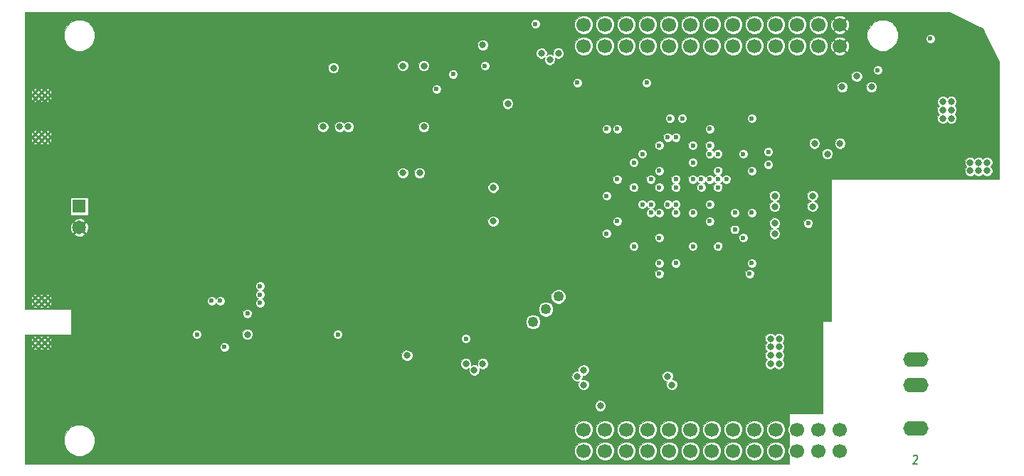
<source format=gbr>
G04 (created by PCBNEW (2013-mar-25)-stable) date Thursday, May 05, 2016 07:05:57 AM*
%MOIN*%
G04 Gerber Fmt 3.4, Leading zero omitted, Abs format*
%FSLAX34Y34*%
G01*
G70*
G90*
G04 APERTURE LIST*
%ADD10C,0.006*%
%ADD11C,0.00590551*%
%ADD12C,0.015748*%
%ADD13C,0.0669291*%
%ADD14C,0.023622*%
%ADD15R,0.0649606X0.0649606*%
%ADD16C,0.0649606*%
%ADD17C,0.0492126*%
%ADD18O,0.11811X0.0688976*%
%ADD19C,0.0314961*%
%ADD20C,0.00393701*%
G04 APERTURE END LIST*
G54D10*
G54D11*
X71760Y-49606D02*
X71775Y-49587D01*
X71805Y-49568D01*
X71880Y-49568D01*
X71910Y-49587D01*
X71925Y-49606D01*
X71940Y-49643D01*
X71940Y-49681D01*
X71925Y-49737D01*
X71745Y-49962D01*
X71940Y-49962D01*
G54D12*
X50787Y-33464D03*
X50393Y-33464D03*
X51181Y-33464D03*
X51181Y-33070D03*
X50787Y-33070D03*
X50393Y-33070D03*
X50393Y-33858D03*
X50787Y-33858D03*
X51181Y-33858D03*
X72440Y-31889D03*
X72677Y-31889D03*
X72204Y-31889D03*
X39173Y-43208D03*
X39566Y-43208D03*
X39173Y-43602D03*
X39566Y-43602D03*
X44488Y-32726D03*
X44488Y-33021D03*
G54D13*
X68305Y-48370D03*
X68305Y-49370D03*
X67305Y-48370D03*
X67305Y-49370D03*
X66305Y-48370D03*
X66305Y-49370D03*
X65305Y-48370D03*
X65305Y-49370D03*
X64305Y-48370D03*
X64305Y-49370D03*
X63305Y-48370D03*
X63305Y-49370D03*
X62305Y-48370D03*
X62305Y-49370D03*
X61305Y-48370D03*
X61305Y-49370D03*
X60305Y-48370D03*
X60305Y-49370D03*
X59305Y-48370D03*
X59305Y-49370D03*
X58305Y-48370D03*
X58305Y-49370D03*
X57305Y-48370D03*
X57305Y-49370D03*
X56305Y-48370D03*
X56305Y-49370D03*
X68305Y-29370D03*
X68305Y-30370D03*
X67305Y-29370D03*
X67305Y-30370D03*
X66305Y-29370D03*
X66305Y-30370D03*
X65305Y-29370D03*
X65305Y-30370D03*
X64305Y-29370D03*
X64305Y-30370D03*
X63305Y-29370D03*
X63305Y-30370D03*
X62305Y-29370D03*
X62305Y-30370D03*
X61305Y-29370D03*
X61305Y-30370D03*
X60305Y-29370D03*
X60305Y-30370D03*
X59305Y-29370D03*
X59305Y-30370D03*
X58305Y-29370D03*
X58305Y-30370D03*
X57305Y-29370D03*
X57305Y-30370D03*
X56305Y-29370D03*
X56305Y-30370D03*
G54D14*
X60334Y-33759D03*
G54D15*
X32677Y-37885D03*
G54D16*
X32677Y-38885D03*
G54D17*
X55118Y-42125D03*
X54527Y-42716D03*
X53937Y-43307D03*
G54D14*
X51673Y-31299D03*
G54D12*
X30610Y-44438D03*
X30610Y-44143D03*
X30905Y-44438D03*
X30905Y-44143D03*
X31200Y-44438D03*
X31200Y-44143D03*
X30610Y-42175D03*
X30610Y-42470D03*
X30905Y-42175D03*
X30905Y-42470D03*
X31200Y-42175D03*
X31200Y-42470D03*
X30610Y-34793D03*
X30610Y-34498D03*
X30905Y-34793D03*
X30905Y-34498D03*
X31200Y-34793D03*
X31200Y-34498D03*
X30610Y-32529D03*
X30610Y-32824D03*
X30905Y-32529D03*
X30905Y-32824D03*
X31200Y-32529D03*
X31200Y-32824D03*
G54D18*
X71850Y-45078D03*
X71850Y-46259D03*
X71850Y-48307D03*
G54D19*
X47834Y-31299D03*
X44586Y-31397D03*
X44094Y-34153D03*
X45275Y-34153D03*
G54D14*
X50196Y-31692D03*
G54D19*
X44881Y-34153D03*
G54D14*
X60236Y-34645D03*
G54D19*
X56003Y-45866D03*
G54D14*
X59251Y-32086D03*
X56003Y-32086D03*
G54D19*
X56299Y-45570D03*
G54D14*
X61811Y-36614D03*
X61417Y-35039D03*
X62204Y-35433D03*
X64173Y-38188D03*
X63385Y-38976D03*
G54D19*
X75196Y-35826D03*
G54D14*
X61811Y-37007D03*
X70078Y-31496D03*
G54D19*
X67125Y-34940D03*
X68307Y-34940D03*
X67716Y-35433D03*
G54D14*
X57874Y-36614D03*
X64960Y-35334D03*
X60629Y-37007D03*
X59842Y-38188D03*
X60629Y-38188D03*
G54D19*
X74803Y-35826D03*
X75196Y-36220D03*
X74803Y-36220D03*
X74409Y-35826D03*
X74409Y-36220D03*
G54D14*
X61417Y-38188D03*
X62204Y-37795D03*
X59842Y-36220D03*
X59448Y-36614D03*
X59842Y-37007D03*
G54D19*
X65255Y-37401D03*
X65255Y-37893D03*
X67027Y-37893D03*
X67027Y-37401D03*
G54D14*
X60629Y-36614D03*
X60629Y-37795D03*
X62204Y-36614D03*
X61417Y-36614D03*
X60236Y-37795D03*
G54D19*
X60236Y-45866D03*
X57086Y-47244D03*
X68405Y-32283D03*
X69783Y-32283D03*
X69094Y-31791D03*
G54D14*
X58661Y-37007D03*
X58661Y-35826D03*
X59842Y-39370D03*
X63779Y-35433D03*
X63779Y-39370D03*
X58661Y-39763D03*
X57381Y-37401D03*
X57381Y-39173D03*
X59842Y-41043D03*
X64074Y-41043D03*
X64960Y-35925D03*
X64173Y-33759D03*
X60925Y-33759D03*
X57381Y-34251D03*
X57874Y-34251D03*
X60629Y-34645D03*
X62204Y-34251D03*
X59842Y-35039D03*
X59055Y-37795D03*
X59842Y-40551D03*
X64173Y-40551D03*
X62598Y-39763D03*
X61417Y-39763D03*
X63385Y-38188D03*
X62204Y-35039D03*
X62598Y-35433D03*
X61417Y-35826D03*
X64173Y-36220D03*
X62598Y-36220D03*
X62598Y-36614D03*
X62992Y-36614D03*
X62598Y-37007D03*
X57874Y-38582D03*
X62204Y-38582D03*
X59448Y-38188D03*
G54D19*
X48818Y-31299D03*
X52755Y-33070D03*
G54D14*
X49409Y-32381D03*
G54D19*
X48818Y-34153D03*
X52066Y-38582D03*
X52066Y-37007D03*
X47834Y-36318D03*
X48622Y-36318D03*
X51574Y-30314D03*
X48031Y-44881D03*
G54D14*
X44783Y-43897D03*
X39468Y-44488D03*
X38188Y-43897D03*
G54D19*
X40551Y-43897D03*
G54D14*
X40551Y-42913D03*
X38877Y-42322D03*
X39271Y-42322D03*
G54D19*
X65452Y-44488D03*
X65452Y-44881D03*
X65452Y-45275D03*
X65452Y-44094D03*
X65059Y-44488D03*
X65059Y-45275D03*
X65059Y-44881D03*
X65059Y-44094D03*
G54D14*
X54035Y-29330D03*
G54D19*
X54330Y-30708D03*
X55118Y-30708D03*
X54724Y-31003D03*
X50787Y-45275D03*
X51574Y-45275D03*
X51181Y-45570D03*
G54D14*
X66830Y-38681D03*
X50787Y-44094D03*
G54D19*
X73523Y-33366D03*
X73523Y-33759D03*
X73129Y-33366D03*
X73523Y-32972D03*
X73129Y-33759D03*
X73129Y-32972D03*
X65255Y-38681D03*
X65255Y-39173D03*
G54D14*
X72539Y-30019D03*
G54D19*
X60433Y-46259D03*
X56299Y-46259D03*
G54D14*
X60629Y-40551D03*
X41141Y-41633D03*
X41141Y-42421D03*
G54D19*
X41338Y-43011D03*
X38385Y-44389D03*
X37204Y-41830D03*
X36122Y-42913D03*
X36614Y-42913D03*
X65452Y-47244D03*
X65452Y-46850D03*
X65452Y-46456D03*
X65452Y-47637D03*
X65059Y-47244D03*
X65059Y-46456D03*
X65059Y-46850D03*
X65059Y-47637D03*
X66929Y-39271D03*
X56692Y-47244D03*
X60137Y-46653D03*
X34251Y-43700D03*
X35039Y-43700D03*
X33464Y-43700D03*
X32677Y-43700D03*
X54133Y-49212D03*
X50196Y-49212D03*
X44291Y-49212D03*
X40354Y-49212D03*
X38385Y-49212D03*
X36417Y-49212D03*
X33464Y-47244D03*
X31496Y-47244D03*
X34448Y-49212D03*
X42322Y-49212D03*
X46259Y-49212D03*
X48228Y-49212D03*
X52165Y-49212D03*
X34251Y-42913D03*
X32677Y-42913D03*
X33464Y-42913D03*
X35039Y-42913D03*
X47047Y-35236D03*
X44881Y-37696D03*
X42519Y-37696D03*
X40157Y-37696D03*
X37795Y-37696D03*
X44881Y-30413D03*
X42519Y-30413D03*
X40157Y-30413D03*
X37795Y-30413D03*
X35531Y-32874D03*
X53248Y-33464D03*
X49606Y-34448D03*
X47834Y-35925D03*
X48622Y-35925D03*
X52460Y-39271D03*
X52460Y-37696D03*
X53740Y-39370D03*
X53740Y-37795D03*
X51377Y-37401D03*
X51377Y-36417D03*
X53149Y-29921D03*
X53149Y-30314D03*
X53149Y-29527D03*
X49606Y-44488D03*
X49606Y-44881D03*
X49606Y-44094D03*
X71850Y-29527D03*
X48228Y-29527D03*
X44291Y-29527D03*
X40354Y-29527D03*
X36417Y-29527D03*
X38385Y-29527D03*
X42322Y-29527D03*
X46259Y-29527D03*
X50196Y-29527D03*
X34448Y-29527D03*
X36417Y-29527D03*
G54D14*
X61417Y-37007D03*
G54D19*
X36122Y-43700D03*
X36909Y-43700D03*
G54D14*
X39074Y-44488D03*
G54D19*
X66929Y-40748D03*
X66929Y-40255D03*
X66929Y-39763D03*
G54D14*
X63385Y-40157D03*
X58661Y-34645D03*
X60629Y-35826D03*
X64173Y-34645D03*
X62992Y-34645D03*
X58267Y-36220D03*
X61417Y-36220D03*
X61417Y-35433D03*
X60236Y-37007D03*
X59055Y-40157D03*
X61811Y-40551D03*
X59448Y-37007D03*
X64173Y-38582D03*
X57874Y-40551D03*
X60629Y-39763D03*
X61811Y-37795D03*
X62598Y-37795D03*
G54D19*
X73228Y-31889D03*
X71653Y-31889D03*
X73228Y-31496D03*
X71653Y-31496D03*
X71653Y-32283D03*
X46259Y-46653D03*
G54D14*
X58267Y-37795D03*
X60236Y-34251D03*
X59055Y-35826D03*
X63385Y-35826D03*
X62204Y-36220D03*
X63779Y-37007D03*
X61417Y-38976D03*
X62992Y-38976D03*
X59055Y-38582D03*
X60629Y-38582D03*
X61811Y-38582D03*
X61811Y-38188D03*
X60236Y-38582D03*
X60236Y-38188D03*
X59842Y-36614D03*
X41141Y-42027D03*
X59448Y-37795D03*
X59055Y-35433D03*
G54D10*
G36*
X75767Y-36594D02*
X75452Y-36594D01*
X75452Y-36169D01*
X75413Y-36075D01*
X75361Y-36023D01*
X75413Y-35971D01*
X75452Y-35877D01*
X75452Y-35776D01*
X75413Y-35682D01*
X75341Y-35609D01*
X75247Y-35570D01*
X75146Y-35570D01*
X75052Y-35609D01*
X74999Y-35661D01*
X74948Y-35609D01*
X74854Y-35570D01*
X74752Y-35570D01*
X74658Y-35609D01*
X74606Y-35661D01*
X74554Y-35609D01*
X74460Y-35570D01*
X74358Y-35570D01*
X74264Y-35609D01*
X74192Y-35681D01*
X74153Y-35775D01*
X74153Y-35877D01*
X74192Y-35971D01*
X74244Y-36023D01*
X74192Y-36075D01*
X74153Y-36169D01*
X74153Y-36271D01*
X74192Y-36365D01*
X74264Y-36437D01*
X74358Y-36476D01*
X74460Y-36476D01*
X74554Y-36437D01*
X74606Y-36385D01*
X74658Y-36437D01*
X74752Y-36476D01*
X74853Y-36476D01*
X74947Y-36437D01*
X75000Y-36385D01*
X75051Y-36437D01*
X75145Y-36476D01*
X75247Y-36476D01*
X75341Y-36437D01*
X75413Y-36365D01*
X75452Y-36271D01*
X75452Y-36169D01*
X75452Y-36594D01*
X73779Y-36594D01*
X73779Y-33709D01*
X73740Y-33615D01*
X73688Y-33562D01*
X73740Y-33511D01*
X73779Y-33417D01*
X73779Y-33315D01*
X73740Y-33221D01*
X73688Y-33169D01*
X73740Y-33117D01*
X73779Y-33023D01*
X73779Y-32921D01*
X73740Y-32827D01*
X73668Y-32755D01*
X73574Y-32716D01*
X73472Y-32716D01*
X73378Y-32755D01*
X73326Y-32807D01*
X73275Y-32755D01*
X73181Y-32716D01*
X73079Y-32716D01*
X72985Y-32755D01*
X72913Y-32827D01*
X72874Y-32921D01*
X72873Y-33023D01*
X72912Y-33117D01*
X72964Y-33169D01*
X72913Y-33220D01*
X72874Y-33315D01*
X72873Y-33416D01*
X72912Y-33510D01*
X72964Y-33563D01*
X72913Y-33614D01*
X72874Y-33708D01*
X72873Y-33810D01*
X72912Y-33904D01*
X72984Y-33976D01*
X73078Y-34015D01*
X73180Y-34015D01*
X73274Y-33976D01*
X73326Y-33924D01*
X73378Y-33976D01*
X73472Y-34015D01*
X73574Y-34015D01*
X73668Y-33976D01*
X73740Y-33904D01*
X73779Y-33810D01*
X73779Y-33709D01*
X73779Y-36594D01*
X72755Y-36594D01*
X72755Y-29976D01*
X72723Y-29897D01*
X72662Y-29836D01*
X72582Y-29803D01*
X72496Y-29803D01*
X72416Y-29836D01*
X72355Y-29896D01*
X72322Y-29976D01*
X72322Y-30062D01*
X72355Y-30142D01*
X72416Y-30203D01*
X72496Y-30236D01*
X72582Y-30236D01*
X72661Y-30203D01*
X72722Y-30142D01*
X72755Y-30062D01*
X72755Y-29976D01*
X72755Y-36594D01*
X71028Y-36594D01*
X71028Y-29726D01*
X70918Y-29460D01*
X70715Y-29257D01*
X70449Y-29146D01*
X70161Y-29146D01*
X69895Y-29256D01*
X69692Y-29459D01*
X69581Y-29725D01*
X69581Y-30013D01*
X69691Y-30279D01*
X69894Y-30483D01*
X70160Y-30593D01*
X70448Y-30593D01*
X70714Y-30483D01*
X70918Y-30280D01*
X71028Y-30014D01*
X71028Y-29726D01*
X71028Y-36594D01*
X70295Y-36594D01*
X70295Y-31453D01*
X70262Y-31373D01*
X70201Y-31312D01*
X70122Y-31279D01*
X70035Y-31279D01*
X69956Y-31312D01*
X69895Y-31373D01*
X69862Y-31452D01*
X69862Y-31538D01*
X69895Y-31618D01*
X69955Y-31679D01*
X70035Y-31712D01*
X70121Y-31712D01*
X70201Y-31679D01*
X70262Y-31618D01*
X70295Y-31539D01*
X70295Y-31453D01*
X70295Y-36594D01*
X70039Y-36594D01*
X70039Y-32232D01*
X70000Y-32138D01*
X69928Y-32066D01*
X69834Y-32027D01*
X69732Y-32027D01*
X69638Y-32066D01*
X69566Y-32138D01*
X69527Y-32232D01*
X69527Y-32334D01*
X69566Y-32428D01*
X69638Y-32500D01*
X69732Y-32539D01*
X69834Y-32539D01*
X69928Y-32500D01*
X70000Y-32428D01*
X70039Y-32334D01*
X70039Y-32232D01*
X70039Y-36594D01*
X69350Y-36594D01*
X69350Y-31740D01*
X69311Y-31646D01*
X69239Y-31574D01*
X69145Y-31535D01*
X69043Y-31535D01*
X68949Y-31574D01*
X68877Y-31646D01*
X68838Y-31740D01*
X68838Y-31842D01*
X68877Y-31936D01*
X68949Y-32008D01*
X69043Y-32047D01*
X69145Y-32047D01*
X69239Y-32008D01*
X69311Y-31936D01*
X69350Y-31842D01*
X69350Y-31740D01*
X69350Y-36594D01*
X68741Y-36594D01*
X68741Y-30434D01*
X68741Y-29434D01*
X68733Y-29262D01*
X68684Y-29143D01*
X68626Y-29104D01*
X68570Y-29160D01*
X68570Y-29048D01*
X68531Y-28991D01*
X68369Y-28933D01*
X68197Y-28941D01*
X68078Y-28991D01*
X68039Y-29048D01*
X68305Y-29314D01*
X68570Y-29048D01*
X68570Y-29160D01*
X68360Y-29370D01*
X68626Y-29635D01*
X68684Y-29596D01*
X68741Y-29434D01*
X68741Y-30434D01*
X68733Y-30262D01*
X68684Y-30143D01*
X68626Y-30104D01*
X68570Y-30160D01*
X68570Y-30048D01*
X68570Y-29691D01*
X68305Y-29425D01*
X68249Y-29481D01*
X68249Y-29370D01*
X67983Y-29104D01*
X67926Y-29143D01*
X67868Y-29305D01*
X67876Y-29477D01*
X67926Y-29596D01*
X67983Y-29635D01*
X68249Y-29370D01*
X68249Y-29481D01*
X68039Y-29691D01*
X68078Y-29749D01*
X68240Y-29806D01*
X68412Y-29798D01*
X68531Y-29749D01*
X68570Y-29691D01*
X68570Y-30048D01*
X68531Y-29991D01*
X68369Y-29933D01*
X68197Y-29941D01*
X68078Y-29991D01*
X68039Y-30048D01*
X68305Y-30314D01*
X68570Y-30048D01*
X68570Y-30160D01*
X68360Y-30370D01*
X68626Y-30635D01*
X68684Y-30596D01*
X68741Y-30434D01*
X68741Y-36594D01*
X68661Y-36594D01*
X68661Y-32232D01*
X68622Y-32138D01*
X68570Y-32086D01*
X68570Y-30691D01*
X68305Y-30425D01*
X68249Y-30481D01*
X68249Y-30370D01*
X67983Y-30104D01*
X67926Y-30143D01*
X67868Y-30305D01*
X67876Y-30477D01*
X67926Y-30596D01*
X67983Y-30635D01*
X68249Y-30370D01*
X68249Y-30481D01*
X68039Y-30691D01*
X68078Y-30749D01*
X68240Y-30806D01*
X68412Y-30798D01*
X68531Y-30749D01*
X68570Y-30691D01*
X68570Y-32086D01*
X68550Y-32066D01*
X68456Y-32027D01*
X68354Y-32027D01*
X68260Y-32066D01*
X68188Y-32138D01*
X68149Y-32232D01*
X68149Y-32334D01*
X68188Y-32428D01*
X68260Y-32500D01*
X68354Y-32539D01*
X68456Y-32539D01*
X68550Y-32500D01*
X68622Y-32428D01*
X68661Y-32334D01*
X68661Y-32232D01*
X68661Y-36594D01*
X68563Y-36594D01*
X68563Y-34890D01*
X68524Y-34796D01*
X68452Y-34724D01*
X68358Y-34685D01*
X68256Y-34684D01*
X68162Y-34723D01*
X68090Y-34795D01*
X68051Y-34889D01*
X68051Y-34991D01*
X68090Y-35085D01*
X68161Y-35157D01*
X68255Y-35196D01*
X68357Y-35196D01*
X68451Y-35158D01*
X68523Y-35086D01*
X68562Y-34992D01*
X68563Y-34890D01*
X68563Y-36594D01*
X67972Y-36594D01*
X67972Y-35382D01*
X67933Y-35288D01*
X67861Y-35216D01*
X67767Y-35177D01*
X67738Y-35177D01*
X67738Y-30284D01*
X67738Y-29284D01*
X67672Y-29125D01*
X67550Y-29003D01*
X67391Y-28937D01*
X67219Y-28936D01*
X67060Y-29002D01*
X66938Y-29124D01*
X66872Y-29283D01*
X66871Y-29455D01*
X66937Y-29615D01*
X67059Y-29737D01*
X67218Y-29803D01*
X67390Y-29803D01*
X67550Y-29737D01*
X67672Y-29615D01*
X67738Y-29456D01*
X67738Y-29284D01*
X67738Y-30284D01*
X67672Y-30125D01*
X67550Y-30003D01*
X67391Y-29937D01*
X67219Y-29936D01*
X67060Y-30002D01*
X66938Y-30124D01*
X66872Y-30283D01*
X66871Y-30455D01*
X66937Y-30615D01*
X67059Y-30737D01*
X67218Y-30803D01*
X67390Y-30803D01*
X67550Y-30737D01*
X67672Y-30615D01*
X67738Y-30456D01*
X67738Y-30284D01*
X67738Y-35177D01*
X67665Y-35177D01*
X67571Y-35215D01*
X67499Y-35287D01*
X67460Y-35381D01*
X67460Y-35483D01*
X67499Y-35577D01*
X67571Y-35649D01*
X67665Y-35688D01*
X67767Y-35689D01*
X67861Y-35650D01*
X67933Y-35578D01*
X67972Y-35484D01*
X67972Y-35382D01*
X67972Y-36594D01*
X67893Y-36594D01*
X67893Y-43287D01*
X67500Y-43287D01*
X67500Y-47618D01*
X67381Y-47618D01*
X67381Y-34890D01*
X67343Y-34796D01*
X67271Y-34724D01*
X67177Y-34685D01*
X67075Y-34684D01*
X66981Y-34723D01*
X66909Y-34795D01*
X66870Y-34889D01*
X66870Y-34991D01*
X66908Y-35085D01*
X66980Y-35157D01*
X67074Y-35196D01*
X67176Y-35196D01*
X67270Y-35158D01*
X67342Y-35086D01*
X67381Y-34992D01*
X67381Y-34890D01*
X67381Y-47618D01*
X67283Y-47618D01*
X67283Y-37843D01*
X67244Y-37748D01*
X67172Y-37676D01*
X67102Y-37647D01*
X67172Y-37618D01*
X67244Y-37546D01*
X67283Y-37452D01*
X67283Y-37350D01*
X67244Y-37256D01*
X67172Y-37184D01*
X67078Y-37145D01*
X66976Y-37145D01*
X66882Y-37184D01*
X66810Y-37256D01*
X66771Y-37350D01*
X66771Y-37452D01*
X66810Y-37546D01*
X66882Y-37618D01*
X66952Y-37647D01*
X66882Y-37676D01*
X66810Y-37748D01*
X66771Y-37842D01*
X66771Y-37944D01*
X66810Y-38038D01*
X66882Y-38110D01*
X66976Y-38149D01*
X67078Y-38149D01*
X67172Y-38110D01*
X67244Y-38038D01*
X67283Y-37944D01*
X67283Y-37843D01*
X67283Y-47618D01*
X67047Y-47618D01*
X67047Y-38638D01*
X67014Y-38558D01*
X66953Y-38497D01*
X66873Y-38464D01*
X66787Y-38464D01*
X66738Y-38485D01*
X66738Y-30284D01*
X66738Y-29284D01*
X66672Y-29125D01*
X66550Y-29003D01*
X66391Y-28937D01*
X66219Y-28936D01*
X66060Y-29002D01*
X65938Y-29124D01*
X65872Y-29283D01*
X65871Y-29455D01*
X65937Y-29615D01*
X66059Y-29737D01*
X66218Y-29803D01*
X66390Y-29803D01*
X66550Y-29737D01*
X66672Y-29615D01*
X66738Y-29456D01*
X66738Y-29284D01*
X66738Y-30284D01*
X66672Y-30125D01*
X66550Y-30003D01*
X66391Y-29937D01*
X66219Y-29936D01*
X66060Y-30002D01*
X65938Y-30124D01*
X65872Y-30283D01*
X65871Y-30455D01*
X65937Y-30615D01*
X66059Y-30737D01*
X66218Y-30803D01*
X66390Y-30803D01*
X66550Y-30737D01*
X66672Y-30615D01*
X66738Y-30456D01*
X66738Y-30284D01*
X66738Y-38485D01*
X66708Y-38497D01*
X66647Y-38558D01*
X66614Y-38637D01*
X66614Y-38723D01*
X66647Y-38803D01*
X66707Y-38864D01*
X66787Y-38897D01*
X66873Y-38897D01*
X66953Y-38864D01*
X67014Y-38803D01*
X67047Y-38724D01*
X67047Y-38638D01*
X67047Y-47618D01*
X65925Y-47618D01*
X65925Y-48155D01*
X65872Y-48283D01*
X65871Y-48455D01*
X65925Y-48584D01*
X65925Y-49155D01*
X65872Y-49283D01*
X65871Y-49455D01*
X65925Y-49584D01*
X65925Y-49980D01*
X65738Y-49980D01*
X65738Y-49284D01*
X65738Y-48284D01*
X65738Y-30284D01*
X65738Y-29284D01*
X65672Y-29125D01*
X65550Y-29003D01*
X65391Y-28937D01*
X65219Y-28936D01*
X65060Y-29002D01*
X64938Y-29124D01*
X64872Y-29283D01*
X64871Y-29455D01*
X64937Y-29615D01*
X65059Y-29737D01*
X65218Y-29803D01*
X65390Y-29803D01*
X65550Y-29737D01*
X65672Y-29615D01*
X65738Y-29456D01*
X65738Y-29284D01*
X65738Y-30284D01*
X65672Y-30125D01*
X65550Y-30003D01*
X65391Y-29937D01*
X65219Y-29936D01*
X65060Y-30002D01*
X64938Y-30124D01*
X64872Y-30283D01*
X64871Y-30455D01*
X64937Y-30615D01*
X65059Y-30737D01*
X65218Y-30803D01*
X65390Y-30803D01*
X65550Y-30737D01*
X65672Y-30615D01*
X65738Y-30456D01*
X65738Y-30284D01*
X65738Y-48284D01*
X65708Y-48212D01*
X65708Y-45224D01*
X65669Y-45130D01*
X65617Y-45078D01*
X65669Y-45027D01*
X65708Y-44933D01*
X65708Y-44831D01*
X65669Y-44737D01*
X65617Y-44685D01*
X65669Y-44633D01*
X65708Y-44539D01*
X65708Y-44437D01*
X65669Y-44343D01*
X65617Y-44291D01*
X65669Y-44239D01*
X65708Y-44145D01*
X65708Y-44043D01*
X65669Y-43949D01*
X65597Y-43877D01*
X65511Y-43841D01*
X65511Y-39122D01*
X65472Y-39028D01*
X65401Y-38956D01*
X65330Y-38927D01*
X65400Y-38898D01*
X65472Y-38826D01*
X65511Y-38732D01*
X65511Y-38630D01*
X65511Y-37843D01*
X65472Y-37748D01*
X65401Y-37676D01*
X65330Y-37647D01*
X65400Y-37618D01*
X65472Y-37546D01*
X65511Y-37452D01*
X65511Y-37350D01*
X65472Y-37256D01*
X65401Y-37184D01*
X65307Y-37145D01*
X65205Y-37145D01*
X65177Y-37157D01*
X65177Y-35882D01*
X65177Y-35291D01*
X65144Y-35212D01*
X65083Y-35151D01*
X65003Y-35118D01*
X64917Y-35118D01*
X64838Y-35150D01*
X64777Y-35211D01*
X64744Y-35291D01*
X64744Y-35377D01*
X64776Y-35457D01*
X64837Y-35518D01*
X64917Y-35551D01*
X65003Y-35551D01*
X65083Y-35518D01*
X65144Y-35457D01*
X65177Y-35377D01*
X65177Y-35291D01*
X65177Y-35882D01*
X65144Y-35802D01*
X65083Y-35741D01*
X65003Y-35708D01*
X64917Y-35708D01*
X64838Y-35741D01*
X64777Y-35802D01*
X64744Y-35881D01*
X64744Y-35968D01*
X64776Y-36047D01*
X64837Y-36108D01*
X64917Y-36141D01*
X65003Y-36141D01*
X65083Y-36108D01*
X65144Y-36048D01*
X65177Y-35968D01*
X65177Y-35882D01*
X65177Y-37157D01*
X65111Y-37184D01*
X65039Y-37256D01*
X65000Y-37350D01*
X64999Y-37452D01*
X65038Y-37546D01*
X65110Y-37618D01*
X65181Y-37647D01*
X65111Y-37676D01*
X65039Y-37748D01*
X65000Y-37842D01*
X64999Y-37944D01*
X65038Y-38038D01*
X65110Y-38110D01*
X65204Y-38149D01*
X65306Y-38149D01*
X65400Y-38110D01*
X65472Y-38038D01*
X65511Y-37944D01*
X65511Y-37843D01*
X65511Y-38630D01*
X65472Y-38536D01*
X65401Y-38464D01*
X65307Y-38425D01*
X65205Y-38425D01*
X65111Y-38464D01*
X65039Y-38535D01*
X65000Y-38629D01*
X64999Y-38731D01*
X65038Y-38825D01*
X65110Y-38897D01*
X65181Y-38927D01*
X65111Y-38956D01*
X65039Y-39028D01*
X65000Y-39122D01*
X64999Y-39223D01*
X65038Y-39317D01*
X65110Y-39390D01*
X65204Y-39429D01*
X65306Y-39429D01*
X65400Y-39390D01*
X65472Y-39318D01*
X65511Y-39224D01*
X65511Y-39122D01*
X65511Y-43841D01*
X65503Y-43838D01*
X65402Y-43838D01*
X65307Y-43877D01*
X65255Y-43929D01*
X65204Y-43877D01*
X65110Y-43838D01*
X65008Y-43838D01*
X64914Y-43877D01*
X64842Y-43949D01*
X64803Y-44043D01*
X64803Y-44145D01*
X64841Y-44239D01*
X64894Y-44291D01*
X64842Y-44343D01*
X64803Y-44437D01*
X64803Y-44538D01*
X64841Y-44632D01*
X64894Y-44685D01*
X64842Y-44736D01*
X64803Y-44830D01*
X64803Y-44932D01*
X64841Y-45026D01*
X64894Y-45078D01*
X64842Y-45130D01*
X64803Y-45224D01*
X64803Y-45326D01*
X64841Y-45420D01*
X64913Y-45492D01*
X65007Y-45531D01*
X65109Y-45531D01*
X65203Y-45492D01*
X65255Y-45440D01*
X65307Y-45492D01*
X65401Y-45531D01*
X65503Y-45531D01*
X65597Y-45492D01*
X65669Y-45420D01*
X65708Y-45326D01*
X65708Y-45224D01*
X65708Y-48212D01*
X65672Y-48125D01*
X65550Y-48003D01*
X65391Y-47937D01*
X65219Y-47936D01*
X65060Y-48002D01*
X64938Y-48124D01*
X64872Y-48283D01*
X64871Y-48455D01*
X64937Y-48615D01*
X65059Y-48737D01*
X65218Y-48803D01*
X65390Y-48803D01*
X65550Y-48737D01*
X65672Y-48615D01*
X65738Y-48456D01*
X65738Y-48284D01*
X65738Y-49284D01*
X65672Y-49125D01*
X65550Y-49003D01*
X65391Y-48937D01*
X65219Y-48936D01*
X65060Y-49002D01*
X64938Y-49124D01*
X64872Y-49283D01*
X64871Y-49455D01*
X64937Y-49615D01*
X65059Y-49737D01*
X65218Y-49803D01*
X65390Y-49803D01*
X65550Y-49737D01*
X65672Y-49615D01*
X65738Y-49456D01*
X65738Y-49284D01*
X65738Y-49980D01*
X64738Y-49980D01*
X64738Y-49284D01*
X64738Y-48284D01*
X64738Y-30284D01*
X64738Y-29284D01*
X64672Y-29125D01*
X64550Y-29003D01*
X64391Y-28937D01*
X64219Y-28936D01*
X64060Y-29002D01*
X63938Y-29124D01*
X63872Y-29283D01*
X63871Y-29455D01*
X63937Y-29615D01*
X64059Y-29737D01*
X64218Y-29803D01*
X64390Y-29803D01*
X64550Y-29737D01*
X64672Y-29615D01*
X64738Y-29456D01*
X64738Y-29284D01*
X64738Y-30284D01*
X64672Y-30125D01*
X64550Y-30003D01*
X64391Y-29937D01*
X64219Y-29936D01*
X64060Y-30002D01*
X63938Y-30124D01*
X63872Y-30283D01*
X63871Y-30455D01*
X63937Y-30615D01*
X64059Y-30737D01*
X64218Y-30803D01*
X64390Y-30803D01*
X64550Y-30737D01*
X64672Y-30615D01*
X64738Y-30456D01*
X64738Y-30284D01*
X64738Y-48284D01*
X64672Y-48125D01*
X64550Y-48003D01*
X64391Y-47937D01*
X64389Y-47937D01*
X64389Y-40508D01*
X64389Y-38146D01*
X64389Y-36177D01*
X64389Y-33716D01*
X64356Y-33637D01*
X64296Y-33576D01*
X64216Y-33543D01*
X64130Y-33543D01*
X64050Y-33576D01*
X63989Y-33637D01*
X63956Y-33716D01*
X63956Y-33802D01*
X63989Y-33882D01*
X64050Y-33943D01*
X64129Y-33976D01*
X64216Y-33976D01*
X64295Y-33943D01*
X64356Y-33882D01*
X64389Y-33803D01*
X64389Y-33716D01*
X64389Y-36177D01*
X64356Y-36097D01*
X64296Y-36037D01*
X64216Y-36003D01*
X64130Y-36003D01*
X64050Y-36036D01*
X63996Y-36091D01*
X63996Y-35390D01*
X63963Y-35310D01*
X63902Y-35249D01*
X63822Y-35216D01*
X63738Y-35216D01*
X63738Y-30284D01*
X63738Y-29284D01*
X63672Y-29125D01*
X63550Y-29003D01*
X63391Y-28937D01*
X63219Y-28936D01*
X63060Y-29002D01*
X62938Y-29124D01*
X62872Y-29283D01*
X62871Y-29455D01*
X62937Y-29615D01*
X63059Y-29737D01*
X63218Y-29803D01*
X63390Y-29803D01*
X63550Y-29737D01*
X63672Y-29615D01*
X63738Y-29456D01*
X63738Y-29284D01*
X63738Y-30284D01*
X63672Y-30125D01*
X63550Y-30003D01*
X63391Y-29937D01*
X63219Y-29936D01*
X63060Y-30002D01*
X62938Y-30124D01*
X62872Y-30283D01*
X62871Y-30455D01*
X62937Y-30615D01*
X63059Y-30737D01*
X63218Y-30803D01*
X63390Y-30803D01*
X63550Y-30737D01*
X63672Y-30615D01*
X63738Y-30456D01*
X63738Y-30284D01*
X63738Y-35216D01*
X63736Y-35216D01*
X63657Y-35249D01*
X63596Y-35310D01*
X63563Y-35389D01*
X63562Y-35475D01*
X63595Y-35555D01*
X63656Y-35616D01*
X63736Y-35649D01*
X63822Y-35649D01*
X63902Y-35616D01*
X63962Y-35555D01*
X63996Y-35476D01*
X63996Y-35390D01*
X63996Y-36091D01*
X63989Y-36097D01*
X63956Y-36177D01*
X63956Y-36263D01*
X63989Y-36342D01*
X64050Y-36403D01*
X64129Y-36436D01*
X64216Y-36437D01*
X64295Y-36404D01*
X64356Y-36343D01*
X64389Y-36263D01*
X64389Y-36177D01*
X64389Y-38146D01*
X64356Y-38066D01*
X64296Y-38005D01*
X64216Y-37972D01*
X64130Y-37972D01*
X64050Y-38005D01*
X63989Y-38066D01*
X63956Y-38145D01*
X63956Y-38231D01*
X63989Y-38311D01*
X64050Y-38372D01*
X64129Y-38405D01*
X64216Y-38405D01*
X64295Y-38372D01*
X64356Y-38311D01*
X64389Y-38232D01*
X64389Y-38146D01*
X64389Y-40508D01*
X64356Y-40428D01*
X64296Y-40367D01*
X64216Y-40334D01*
X64130Y-40334D01*
X64050Y-40367D01*
X63996Y-40422D01*
X63996Y-39327D01*
X63963Y-39247D01*
X63902Y-39186D01*
X63822Y-39153D01*
X63736Y-39153D01*
X63657Y-39186D01*
X63602Y-39240D01*
X63602Y-38933D01*
X63602Y-38146D01*
X63569Y-38066D01*
X63508Y-38005D01*
X63429Y-37972D01*
X63342Y-37972D01*
X63263Y-38005D01*
X63208Y-38059D01*
X63208Y-36571D01*
X63175Y-36491D01*
X63114Y-36430D01*
X63035Y-36397D01*
X62949Y-36397D01*
X62869Y-36430D01*
X62808Y-36491D01*
X62795Y-36523D01*
X62782Y-36491D01*
X62721Y-36430D01*
X62689Y-36417D01*
X62720Y-36404D01*
X62781Y-36343D01*
X62814Y-36263D01*
X62814Y-36177D01*
X62814Y-35390D01*
X62782Y-35310D01*
X62738Y-35266D01*
X62738Y-30284D01*
X62738Y-29284D01*
X62672Y-29125D01*
X62550Y-29003D01*
X62391Y-28937D01*
X62219Y-28936D01*
X62060Y-29002D01*
X61938Y-29124D01*
X61872Y-29283D01*
X61871Y-29455D01*
X61937Y-29615D01*
X62059Y-29737D01*
X62218Y-29803D01*
X62390Y-29803D01*
X62550Y-29737D01*
X62672Y-29615D01*
X62738Y-29456D01*
X62738Y-29284D01*
X62738Y-30284D01*
X62672Y-30125D01*
X62550Y-30003D01*
X62391Y-29937D01*
X62219Y-29936D01*
X62060Y-30002D01*
X61938Y-30124D01*
X61872Y-30283D01*
X61871Y-30455D01*
X61937Y-30615D01*
X62059Y-30737D01*
X62218Y-30803D01*
X62390Y-30803D01*
X62550Y-30737D01*
X62672Y-30615D01*
X62738Y-30456D01*
X62738Y-30284D01*
X62738Y-35266D01*
X62721Y-35249D01*
X62641Y-35216D01*
X62555Y-35216D01*
X62475Y-35249D01*
X62414Y-35310D01*
X62401Y-35342D01*
X62388Y-35310D01*
X62327Y-35249D01*
X62295Y-35236D01*
X62327Y-35223D01*
X62388Y-35162D01*
X62421Y-35082D01*
X62421Y-34996D01*
X62421Y-34209D01*
X62388Y-34129D01*
X62327Y-34068D01*
X62247Y-34035D01*
X62161Y-34035D01*
X62082Y-34068D01*
X62021Y-34129D01*
X61988Y-34208D01*
X61988Y-34294D01*
X62021Y-34374D01*
X62081Y-34435D01*
X62161Y-34468D01*
X62247Y-34468D01*
X62327Y-34435D01*
X62388Y-34374D01*
X62421Y-34295D01*
X62421Y-34209D01*
X62421Y-34996D01*
X62388Y-34916D01*
X62327Y-34855D01*
X62247Y-34822D01*
X62161Y-34822D01*
X62082Y-34855D01*
X62021Y-34916D01*
X61988Y-34996D01*
X61988Y-35082D01*
X62021Y-35161D01*
X62081Y-35222D01*
X62114Y-35236D01*
X62082Y-35249D01*
X62021Y-35310D01*
X61988Y-35389D01*
X61988Y-35475D01*
X62021Y-35555D01*
X62081Y-35616D01*
X62161Y-35649D01*
X62247Y-35649D01*
X62327Y-35616D01*
X62388Y-35555D01*
X62401Y-35523D01*
X62414Y-35555D01*
X62475Y-35616D01*
X62555Y-35649D01*
X62641Y-35649D01*
X62720Y-35616D01*
X62781Y-35555D01*
X62814Y-35476D01*
X62814Y-35390D01*
X62814Y-36177D01*
X62782Y-36097D01*
X62721Y-36037D01*
X62641Y-36003D01*
X62555Y-36003D01*
X62475Y-36036D01*
X62414Y-36097D01*
X62381Y-36177D01*
X62381Y-36263D01*
X62414Y-36342D01*
X62475Y-36403D01*
X62507Y-36417D01*
X62475Y-36430D01*
X62414Y-36491D01*
X62401Y-36523D01*
X62388Y-36491D01*
X62327Y-36430D01*
X62247Y-36397D01*
X62161Y-36397D01*
X62082Y-36430D01*
X62021Y-36491D01*
X62007Y-36523D01*
X61994Y-36491D01*
X61933Y-36430D01*
X61854Y-36397D01*
X61768Y-36397D01*
X61738Y-36409D01*
X61738Y-30284D01*
X61738Y-29284D01*
X61672Y-29125D01*
X61550Y-29003D01*
X61391Y-28937D01*
X61219Y-28936D01*
X61060Y-29002D01*
X60938Y-29124D01*
X60872Y-29283D01*
X60871Y-29455D01*
X60937Y-29615D01*
X61059Y-29737D01*
X61218Y-29803D01*
X61390Y-29803D01*
X61550Y-29737D01*
X61672Y-29615D01*
X61738Y-29456D01*
X61738Y-29284D01*
X61738Y-30284D01*
X61672Y-30125D01*
X61550Y-30003D01*
X61391Y-29937D01*
X61219Y-29936D01*
X61060Y-30002D01*
X60938Y-30124D01*
X60872Y-30283D01*
X60871Y-30455D01*
X60937Y-30615D01*
X61059Y-30737D01*
X61218Y-30803D01*
X61390Y-30803D01*
X61550Y-30737D01*
X61672Y-30615D01*
X61738Y-30456D01*
X61738Y-30284D01*
X61738Y-36409D01*
X61688Y-36430D01*
X61633Y-36485D01*
X61633Y-35783D01*
X61633Y-34996D01*
X61600Y-34916D01*
X61540Y-34855D01*
X61460Y-34822D01*
X61374Y-34822D01*
X61294Y-34855D01*
X61233Y-34916D01*
X61200Y-34996D01*
X61200Y-35082D01*
X61233Y-35161D01*
X61294Y-35222D01*
X61374Y-35255D01*
X61460Y-35255D01*
X61539Y-35223D01*
X61600Y-35162D01*
X61633Y-35082D01*
X61633Y-34996D01*
X61633Y-35783D01*
X61600Y-35704D01*
X61540Y-35643D01*
X61460Y-35610D01*
X61374Y-35610D01*
X61294Y-35643D01*
X61233Y-35703D01*
X61200Y-35783D01*
X61200Y-35869D01*
X61233Y-35949D01*
X61294Y-36010D01*
X61374Y-36043D01*
X61460Y-36043D01*
X61539Y-36010D01*
X61600Y-35949D01*
X61633Y-35870D01*
X61633Y-35783D01*
X61633Y-36485D01*
X61627Y-36491D01*
X61614Y-36523D01*
X61600Y-36491D01*
X61540Y-36430D01*
X61460Y-36397D01*
X61374Y-36397D01*
X61294Y-36430D01*
X61233Y-36491D01*
X61200Y-36570D01*
X61200Y-36657D01*
X61233Y-36736D01*
X61294Y-36797D01*
X61374Y-36830D01*
X61460Y-36830D01*
X61539Y-36797D01*
X61600Y-36736D01*
X61614Y-36704D01*
X61627Y-36736D01*
X61688Y-36797D01*
X61720Y-36811D01*
X61688Y-36824D01*
X61627Y-36885D01*
X61594Y-36964D01*
X61594Y-37050D01*
X61627Y-37130D01*
X61688Y-37191D01*
X61767Y-37224D01*
X61853Y-37224D01*
X61933Y-37191D01*
X61994Y-37130D01*
X62027Y-37051D01*
X62027Y-36964D01*
X61994Y-36885D01*
X61933Y-36824D01*
X61901Y-36811D01*
X61933Y-36797D01*
X61994Y-36736D01*
X62007Y-36704D01*
X62021Y-36736D01*
X62081Y-36797D01*
X62161Y-36830D01*
X62247Y-36830D01*
X62327Y-36797D01*
X62388Y-36736D01*
X62401Y-36704D01*
X62414Y-36736D01*
X62475Y-36797D01*
X62507Y-36811D01*
X62475Y-36824D01*
X62414Y-36885D01*
X62381Y-36964D01*
X62381Y-37050D01*
X62414Y-37130D01*
X62475Y-37191D01*
X62555Y-37224D01*
X62641Y-37224D01*
X62720Y-37191D01*
X62781Y-37130D01*
X62814Y-37051D01*
X62814Y-36964D01*
X62782Y-36885D01*
X62721Y-36824D01*
X62689Y-36811D01*
X62720Y-36797D01*
X62781Y-36736D01*
X62795Y-36704D01*
X62808Y-36736D01*
X62869Y-36797D01*
X62948Y-36830D01*
X63035Y-36830D01*
X63114Y-36797D01*
X63175Y-36736D01*
X63208Y-36657D01*
X63208Y-36571D01*
X63208Y-38059D01*
X63202Y-38066D01*
X63169Y-38145D01*
X63169Y-38231D01*
X63202Y-38311D01*
X63263Y-38372D01*
X63342Y-38405D01*
X63428Y-38405D01*
X63508Y-38372D01*
X63569Y-38311D01*
X63602Y-38232D01*
X63602Y-38146D01*
X63602Y-38933D01*
X63569Y-38853D01*
X63508Y-38792D01*
X63429Y-38759D01*
X63342Y-38759D01*
X63263Y-38792D01*
X63202Y-38853D01*
X63169Y-38933D01*
X63169Y-39019D01*
X63202Y-39098D01*
X63263Y-39159D01*
X63342Y-39192D01*
X63428Y-39192D01*
X63508Y-39160D01*
X63569Y-39099D01*
X63602Y-39019D01*
X63602Y-38933D01*
X63602Y-39240D01*
X63596Y-39247D01*
X63563Y-39326D01*
X63562Y-39412D01*
X63595Y-39492D01*
X63656Y-39553D01*
X63736Y-39586D01*
X63822Y-39586D01*
X63902Y-39553D01*
X63962Y-39492D01*
X63996Y-39413D01*
X63996Y-39327D01*
X63996Y-40422D01*
X63989Y-40428D01*
X63956Y-40507D01*
X63956Y-40594D01*
X63989Y-40673D01*
X64050Y-40734D01*
X64129Y-40767D01*
X64216Y-40767D01*
X64295Y-40734D01*
X64356Y-40673D01*
X64389Y-40594D01*
X64389Y-40508D01*
X64389Y-47937D01*
X64291Y-47936D01*
X64291Y-41000D01*
X64258Y-40920D01*
X64197Y-40859D01*
X64118Y-40826D01*
X64031Y-40826D01*
X63952Y-40859D01*
X63891Y-40920D01*
X63858Y-41000D01*
X63858Y-41086D01*
X63891Y-41165D01*
X63951Y-41226D01*
X64031Y-41259D01*
X64117Y-41259D01*
X64197Y-41226D01*
X64258Y-41166D01*
X64291Y-41086D01*
X64291Y-41000D01*
X64291Y-47936D01*
X64219Y-47936D01*
X64060Y-48002D01*
X63938Y-48124D01*
X63872Y-48283D01*
X63871Y-48455D01*
X63937Y-48615D01*
X64059Y-48737D01*
X64218Y-48803D01*
X64390Y-48803D01*
X64550Y-48737D01*
X64672Y-48615D01*
X64738Y-48456D01*
X64738Y-48284D01*
X64738Y-49284D01*
X64672Y-49125D01*
X64550Y-49003D01*
X64391Y-48937D01*
X64219Y-48936D01*
X64060Y-49002D01*
X63938Y-49124D01*
X63872Y-49283D01*
X63871Y-49455D01*
X63937Y-49615D01*
X64059Y-49737D01*
X64218Y-49803D01*
X64390Y-49803D01*
X64550Y-49737D01*
X64672Y-49615D01*
X64738Y-49456D01*
X64738Y-49284D01*
X64738Y-49980D01*
X63738Y-49980D01*
X63738Y-49284D01*
X63738Y-48284D01*
X63672Y-48125D01*
X63550Y-48003D01*
X63391Y-47937D01*
X63219Y-47936D01*
X63060Y-48002D01*
X62938Y-48124D01*
X62872Y-48283D01*
X62871Y-48455D01*
X62937Y-48615D01*
X63059Y-48737D01*
X63218Y-48803D01*
X63390Y-48803D01*
X63550Y-48737D01*
X63672Y-48615D01*
X63738Y-48456D01*
X63738Y-48284D01*
X63738Y-49284D01*
X63672Y-49125D01*
X63550Y-49003D01*
X63391Y-48937D01*
X63219Y-48936D01*
X63060Y-49002D01*
X62938Y-49124D01*
X62872Y-49283D01*
X62871Y-49455D01*
X62937Y-49615D01*
X63059Y-49737D01*
X63218Y-49803D01*
X63390Y-49803D01*
X63550Y-49737D01*
X63672Y-49615D01*
X63738Y-49456D01*
X63738Y-49284D01*
X63738Y-49980D01*
X62814Y-49980D01*
X62814Y-39720D01*
X62782Y-39641D01*
X62721Y-39580D01*
X62641Y-39547D01*
X62555Y-39547D01*
X62475Y-39580D01*
X62421Y-39634D01*
X62421Y-38539D01*
X62421Y-37752D01*
X62388Y-37672D01*
X62327Y-37611D01*
X62247Y-37578D01*
X62161Y-37578D01*
X62082Y-37611D01*
X62021Y-37672D01*
X61988Y-37752D01*
X61988Y-37838D01*
X62021Y-37917D01*
X62081Y-37978D01*
X62161Y-38011D01*
X62247Y-38011D01*
X62327Y-37978D01*
X62388Y-37918D01*
X62421Y-37838D01*
X62421Y-37752D01*
X62421Y-38539D01*
X62388Y-38460D01*
X62327Y-38399D01*
X62247Y-38366D01*
X62161Y-38366D01*
X62082Y-38399D01*
X62021Y-38459D01*
X61988Y-38539D01*
X61988Y-38625D01*
X62021Y-38705D01*
X62081Y-38766D01*
X62161Y-38799D01*
X62247Y-38799D01*
X62327Y-38766D01*
X62388Y-38705D01*
X62421Y-38625D01*
X62421Y-38539D01*
X62421Y-39634D01*
X62414Y-39640D01*
X62381Y-39720D01*
X62381Y-39806D01*
X62414Y-39886D01*
X62475Y-39947D01*
X62555Y-39980D01*
X62641Y-39980D01*
X62720Y-39947D01*
X62781Y-39886D01*
X62814Y-39807D01*
X62814Y-39720D01*
X62814Y-49980D01*
X62738Y-49980D01*
X62738Y-49284D01*
X62738Y-48284D01*
X62672Y-48125D01*
X62550Y-48003D01*
X62391Y-47937D01*
X62219Y-47936D01*
X62060Y-48002D01*
X61938Y-48124D01*
X61872Y-48283D01*
X61871Y-48455D01*
X61937Y-48615D01*
X62059Y-48737D01*
X62218Y-48803D01*
X62390Y-48803D01*
X62550Y-48737D01*
X62672Y-48615D01*
X62738Y-48456D01*
X62738Y-48284D01*
X62738Y-49284D01*
X62672Y-49125D01*
X62550Y-49003D01*
X62391Y-48937D01*
X62219Y-48936D01*
X62060Y-49002D01*
X61938Y-49124D01*
X61872Y-49283D01*
X61871Y-49455D01*
X61937Y-49615D01*
X62059Y-49737D01*
X62218Y-49803D01*
X62390Y-49803D01*
X62550Y-49737D01*
X62672Y-49615D01*
X62738Y-49456D01*
X62738Y-49284D01*
X62738Y-49980D01*
X61738Y-49980D01*
X61738Y-49284D01*
X61738Y-48284D01*
X61672Y-48125D01*
X61633Y-48086D01*
X61633Y-39720D01*
X61633Y-38146D01*
X61600Y-38066D01*
X61540Y-38005D01*
X61460Y-37972D01*
X61374Y-37972D01*
X61294Y-38005D01*
X61233Y-38066D01*
X61200Y-38145D01*
X61200Y-38231D01*
X61233Y-38311D01*
X61294Y-38372D01*
X61374Y-38405D01*
X61460Y-38405D01*
X61539Y-38372D01*
X61600Y-38311D01*
X61633Y-38232D01*
X61633Y-38146D01*
X61633Y-39720D01*
X61600Y-39641D01*
X61540Y-39580D01*
X61460Y-39547D01*
X61374Y-39547D01*
X61294Y-39580D01*
X61233Y-39640D01*
X61200Y-39720D01*
X61200Y-39806D01*
X61233Y-39886D01*
X61294Y-39947D01*
X61374Y-39980D01*
X61460Y-39980D01*
X61539Y-39947D01*
X61600Y-39886D01*
X61633Y-39807D01*
X61633Y-39720D01*
X61633Y-48086D01*
X61550Y-48003D01*
X61391Y-47937D01*
X61219Y-47936D01*
X61141Y-47968D01*
X61141Y-33716D01*
X61108Y-33637D01*
X61048Y-33576D01*
X60968Y-33543D01*
X60882Y-33543D01*
X60802Y-33576D01*
X60741Y-33637D01*
X60738Y-33645D01*
X60738Y-30284D01*
X60738Y-29284D01*
X60672Y-29125D01*
X60550Y-29003D01*
X60391Y-28937D01*
X60219Y-28936D01*
X60060Y-29002D01*
X59938Y-29124D01*
X59872Y-29283D01*
X59871Y-29455D01*
X59937Y-29615D01*
X60059Y-29737D01*
X60218Y-29803D01*
X60390Y-29803D01*
X60550Y-29737D01*
X60672Y-29615D01*
X60738Y-29456D01*
X60738Y-29284D01*
X60738Y-30284D01*
X60672Y-30125D01*
X60550Y-30003D01*
X60391Y-29937D01*
X60219Y-29936D01*
X60060Y-30002D01*
X59938Y-30124D01*
X59872Y-30283D01*
X59871Y-30455D01*
X59937Y-30615D01*
X60059Y-30737D01*
X60218Y-30803D01*
X60390Y-30803D01*
X60550Y-30737D01*
X60672Y-30615D01*
X60738Y-30456D01*
X60738Y-30284D01*
X60738Y-33645D01*
X60708Y-33716D01*
X60708Y-33802D01*
X60741Y-33882D01*
X60802Y-33943D01*
X60881Y-33976D01*
X60968Y-33976D01*
X61047Y-33943D01*
X61108Y-33882D01*
X61141Y-33803D01*
X61141Y-33716D01*
X61141Y-47968D01*
X61060Y-48002D01*
X60938Y-48124D01*
X60872Y-48283D01*
X60871Y-48455D01*
X60937Y-48615D01*
X61059Y-48737D01*
X61218Y-48803D01*
X61390Y-48803D01*
X61550Y-48737D01*
X61672Y-48615D01*
X61738Y-48456D01*
X61738Y-48284D01*
X61738Y-49284D01*
X61672Y-49125D01*
X61550Y-49003D01*
X61391Y-48937D01*
X61219Y-48936D01*
X61060Y-49002D01*
X60938Y-49124D01*
X60872Y-49283D01*
X60871Y-49455D01*
X60937Y-49615D01*
X61059Y-49737D01*
X61218Y-49803D01*
X61390Y-49803D01*
X61550Y-49737D01*
X61672Y-49615D01*
X61738Y-49456D01*
X61738Y-49284D01*
X61738Y-49980D01*
X60846Y-49980D01*
X60846Y-40508D01*
X60846Y-38146D01*
X60813Y-38066D01*
X60752Y-38005D01*
X60720Y-37992D01*
X60752Y-37978D01*
X60813Y-37918D01*
X60846Y-37838D01*
X60846Y-37752D01*
X60846Y-36964D01*
X60813Y-36885D01*
X60752Y-36824D01*
X60720Y-36811D01*
X60752Y-36797D01*
X60813Y-36736D01*
X60846Y-36657D01*
X60846Y-36571D01*
X60846Y-34602D01*
X60813Y-34523D01*
X60752Y-34462D01*
X60673Y-34429D01*
X60587Y-34429D01*
X60551Y-34443D01*
X60551Y-33716D01*
X60518Y-33637D01*
X60457Y-33576D01*
X60377Y-33543D01*
X60291Y-33543D01*
X60212Y-33576D01*
X60151Y-33637D01*
X60118Y-33716D01*
X60118Y-33802D01*
X60150Y-33882D01*
X60211Y-33943D01*
X60291Y-33976D01*
X60377Y-33976D01*
X60457Y-33943D01*
X60518Y-33882D01*
X60551Y-33803D01*
X60551Y-33716D01*
X60551Y-34443D01*
X60507Y-34461D01*
X60446Y-34522D01*
X60433Y-34555D01*
X60419Y-34523D01*
X60359Y-34462D01*
X60279Y-34429D01*
X60193Y-34429D01*
X60113Y-34461D01*
X60052Y-34522D01*
X60019Y-34602D01*
X60019Y-34688D01*
X60052Y-34768D01*
X60113Y-34829D01*
X60192Y-34862D01*
X60279Y-34862D01*
X60358Y-34829D01*
X60419Y-34768D01*
X60433Y-34736D01*
X60446Y-34768D01*
X60507Y-34829D01*
X60586Y-34862D01*
X60672Y-34862D01*
X60752Y-34829D01*
X60813Y-34768D01*
X60846Y-34688D01*
X60846Y-34602D01*
X60846Y-36571D01*
X60813Y-36491D01*
X60752Y-36430D01*
X60673Y-36397D01*
X60587Y-36397D01*
X60507Y-36430D01*
X60446Y-36491D01*
X60413Y-36570D01*
X60413Y-36657D01*
X60446Y-36736D01*
X60507Y-36797D01*
X60539Y-36811D01*
X60507Y-36824D01*
X60446Y-36885D01*
X60413Y-36964D01*
X60413Y-37050D01*
X60446Y-37130D01*
X60507Y-37191D01*
X60586Y-37224D01*
X60672Y-37224D01*
X60752Y-37191D01*
X60813Y-37130D01*
X60846Y-37051D01*
X60846Y-36964D01*
X60846Y-37752D01*
X60813Y-37672D01*
X60752Y-37611D01*
X60673Y-37578D01*
X60587Y-37578D01*
X60507Y-37611D01*
X60446Y-37672D01*
X60433Y-37704D01*
X60419Y-37672D01*
X60359Y-37611D01*
X60279Y-37578D01*
X60193Y-37578D01*
X60113Y-37611D01*
X60059Y-37666D01*
X60059Y-36964D01*
X60059Y-36177D01*
X60059Y-34996D01*
X60026Y-34916D01*
X59965Y-34855D01*
X59885Y-34822D01*
X59799Y-34822D01*
X59738Y-34848D01*
X59738Y-30284D01*
X59738Y-29284D01*
X59672Y-29125D01*
X59550Y-29003D01*
X59391Y-28937D01*
X59219Y-28936D01*
X59060Y-29002D01*
X58938Y-29124D01*
X58872Y-29283D01*
X58871Y-29455D01*
X58937Y-29615D01*
X59059Y-29737D01*
X59218Y-29803D01*
X59390Y-29803D01*
X59550Y-29737D01*
X59672Y-29615D01*
X59738Y-29456D01*
X59738Y-29284D01*
X59738Y-30284D01*
X59672Y-30125D01*
X59550Y-30003D01*
X59391Y-29937D01*
X59219Y-29936D01*
X59060Y-30002D01*
X58938Y-30124D01*
X58872Y-30283D01*
X58871Y-30455D01*
X58937Y-30615D01*
X59059Y-30737D01*
X59218Y-30803D01*
X59390Y-30803D01*
X59550Y-30737D01*
X59672Y-30615D01*
X59738Y-30456D01*
X59738Y-30284D01*
X59738Y-34848D01*
X59720Y-34855D01*
X59659Y-34916D01*
X59626Y-34996D01*
X59625Y-35082D01*
X59658Y-35161D01*
X59719Y-35222D01*
X59799Y-35255D01*
X59885Y-35255D01*
X59965Y-35223D01*
X60025Y-35162D01*
X60059Y-35082D01*
X60059Y-34996D01*
X60059Y-36177D01*
X60026Y-36097D01*
X59965Y-36037D01*
X59885Y-36003D01*
X59799Y-36003D01*
X59720Y-36036D01*
X59659Y-36097D01*
X59626Y-36177D01*
X59625Y-36263D01*
X59658Y-36342D01*
X59719Y-36403D01*
X59799Y-36436D01*
X59885Y-36437D01*
X59965Y-36404D01*
X60025Y-36343D01*
X60059Y-36263D01*
X60059Y-36177D01*
X60059Y-36964D01*
X60026Y-36885D01*
X59965Y-36824D01*
X59885Y-36791D01*
X59799Y-36791D01*
X59720Y-36824D01*
X59665Y-36878D01*
X59665Y-36571D01*
X59632Y-36491D01*
X59571Y-36430D01*
X59492Y-36397D01*
X59468Y-36397D01*
X59468Y-32043D01*
X59435Y-31964D01*
X59374Y-31903D01*
X59295Y-31870D01*
X59209Y-31870D01*
X59129Y-31902D01*
X59068Y-31963D01*
X59035Y-32043D01*
X59035Y-32129D01*
X59068Y-32209D01*
X59129Y-32270D01*
X59208Y-32303D01*
X59294Y-32303D01*
X59374Y-32270D01*
X59435Y-32209D01*
X59468Y-32129D01*
X59468Y-32043D01*
X59468Y-36397D01*
X59405Y-36397D01*
X59326Y-36430D01*
X59271Y-36485D01*
X59271Y-35390D01*
X59238Y-35310D01*
X59177Y-35249D01*
X59098Y-35216D01*
X59012Y-35216D01*
X58932Y-35249D01*
X58871Y-35310D01*
X58838Y-35389D01*
X58838Y-35475D01*
X58871Y-35555D01*
X58932Y-35616D01*
X59011Y-35649D01*
X59098Y-35649D01*
X59177Y-35616D01*
X59238Y-35555D01*
X59271Y-35476D01*
X59271Y-35390D01*
X59271Y-36485D01*
X59265Y-36491D01*
X59232Y-36570D01*
X59232Y-36657D01*
X59265Y-36736D01*
X59326Y-36797D01*
X59405Y-36830D01*
X59491Y-36830D01*
X59571Y-36797D01*
X59632Y-36736D01*
X59665Y-36657D01*
X59665Y-36571D01*
X59665Y-36878D01*
X59659Y-36885D01*
X59626Y-36964D01*
X59625Y-37050D01*
X59658Y-37130D01*
X59719Y-37191D01*
X59799Y-37224D01*
X59885Y-37224D01*
X59965Y-37191D01*
X60025Y-37130D01*
X60059Y-37051D01*
X60059Y-36964D01*
X60059Y-37666D01*
X60052Y-37672D01*
X60019Y-37752D01*
X60019Y-37838D01*
X60052Y-37917D01*
X60113Y-37978D01*
X60192Y-38011D01*
X60279Y-38011D01*
X60358Y-37978D01*
X60419Y-37918D01*
X60433Y-37885D01*
X60446Y-37917D01*
X60507Y-37978D01*
X60539Y-37992D01*
X60507Y-38005D01*
X60446Y-38066D01*
X60413Y-38145D01*
X60413Y-38231D01*
X60446Y-38311D01*
X60507Y-38372D01*
X60586Y-38405D01*
X60672Y-38405D01*
X60752Y-38372D01*
X60813Y-38311D01*
X60846Y-38232D01*
X60846Y-38146D01*
X60846Y-40508D01*
X60813Y-40428D01*
X60752Y-40367D01*
X60673Y-40334D01*
X60587Y-40334D01*
X60507Y-40367D01*
X60446Y-40428D01*
X60413Y-40507D01*
X60413Y-40594D01*
X60446Y-40673D01*
X60507Y-40734D01*
X60586Y-40767D01*
X60672Y-40767D01*
X60752Y-40734D01*
X60813Y-40673D01*
X60846Y-40594D01*
X60846Y-40508D01*
X60846Y-49980D01*
X60738Y-49980D01*
X60738Y-49284D01*
X60738Y-48284D01*
X60689Y-48165D01*
X60689Y-46209D01*
X60650Y-46115D01*
X60578Y-46043D01*
X60484Y-46003D01*
X60456Y-46003D01*
X60492Y-45917D01*
X60492Y-45815D01*
X60453Y-45721D01*
X60381Y-45649D01*
X60287Y-45610D01*
X60185Y-45610D01*
X60091Y-45649D01*
X60059Y-45681D01*
X60059Y-41000D01*
X60059Y-40508D01*
X60059Y-39327D01*
X60059Y-38146D01*
X60026Y-38066D01*
X59965Y-38005D01*
X59885Y-37972D01*
X59799Y-37972D01*
X59720Y-38005D01*
X59659Y-38066D01*
X59645Y-38098D01*
X59632Y-38066D01*
X59571Y-38005D01*
X59539Y-37992D01*
X59571Y-37978D01*
X59632Y-37918D01*
X59665Y-37838D01*
X59665Y-37752D01*
X59632Y-37672D01*
X59571Y-37611D01*
X59492Y-37578D01*
X59405Y-37578D01*
X59326Y-37611D01*
X59265Y-37672D01*
X59251Y-37704D01*
X59238Y-37672D01*
X59177Y-37611D01*
X59098Y-37578D01*
X59012Y-37578D01*
X58932Y-37611D01*
X58877Y-37666D01*
X58877Y-36964D01*
X58877Y-35783D01*
X58845Y-35704D01*
X58784Y-35643D01*
X58738Y-35624D01*
X58738Y-30284D01*
X58738Y-29284D01*
X58672Y-29125D01*
X58550Y-29003D01*
X58391Y-28937D01*
X58219Y-28936D01*
X58060Y-29002D01*
X57938Y-29124D01*
X57872Y-29283D01*
X57871Y-29455D01*
X57937Y-29615D01*
X58059Y-29737D01*
X58218Y-29803D01*
X58390Y-29803D01*
X58550Y-29737D01*
X58672Y-29615D01*
X58738Y-29456D01*
X58738Y-29284D01*
X58738Y-30284D01*
X58672Y-30125D01*
X58550Y-30003D01*
X58391Y-29937D01*
X58219Y-29936D01*
X58060Y-30002D01*
X57938Y-30124D01*
X57872Y-30283D01*
X57871Y-30455D01*
X57937Y-30615D01*
X58059Y-30737D01*
X58218Y-30803D01*
X58390Y-30803D01*
X58550Y-30737D01*
X58672Y-30615D01*
X58738Y-30456D01*
X58738Y-30284D01*
X58738Y-35624D01*
X58704Y-35610D01*
X58618Y-35610D01*
X58538Y-35643D01*
X58477Y-35703D01*
X58444Y-35783D01*
X58444Y-35869D01*
X58477Y-35949D01*
X58538Y-36010D01*
X58618Y-36043D01*
X58704Y-36043D01*
X58783Y-36010D01*
X58844Y-35949D01*
X58877Y-35870D01*
X58877Y-35783D01*
X58877Y-36964D01*
X58845Y-36885D01*
X58784Y-36824D01*
X58704Y-36791D01*
X58618Y-36791D01*
X58538Y-36824D01*
X58477Y-36885D01*
X58444Y-36964D01*
X58444Y-37050D01*
X58477Y-37130D01*
X58538Y-37191D01*
X58618Y-37224D01*
X58704Y-37224D01*
X58783Y-37191D01*
X58844Y-37130D01*
X58877Y-37051D01*
X58877Y-36964D01*
X58877Y-37666D01*
X58871Y-37672D01*
X58838Y-37752D01*
X58838Y-37838D01*
X58871Y-37917D01*
X58932Y-37978D01*
X59011Y-38011D01*
X59098Y-38011D01*
X59177Y-37978D01*
X59238Y-37918D01*
X59251Y-37885D01*
X59265Y-37917D01*
X59326Y-37978D01*
X59358Y-37992D01*
X59326Y-38005D01*
X59265Y-38066D01*
X59232Y-38145D01*
X59232Y-38231D01*
X59265Y-38311D01*
X59326Y-38372D01*
X59405Y-38405D01*
X59491Y-38405D01*
X59571Y-38372D01*
X59632Y-38311D01*
X59645Y-38279D01*
X59658Y-38311D01*
X59719Y-38372D01*
X59799Y-38405D01*
X59885Y-38405D01*
X59965Y-38372D01*
X60025Y-38311D01*
X60059Y-38232D01*
X60059Y-38146D01*
X60059Y-39327D01*
X60026Y-39247D01*
X59965Y-39186D01*
X59885Y-39153D01*
X59799Y-39153D01*
X59720Y-39186D01*
X59659Y-39247D01*
X59626Y-39326D01*
X59625Y-39412D01*
X59658Y-39492D01*
X59719Y-39553D01*
X59799Y-39586D01*
X59885Y-39586D01*
X59965Y-39553D01*
X60025Y-39492D01*
X60059Y-39413D01*
X60059Y-39327D01*
X60059Y-40508D01*
X60026Y-40428D01*
X59965Y-40367D01*
X59885Y-40334D01*
X59799Y-40334D01*
X59720Y-40367D01*
X59659Y-40428D01*
X59626Y-40507D01*
X59625Y-40594D01*
X59658Y-40673D01*
X59719Y-40734D01*
X59799Y-40767D01*
X59885Y-40767D01*
X59965Y-40734D01*
X60025Y-40673D01*
X60059Y-40594D01*
X60059Y-40508D01*
X60059Y-41000D01*
X60026Y-40920D01*
X59965Y-40859D01*
X59885Y-40826D01*
X59799Y-40826D01*
X59720Y-40859D01*
X59659Y-40920D01*
X59626Y-41000D01*
X59625Y-41086D01*
X59658Y-41165D01*
X59719Y-41226D01*
X59799Y-41259D01*
X59885Y-41259D01*
X59965Y-41226D01*
X60025Y-41166D01*
X60059Y-41086D01*
X60059Y-41000D01*
X60059Y-45681D01*
X60019Y-45720D01*
X59980Y-45815D01*
X59980Y-45916D01*
X60019Y-46010D01*
X60091Y-46082D01*
X60185Y-46122D01*
X60213Y-46122D01*
X60177Y-46208D01*
X60177Y-46310D01*
X60215Y-46404D01*
X60287Y-46476D01*
X60381Y-46515D01*
X60483Y-46515D01*
X60577Y-46476D01*
X60649Y-46404D01*
X60688Y-46310D01*
X60689Y-46209D01*
X60689Y-48165D01*
X60672Y-48125D01*
X60550Y-48003D01*
X60391Y-47937D01*
X60219Y-47936D01*
X60060Y-48002D01*
X59938Y-48124D01*
X59872Y-48283D01*
X59871Y-48455D01*
X59937Y-48615D01*
X60059Y-48737D01*
X60218Y-48803D01*
X60390Y-48803D01*
X60550Y-48737D01*
X60672Y-48615D01*
X60738Y-48456D01*
X60738Y-48284D01*
X60738Y-49284D01*
X60672Y-49125D01*
X60550Y-49003D01*
X60391Y-48937D01*
X60219Y-48936D01*
X60060Y-49002D01*
X59938Y-49124D01*
X59872Y-49283D01*
X59871Y-49455D01*
X59937Y-49615D01*
X60059Y-49737D01*
X60218Y-49803D01*
X60390Y-49803D01*
X60550Y-49737D01*
X60672Y-49615D01*
X60738Y-49456D01*
X60738Y-49284D01*
X60738Y-49980D01*
X59738Y-49980D01*
X59738Y-49284D01*
X59738Y-48284D01*
X59672Y-48125D01*
X59550Y-48003D01*
X59391Y-47937D01*
X59219Y-47936D01*
X59060Y-48002D01*
X58938Y-48124D01*
X58877Y-48269D01*
X58877Y-39720D01*
X58845Y-39641D01*
X58784Y-39580D01*
X58704Y-39547D01*
X58618Y-39547D01*
X58538Y-39580D01*
X58477Y-39640D01*
X58444Y-39720D01*
X58444Y-39806D01*
X58477Y-39886D01*
X58538Y-39947D01*
X58618Y-39980D01*
X58704Y-39980D01*
X58783Y-39947D01*
X58844Y-39886D01*
X58877Y-39807D01*
X58877Y-39720D01*
X58877Y-48269D01*
X58872Y-48283D01*
X58871Y-48455D01*
X58937Y-48615D01*
X59059Y-48737D01*
X59218Y-48803D01*
X59390Y-48803D01*
X59550Y-48737D01*
X59672Y-48615D01*
X59738Y-48456D01*
X59738Y-48284D01*
X59738Y-49284D01*
X59672Y-49125D01*
X59550Y-49003D01*
X59391Y-48937D01*
X59219Y-48936D01*
X59060Y-49002D01*
X58938Y-49124D01*
X58872Y-49283D01*
X58871Y-49455D01*
X58937Y-49615D01*
X59059Y-49737D01*
X59218Y-49803D01*
X59390Y-49803D01*
X59550Y-49737D01*
X59672Y-49615D01*
X59738Y-49456D01*
X59738Y-49284D01*
X59738Y-49980D01*
X58738Y-49980D01*
X58738Y-49284D01*
X58738Y-48284D01*
X58672Y-48125D01*
X58550Y-48003D01*
X58391Y-47937D01*
X58219Y-47936D01*
X58090Y-47990D01*
X58090Y-38539D01*
X58090Y-36571D01*
X58090Y-34209D01*
X58057Y-34129D01*
X57996Y-34068D01*
X57917Y-34035D01*
X57831Y-34035D01*
X57751Y-34068D01*
X57738Y-34081D01*
X57738Y-30284D01*
X57738Y-29284D01*
X57672Y-29125D01*
X57550Y-29003D01*
X57391Y-28937D01*
X57219Y-28936D01*
X57060Y-29002D01*
X56938Y-29124D01*
X56872Y-29283D01*
X56871Y-29455D01*
X56937Y-29615D01*
X57059Y-29737D01*
X57218Y-29803D01*
X57390Y-29803D01*
X57550Y-29737D01*
X57672Y-29615D01*
X57738Y-29456D01*
X57738Y-29284D01*
X57738Y-30284D01*
X57672Y-30125D01*
X57550Y-30003D01*
X57391Y-29937D01*
X57219Y-29936D01*
X57060Y-30002D01*
X56938Y-30124D01*
X56872Y-30283D01*
X56871Y-30455D01*
X56937Y-30615D01*
X57059Y-30737D01*
X57218Y-30803D01*
X57390Y-30803D01*
X57550Y-30737D01*
X57672Y-30615D01*
X57738Y-30456D01*
X57738Y-30284D01*
X57738Y-34081D01*
X57690Y-34129D01*
X57657Y-34208D01*
X57657Y-34294D01*
X57690Y-34374D01*
X57751Y-34435D01*
X57830Y-34468D01*
X57916Y-34468D01*
X57996Y-34435D01*
X58057Y-34374D01*
X58090Y-34295D01*
X58090Y-34209D01*
X58090Y-36571D01*
X58057Y-36491D01*
X57996Y-36430D01*
X57917Y-36397D01*
X57831Y-36397D01*
X57751Y-36430D01*
X57690Y-36491D01*
X57657Y-36570D01*
X57657Y-36657D01*
X57690Y-36736D01*
X57751Y-36797D01*
X57830Y-36830D01*
X57916Y-36830D01*
X57996Y-36797D01*
X58057Y-36736D01*
X58090Y-36657D01*
X58090Y-36571D01*
X58090Y-38539D01*
X58057Y-38460D01*
X57996Y-38399D01*
X57917Y-38366D01*
X57831Y-38366D01*
X57751Y-38399D01*
X57690Y-38459D01*
X57657Y-38539D01*
X57657Y-38625D01*
X57690Y-38705D01*
X57751Y-38766D01*
X57830Y-38799D01*
X57916Y-38799D01*
X57996Y-38766D01*
X58057Y-38705D01*
X58090Y-38625D01*
X58090Y-38539D01*
X58090Y-47990D01*
X58060Y-48002D01*
X57938Y-48124D01*
X57872Y-48283D01*
X57871Y-48455D01*
X57937Y-48615D01*
X58059Y-48737D01*
X58218Y-48803D01*
X58390Y-48803D01*
X58550Y-48737D01*
X58672Y-48615D01*
X58738Y-48456D01*
X58738Y-48284D01*
X58738Y-49284D01*
X58672Y-49125D01*
X58550Y-49003D01*
X58391Y-48937D01*
X58219Y-48936D01*
X58060Y-49002D01*
X57938Y-49124D01*
X57872Y-49283D01*
X57871Y-49455D01*
X57937Y-49615D01*
X58059Y-49737D01*
X58218Y-49803D01*
X58390Y-49803D01*
X58550Y-49737D01*
X58672Y-49615D01*
X58738Y-49456D01*
X58738Y-49284D01*
X58738Y-49980D01*
X57738Y-49980D01*
X57738Y-49284D01*
X57738Y-48284D01*
X57672Y-48125D01*
X57598Y-48050D01*
X57598Y-39130D01*
X57598Y-37358D01*
X57598Y-34209D01*
X57565Y-34129D01*
X57504Y-34068D01*
X57425Y-34035D01*
X57339Y-34035D01*
X57259Y-34068D01*
X57198Y-34129D01*
X57165Y-34208D01*
X57165Y-34294D01*
X57198Y-34374D01*
X57259Y-34435D01*
X57338Y-34468D01*
X57424Y-34468D01*
X57504Y-34435D01*
X57565Y-34374D01*
X57598Y-34295D01*
X57598Y-34209D01*
X57598Y-37358D01*
X57565Y-37279D01*
X57504Y-37218D01*
X57425Y-37185D01*
X57339Y-37185D01*
X57259Y-37217D01*
X57198Y-37278D01*
X57165Y-37358D01*
X57165Y-37444D01*
X57198Y-37524D01*
X57259Y-37585D01*
X57338Y-37618D01*
X57424Y-37618D01*
X57504Y-37585D01*
X57565Y-37524D01*
X57598Y-37444D01*
X57598Y-37358D01*
X57598Y-39130D01*
X57565Y-39050D01*
X57504Y-38989D01*
X57425Y-38956D01*
X57339Y-38956D01*
X57259Y-38989D01*
X57198Y-39050D01*
X57165Y-39129D01*
X57165Y-39216D01*
X57198Y-39295D01*
X57259Y-39356D01*
X57338Y-39389D01*
X57424Y-39389D01*
X57504Y-39356D01*
X57565Y-39296D01*
X57598Y-39216D01*
X57598Y-39130D01*
X57598Y-48050D01*
X57550Y-48003D01*
X57391Y-47937D01*
X57342Y-47937D01*
X57342Y-47193D01*
X57303Y-47099D01*
X57231Y-47027D01*
X57137Y-46988D01*
X57035Y-46988D01*
X56941Y-47027D01*
X56869Y-47098D01*
X56830Y-47192D01*
X56830Y-47294D01*
X56869Y-47388D01*
X56941Y-47460D01*
X57035Y-47499D01*
X57137Y-47500D01*
X57231Y-47461D01*
X57303Y-47389D01*
X57342Y-47295D01*
X57342Y-47193D01*
X57342Y-47937D01*
X57219Y-47936D01*
X57060Y-48002D01*
X56938Y-48124D01*
X56872Y-48283D01*
X56871Y-48455D01*
X56937Y-48615D01*
X57059Y-48737D01*
X57218Y-48803D01*
X57390Y-48803D01*
X57550Y-48737D01*
X57672Y-48615D01*
X57738Y-48456D01*
X57738Y-48284D01*
X57738Y-49284D01*
X57672Y-49125D01*
X57550Y-49003D01*
X57391Y-48937D01*
X57219Y-48936D01*
X57060Y-49002D01*
X56938Y-49124D01*
X56872Y-49283D01*
X56871Y-49455D01*
X56937Y-49615D01*
X57059Y-49737D01*
X57218Y-49803D01*
X57390Y-49803D01*
X57550Y-49737D01*
X57672Y-49615D01*
X57738Y-49456D01*
X57738Y-49284D01*
X57738Y-49980D01*
X56738Y-49980D01*
X56738Y-49284D01*
X56738Y-48284D01*
X56738Y-30284D01*
X56738Y-29284D01*
X56672Y-29125D01*
X56550Y-29003D01*
X56391Y-28937D01*
X56219Y-28936D01*
X56060Y-29002D01*
X55938Y-29124D01*
X55872Y-29283D01*
X55871Y-29455D01*
X55937Y-29615D01*
X56059Y-29737D01*
X56218Y-29803D01*
X56390Y-29803D01*
X56550Y-29737D01*
X56672Y-29615D01*
X56738Y-29456D01*
X56738Y-29284D01*
X56738Y-30284D01*
X56672Y-30125D01*
X56550Y-30003D01*
X56391Y-29937D01*
X56219Y-29936D01*
X56060Y-30002D01*
X55938Y-30124D01*
X55872Y-30283D01*
X55871Y-30455D01*
X55937Y-30615D01*
X56059Y-30737D01*
X56218Y-30803D01*
X56390Y-30803D01*
X56550Y-30737D01*
X56672Y-30615D01*
X56738Y-30456D01*
X56738Y-30284D01*
X56738Y-48284D01*
X56672Y-48125D01*
X56555Y-48007D01*
X56555Y-46209D01*
X56516Y-46115D01*
X56444Y-46043D01*
X56350Y-46003D01*
X56248Y-46003D01*
X56213Y-46018D01*
X56220Y-46011D01*
X56259Y-45917D01*
X56259Y-45826D01*
X56349Y-45826D01*
X56443Y-45787D01*
X56516Y-45716D01*
X56555Y-45621D01*
X56555Y-45520D01*
X56516Y-45426D01*
X56444Y-45354D01*
X56350Y-45315D01*
X56248Y-45314D01*
X56220Y-45326D01*
X56220Y-32043D01*
X56187Y-31964D01*
X56126Y-31903D01*
X56047Y-31870D01*
X55961Y-31870D01*
X55881Y-31902D01*
X55820Y-31963D01*
X55787Y-32043D01*
X55787Y-32129D01*
X55820Y-32209D01*
X55881Y-32270D01*
X55960Y-32303D01*
X56046Y-32303D01*
X56126Y-32270D01*
X56187Y-32209D01*
X56220Y-32129D01*
X56220Y-32043D01*
X56220Y-45326D01*
X56154Y-45353D01*
X56082Y-45425D01*
X56043Y-45519D01*
X56043Y-45610D01*
X55953Y-45610D01*
X55859Y-45649D01*
X55787Y-45720D01*
X55748Y-45815D01*
X55747Y-45916D01*
X55786Y-46010D01*
X55858Y-46082D01*
X55952Y-46122D01*
X56054Y-46122D01*
X56089Y-46107D01*
X56082Y-46114D01*
X56043Y-46208D01*
X56043Y-46310D01*
X56082Y-46404D01*
X56154Y-46476D01*
X56248Y-46515D01*
X56349Y-46515D01*
X56443Y-46476D01*
X56516Y-46404D01*
X56555Y-46310D01*
X56555Y-46209D01*
X56555Y-48007D01*
X56550Y-48003D01*
X56391Y-47937D01*
X56219Y-47936D01*
X56060Y-48002D01*
X55938Y-48124D01*
X55872Y-48283D01*
X55871Y-48455D01*
X55937Y-48615D01*
X56059Y-48737D01*
X56218Y-48803D01*
X56390Y-48803D01*
X56550Y-48737D01*
X56672Y-48615D01*
X56738Y-48456D01*
X56738Y-48284D01*
X56738Y-49284D01*
X56672Y-49125D01*
X56550Y-49003D01*
X56391Y-48937D01*
X56219Y-48936D01*
X56060Y-49002D01*
X55938Y-49124D01*
X55872Y-49283D01*
X55871Y-49455D01*
X55937Y-49615D01*
X56059Y-49737D01*
X56218Y-49803D01*
X56390Y-49803D01*
X56550Y-49737D01*
X56672Y-49615D01*
X56738Y-49456D01*
X56738Y-49284D01*
X56738Y-49980D01*
X55462Y-49980D01*
X55462Y-42057D01*
X55410Y-41931D01*
X55374Y-41894D01*
X55374Y-30657D01*
X55335Y-30563D01*
X55263Y-30491D01*
X55169Y-30452D01*
X55067Y-30452D01*
X54973Y-30491D01*
X54901Y-30563D01*
X54862Y-30657D01*
X54862Y-30759D01*
X54876Y-30794D01*
X54869Y-30787D01*
X54775Y-30748D01*
X54673Y-30747D01*
X54579Y-30786D01*
X54572Y-30794D01*
X54586Y-30759D01*
X54586Y-30657D01*
X54547Y-30563D01*
X54475Y-30491D01*
X54381Y-30452D01*
X54280Y-30452D01*
X54252Y-30464D01*
X54252Y-29287D01*
X54219Y-29208D01*
X54158Y-29147D01*
X54078Y-29114D01*
X53992Y-29114D01*
X53912Y-29147D01*
X53851Y-29207D01*
X53818Y-29287D01*
X53818Y-29373D01*
X53851Y-29453D01*
X53912Y-29514D01*
X53992Y-29547D01*
X54078Y-29547D01*
X54157Y-29514D01*
X54218Y-29453D01*
X54251Y-29373D01*
X54252Y-29287D01*
X54252Y-30464D01*
X54185Y-30491D01*
X54113Y-30563D01*
X54074Y-30657D01*
X54074Y-30759D01*
X54113Y-30853D01*
X54185Y-30925D01*
X54279Y-30964D01*
X54381Y-30964D01*
X54475Y-30925D01*
X54482Y-30918D01*
X54468Y-30952D01*
X54468Y-31054D01*
X54507Y-31148D01*
X54579Y-31220D01*
X54673Y-31259D01*
X54775Y-31259D01*
X54869Y-31221D01*
X54941Y-31149D01*
X54980Y-31055D01*
X54980Y-30953D01*
X54966Y-30918D01*
X54972Y-30925D01*
X55066Y-30964D01*
X55168Y-30964D01*
X55262Y-30925D01*
X55334Y-30853D01*
X55373Y-30759D01*
X55374Y-30657D01*
X55374Y-41894D01*
X55313Y-41834D01*
X55186Y-41781D01*
X55049Y-41781D01*
X54923Y-41833D01*
X54826Y-41930D01*
X54773Y-42057D01*
X54773Y-42194D01*
X54825Y-42320D01*
X54922Y-42417D01*
X55049Y-42470D01*
X55186Y-42470D01*
X55312Y-42418D01*
X55409Y-42321D01*
X55462Y-42194D01*
X55462Y-42057D01*
X55462Y-49980D01*
X54872Y-49980D01*
X54872Y-42648D01*
X54819Y-42521D01*
X54722Y-42424D01*
X54596Y-42372D01*
X54459Y-42371D01*
X54332Y-42424D01*
X54235Y-42521D01*
X54183Y-42647D01*
X54183Y-42784D01*
X54235Y-42911D01*
X54332Y-43008D01*
X54458Y-43060D01*
X54595Y-43061D01*
X54722Y-43008D01*
X54819Y-42911D01*
X54871Y-42785D01*
X54872Y-42648D01*
X54872Y-49980D01*
X54281Y-49980D01*
X54281Y-43238D01*
X54229Y-43112D01*
X54132Y-43015D01*
X54005Y-42962D01*
X53868Y-42962D01*
X53742Y-43014D01*
X53645Y-43111D01*
X53592Y-43238D01*
X53592Y-43375D01*
X53644Y-43501D01*
X53741Y-43598D01*
X53868Y-43651D01*
X54005Y-43651D01*
X54131Y-43599D01*
X54228Y-43502D01*
X54281Y-43375D01*
X54281Y-43238D01*
X54281Y-49980D01*
X53011Y-49980D01*
X53011Y-33020D01*
X52972Y-32926D01*
X52901Y-32854D01*
X52807Y-32815D01*
X52705Y-32814D01*
X52611Y-32853D01*
X52539Y-32925D01*
X52500Y-33019D01*
X52499Y-33121D01*
X52538Y-33215D01*
X52610Y-33287D01*
X52704Y-33326D01*
X52806Y-33326D01*
X52900Y-33287D01*
X52972Y-33216D01*
X53011Y-33121D01*
X53011Y-33020D01*
X53011Y-49980D01*
X52322Y-49980D01*
X52322Y-38531D01*
X52322Y-36957D01*
X52284Y-36863D01*
X52212Y-36791D01*
X52118Y-36752D01*
X52016Y-36751D01*
X51922Y-36790D01*
X51889Y-36823D01*
X51889Y-31256D01*
X51856Y-31176D01*
X51830Y-31150D01*
X51830Y-30264D01*
X51791Y-30170D01*
X51719Y-30098D01*
X51625Y-30059D01*
X51524Y-30059D01*
X51430Y-30097D01*
X51357Y-30169D01*
X51318Y-30263D01*
X51318Y-30365D01*
X51357Y-30459D01*
X51429Y-30531D01*
X51523Y-30570D01*
X51625Y-30570D01*
X51719Y-30532D01*
X51791Y-30460D01*
X51830Y-30366D01*
X51830Y-30264D01*
X51830Y-31150D01*
X51796Y-31115D01*
X51716Y-31082D01*
X51630Y-31082D01*
X51550Y-31115D01*
X51489Y-31176D01*
X51456Y-31255D01*
X51456Y-31342D01*
X51489Y-31421D01*
X51550Y-31482D01*
X51629Y-31515D01*
X51716Y-31515D01*
X51795Y-31482D01*
X51856Y-31422D01*
X51889Y-31342D01*
X51889Y-31256D01*
X51889Y-36823D01*
X51850Y-36862D01*
X51811Y-36956D01*
X51810Y-37058D01*
X51849Y-37152D01*
X51921Y-37224D01*
X52015Y-37263D01*
X52117Y-37263D01*
X52211Y-37224D01*
X52283Y-37153D01*
X52322Y-37059D01*
X52322Y-36957D01*
X52322Y-38531D01*
X52284Y-38437D01*
X52212Y-38365D01*
X52118Y-38326D01*
X52016Y-38326D01*
X51922Y-38365D01*
X51850Y-38437D01*
X51811Y-38531D01*
X51810Y-38633D01*
X51849Y-38727D01*
X51921Y-38799D01*
X52015Y-38838D01*
X52117Y-38838D01*
X52211Y-38799D01*
X52283Y-38727D01*
X52322Y-38633D01*
X52322Y-38531D01*
X52322Y-49980D01*
X51830Y-49980D01*
X51830Y-45224D01*
X51791Y-45130D01*
X51719Y-45058D01*
X51625Y-45019D01*
X51524Y-45019D01*
X51430Y-45058D01*
X51357Y-45130D01*
X51318Y-45224D01*
X51318Y-45326D01*
X51333Y-45361D01*
X51326Y-45354D01*
X51232Y-45315D01*
X51130Y-45314D01*
X51036Y-45353D01*
X51028Y-45361D01*
X51043Y-45326D01*
X51043Y-45224D01*
X51004Y-45130D01*
X51003Y-45130D01*
X51003Y-44051D01*
X50971Y-43971D01*
X50910Y-43911D01*
X50830Y-43877D01*
X50744Y-43877D01*
X50664Y-43910D01*
X50603Y-43971D01*
X50570Y-44051D01*
X50570Y-44137D01*
X50603Y-44216D01*
X50664Y-44277D01*
X50744Y-44310D01*
X50830Y-44311D01*
X50909Y-44278D01*
X50970Y-44217D01*
X51003Y-44137D01*
X51003Y-44051D01*
X51003Y-45130D01*
X50932Y-45058D01*
X50838Y-45019D01*
X50736Y-45019D01*
X50642Y-45058D01*
X50570Y-45130D01*
X50531Y-45224D01*
X50531Y-45326D01*
X50570Y-45420D01*
X50642Y-45492D01*
X50736Y-45531D01*
X50838Y-45531D01*
X50932Y-45492D01*
X50939Y-45485D01*
X50925Y-45519D01*
X50925Y-45621D01*
X50964Y-45715D01*
X51035Y-45787D01*
X51129Y-45826D01*
X51231Y-45826D01*
X51325Y-45787D01*
X51397Y-45716D01*
X51436Y-45621D01*
X51437Y-45520D01*
X51422Y-45485D01*
X51429Y-45492D01*
X51523Y-45531D01*
X51625Y-45531D01*
X51719Y-45492D01*
X51791Y-45420D01*
X51830Y-45326D01*
X51830Y-45224D01*
X51830Y-49980D01*
X50413Y-49980D01*
X50413Y-31650D01*
X50380Y-31570D01*
X50319Y-31509D01*
X50240Y-31476D01*
X50153Y-31476D01*
X50074Y-31509D01*
X50013Y-31570D01*
X49980Y-31649D01*
X49980Y-31735D01*
X50013Y-31815D01*
X50074Y-31876D01*
X50153Y-31909D01*
X50239Y-31909D01*
X50319Y-31876D01*
X50380Y-31815D01*
X50413Y-31736D01*
X50413Y-31650D01*
X50413Y-49980D01*
X49626Y-49980D01*
X49626Y-32339D01*
X49593Y-32259D01*
X49532Y-32198D01*
X49452Y-32165D01*
X49366Y-32165D01*
X49286Y-32198D01*
X49225Y-32259D01*
X49192Y-32338D01*
X49192Y-32424D01*
X49225Y-32504D01*
X49286Y-32565D01*
X49366Y-32598D01*
X49452Y-32598D01*
X49531Y-32565D01*
X49592Y-32504D01*
X49625Y-32425D01*
X49626Y-32339D01*
X49626Y-49980D01*
X49074Y-49980D01*
X49074Y-34102D01*
X49074Y-31248D01*
X49035Y-31154D01*
X48964Y-31082D01*
X48870Y-31043D01*
X48768Y-31043D01*
X48674Y-31082D01*
X48602Y-31154D01*
X48563Y-31248D01*
X48562Y-31349D01*
X48601Y-31443D01*
X48673Y-31516D01*
X48767Y-31555D01*
X48869Y-31555D01*
X48963Y-31516D01*
X49035Y-31444D01*
X49074Y-31350D01*
X49074Y-31248D01*
X49074Y-34102D01*
X49035Y-34008D01*
X48964Y-33936D01*
X48870Y-33897D01*
X48768Y-33897D01*
X48674Y-33936D01*
X48602Y-34008D01*
X48563Y-34102D01*
X48562Y-34204D01*
X48601Y-34298D01*
X48673Y-34370D01*
X48767Y-34409D01*
X48869Y-34409D01*
X48963Y-34370D01*
X49035Y-34298D01*
X49074Y-34204D01*
X49074Y-34102D01*
X49074Y-49980D01*
X48877Y-49980D01*
X48877Y-36268D01*
X48839Y-36174D01*
X48767Y-36102D01*
X48673Y-36063D01*
X48571Y-36062D01*
X48477Y-36101D01*
X48405Y-36173D01*
X48366Y-36267D01*
X48366Y-36369D01*
X48404Y-36463D01*
X48476Y-36535D01*
X48570Y-36574D01*
X48672Y-36574D01*
X48766Y-36535D01*
X48838Y-36464D01*
X48877Y-36370D01*
X48877Y-36268D01*
X48877Y-49980D01*
X48287Y-49980D01*
X48287Y-44831D01*
X48248Y-44737D01*
X48176Y-44665D01*
X48090Y-44629D01*
X48090Y-36268D01*
X48090Y-31248D01*
X48051Y-31154D01*
X47979Y-31082D01*
X47885Y-31043D01*
X47783Y-31043D01*
X47689Y-31082D01*
X47617Y-31154D01*
X47578Y-31248D01*
X47578Y-31349D01*
X47617Y-31443D01*
X47689Y-31516D01*
X47783Y-31555D01*
X47885Y-31555D01*
X47979Y-31516D01*
X48051Y-31444D01*
X48090Y-31350D01*
X48090Y-31248D01*
X48090Y-36268D01*
X48051Y-36174D01*
X47979Y-36102D01*
X47885Y-36063D01*
X47783Y-36062D01*
X47689Y-36101D01*
X47617Y-36173D01*
X47578Y-36267D01*
X47578Y-36369D01*
X47617Y-36463D01*
X47689Y-36535D01*
X47783Y-36574D01*
X47885Y-36574D01*
X47979Y-36535D01*
X48051Y-36464D01*
X48090Y-36370D01*
X48090Y-36268D01*
X48090Y-44629D01*
X48082Y-44626D01*
X47980Y-44625D01*
X47886Y-44664D01*
X47814Y-44736D01*
X47775Y-44830D01*
X47775Y-44932D01*
X47814Y-45026D01*
X47886Y-45098D01*
X47980Y-45137D01*
X48082Y-45137D01*
X48176Y-45098D01*
X48248Y-45027D01*
X48287Y-44933D01*
X48287Y-44831D01*
X48287Y-49980D01*
X45531Y-49980D01*
X45531Y-34102D01*
X45492Y-34008D01*
X45420Y-33936D01*
X45326Y-33897D01*
X45224Y-33897D01*
X45130Y-33936D01*
X45078Y-33988D01*
X45027Y-33936D01*
X44933Y-33897D01*
X44842Y-33897D01*
X44842Y-31346D01*
X44803Y-31252D01*
X44731Y-31180D01*
X44637Y-31141D01*
X44535Y-31141D01*
X44441Y-31180D01*
X44369Y-31252D01*
X44330Y-31346D01*
X44330Y-31448D01*
X44369Y-31542D01*
X44441Y-31614D01*
X44535Y-31653D01*
X44637Y-31653D01*
X44731Y-31614D01*
X44803Y-31542D01*
X44842Y-31448D01*
X44842Y-31346D01*
X44842Y-33897D01*
X44831Y-33897D01*
X44737Y-33936D01*
X44665Y-34008D01*
X44626Y-34102D01*
X44625Y-34204D01*
X44664Y-34298D01*
X44736Y-34370D01*
X44830Y-34409D01*
X44932Y-34409D01*
X45026Y-34370D01*
X45078Y-34318D01*
X45130Y-34370D01*
X45224Y-34409D01*
X45326Y-34409D01*
X45420Y-34370D01*
X45492Y-34298D01*
X45531Y-34204D01*
X45531Y-34102D01*
X45531Y-49980D01*
X45000Y-49980D01*
X45000Y-43854D01*
X44967Y-43775D01*
X44906Y-43714D01*
X44826Y-43681D01*
X44740Y-43681D01*
X44660Y-43713D01*
X44600Y-43774D01*
X44566Y-43854D01*
X44566Y-43940D01*
X44599Y-44020D01*
X44660Y-44081D01*
X44740Y-44114D01*
X44826Y-44114D01*
X44905Y-44081D01*
X44966Y-44020D01*
X44999Y-43940D01*
X45000Y-43854D01*
X45000Y-49980D01*
X44350Y-49980D01*
X44350Y-34102D01*
X44311Y-34008D01*
X44239Y-33936D01*
X44145Y-33897D01*
X44043Y-33897D01*
X43949Y-33936D01*
X43877Y-34008D01*
X43838Y-34102D01*
X43838Y-34204D01*
X43877Y-34298D01*
X43949Y-34370D01*
X44043Y-34409D01*
X44145Y-34409D01*
X44239Y-34370D01*
X44311Y-34298D01*
X44350Y-34204D01*
X44350Y-34102D01*
X44350Y-49980D01*
X41358Y-49980D01*
X41358Y-42378D01*
X41325Y-42298D01*
X41264Y-42237D01*
X41232Y-42224D01*
X41264Y-42211D01*
X41325Y-42150D01*
X41358Y-42070D01*
X41358Y-41984D01*
X41325Y-41905D01*
X41264Y-41844D01*
X41232Y-41830D01*
X41264Y-41817D01*
X41325Y-41756D01*
X41358Y-41677D01*
X41358Y-41590D01*
X41325Y-41511D01*
X41264Y-41450D01*
X41184Y-41417D01*
X41098Y-41417D01*
X41019Y-41450D01*
X40958Y-41511D01*
X40925Y-41590D01*
X40925Y-41676D01*
X40958Y-41756D01*
X41018Y-41817D01*
X41051Y-41830D01*
X41019Y-41843D01*
X40958Y-41904D01*
X40925Y-41984D01*
X40925Y-42070D01*
X40958Y-42150D01*
X41018Y-42211D01*
X41051Y-42224D01*
X41019Y-42237D01*
X40958Y-42298D01*
X40925Y-42377D01*
X40925Y-42464D01*
X40958Y-42543D01*
X41018Y-42604D01*
X41098Y-42637D01*
X41184Y-42637D01*
X41264Y-42604D01*
X41325Y-42544D01*
X41358Y-42464D01*
X41358Y-42378D01*
X41358Y-49980D01*
X40807Y-49980D01*
X40807Y-43846D01*
X40768Y-43752D01*
X40767Y-43752D01*
X40767Y-42870D01*
X40734Y-42790D01*
X40673Y-42729D01*
X40594Y-42696D01*
X40508Y-42696D01*
X40428Y-42729D01*
X40367Y-42790D01*
X40334Y-42870D01*
X40334Y-42956D01*
X40367Y-43035D01*
X40428Y-43096D01*
X40507Y-43129D01*
X40594Y-43129D01*
X40673Y-43097D01*
X40734Y-43036D01*
X40767Y-42956D01*
X40767Y-42870D01*
X40767Y-43752D01*
X40696Y-43680D01*
X40602Y-43641D01*
X40500Y-43641D01*
X40406Y-43680D01*
X40334Y-43752D01*
X40295Y-43846D01*
X40295Y-43948D01*
X40334Y-44042D01*
X40406Y-44114D01*
X40500Y-44153D01*
X40601Y-44153D01*
X40695Y-44114D01*
X40768Y-44042D01*
X40807Y-43948D01*
X40807Y-43846D01*
X40807Y-49980D01*
X39685Y-49980D01*
X39685Y-44445D01*
X39652Y-44365D01*
X39591Y-44304D01*
X39511Y-44271D01*
X39488Y-44271D01*
X39488Y-42279D01*
X39455Y-42200D01*
X39394Y-42139D01*
X39314Y-42106D01*
X39228Y-42106D01*
X39149Y-42139D01*
X39088Y-42200D01*
X39074Y-42232D01*
X39061Y-42200D01*
X39000Y-42139D01*
X38921Y-42106D01*
X38835Y-42106D01*
X38755Y-42139D01*
X38694Y-42200D01*
X38661Y-42279D01*
X38661Y-42365D01*
X38694Y-42445D01*
X38755Y-42506D01*
X38834Y-42539D01*
X38920Y-42539D01*
X39000Y-42506D01*
X39061Y-42445D01*
X39074Y-42413D01*
X39087Y-42445D01*
X39148Y-42506D01*
X39228Y-42539D01*
X39314Y-42539D01*
X39394Y-42506D01*
X39455Y-42445D01*
X39488Y-42366D01*
X39488Y-42279D01*
X39488Y-44271D01*
X39425Y-44271D01*
X39346Y-44304D01*
X39285Y-44365D01*
X39252Y-44444D01*
X39251Y-44531D01*
X39284Y-44610D01*
X39345Y-44671D01*
X39425Y-44704D01*
X39511Y-44704D01*
X39591Y-44671D01*
X39651Y-44611D01*
X39685Y-44531D01*
X39685Y-44445D01*
X39685Y-49980D01*
X38405Y-49980D01*
X38405Y-43854D01*
X38372Y-43775D01*
X38311Y-43714D01*
X38232Y-43681D01*
X38146Y-43681D01*
X38066Y-43713D01*
X38005Y-43774D01*
X37972Y-43854D01*
X37972Y-43940D01*
X38005Y-44020D01*
X38066Y-44081D01*
X38145Y-44114D01*
X38231Y-44114D01*
X38311Y-44081D01*
X38372Y-44020D01*
X38405Y-43940D01*
X38405Y-43854D01*
X38405Y-49980D01*
X33400Y-49980D01*
X33400Y-48726D01*
X33400Y-29726D01*
X33290Y-29460D01*
X33087Y-29257D01*
X32821Y-29146D01*
X32533Y-29146D01*
X32267Y-29256D01*
X32064Y-29459D01*
X31953Y-29725D01*
X31953Y-30013D01*
X32063Y-30279D01*
X32266Y-30483D01*
X32532Y-30593D01*
X32820Y-30593D01*
X33086Y-30483D01*
X33290Y-30280D01*
X33400Y-30014D01*
X33400Y-29726D01*
X33400Y-48726D01*
X33290Y-48460D01*
X33104Y-48273D01*
X33104Y-38947D01*
X33100Y-38875D01*
X33100Y-38191D01*
X33100Y-37541D01*
X33085Y-37505D01*
X33057Y-37477D01*
X33021Y-37462D01*
X32982Y-37462D01*
X32332Y-37462D01*
X32296Y-37477D01*
X32268Y-37505D01*
X32253Y-37541D01*
X32253Y-37580D01*
X32253Y-38230D01*
X32268Y-38266D01*
X32296Y-38294D01*
X32332Y-38309D01*
X32371Y-38309D01*
X33021Y-38309D01*
X33057Y-38294D01*
X33085Y-38266D01*
X33100Y-38230D01*
X33100Y-38191D01*
X33100Y-38875D01*
X33095Y-38779D01*
X33047Y-38665D01*
X32991Y-38627D01*
X32935Y-38682D01*
X32935Y-38571D01*
X32897Y-38515D01*
X32739Y-38458D01*
X32571Y-38467D01*
X32456Y-38515D01*
X32418Y-38571D01*
X32677Y-38830D01*
X32935Y-38571D01*
X32935Y-38682D01*
X32732Y-38885D01*
X32991Y-39144D01*
X33047Y-39106D01*
X33104Y-38947D01*
X33104Y-48273D01*
X33087Y-48257D01*
X32935Y-48194D01*
X32935Y-39200D01*
X32677Y-38941D01*
X32621Y-38997D01*
X32621Y-38885D01*
X32362Y-38627D01*
X32306Y-38665D01*
X32250Y-38823D01*
X32258Y-38991D01*
X32306Y-39106D01*
X32362Y-39144D01*
X32621Y-38885D01*
X32621Y-38997D01*
X32418Y-39200D01*
X32456Y-39256D01*
X32615Y-39312D01*
X32783Y-39304D01*
X32897Y-39256D01*
X32935Y-39200D01*
X32935Y-48194D01*
X32821Y-48146D01*
X32533Y-48146D01*
X32267Y-48256D01*
X32064Y-48459D01*
X31953Y-48725D01*
X31953Y-49013D01*
X32063Y-49279D01*
X32266Y-49483D01*
X32532Y-49593D01*
X32820Y-49593D01*
X33086Y-49483D01*
X33290Y-49280D01*
X33400Y-49014D01*
X33400Y-48726D01*
X33400Y-49980D01*
X31381Y-49980D01*
X31381Y-44441D01*
X31381Y-44146D01*
X31368Y-44077D01*
X31366Y-44071D01*
X31335Y-44064D01*
X31279Y-44120D01*
X31279Y-44009D01*
X31272Y-43977D01*
X31203Y-43963D01*
X31134Y-43975D01*
X31129Y-43977D01*
X31121Y-44009D01*
X31200Y-44088D01*
X31279Y-44009D01*
X31279Y-44120D01*
X31256Y-44143D01*
X31335Y-44222D01*
X31366Y-44215D01*
X31381Y-44146D01*
X31381Y-44441D01*
X31368Y-44372D01*
X31366Y-44367D01*
X31335Y-44360D01*
X31279Y-44415D01*
X31279Y-44304D01*
X31276Y-44291D01*
X31279Y-44278D01*
X31200Y-44199D01*
X31145Y-44255D01*
X31145Y-44143D01*
X31066Y-44064D01*
X31053Y-44067D01*
X31040Y-44064D01*
X30984Y-44120D01*
X30984Y-44009D01*
X30977Y-43977D01*
X30908Y-43963D01*
X30839Y-43975D01*
X30833Y-43977D01*
X30826Y-44009D01*
X30905Y-44088D01*
X30984Y-44009D01*
X30984Y-44120D01*
X30961Y-44143D01*
X31040Y-44222D01*
X31053Y-44219D01*
X31066Y-44222D01*
X31145Y-44143D01*
X31145Y-44255D01*
X31121Y-44278D01*
X31124Y-44291D01*
X31121Y-44304D01*
X31200Y-44383D01*
X31279Y-44304D01*
X31279Y-44415D01*
X31256Y-44438D01*
X31335Y-44517D01*
X31366Y-44510D01*
X31381Y-44441D01*
X31381Y-49980D01*
X31279Y-49980D01*
X31279Y-44573D01*
X31200Y-44494D01*
X31145Y-44550D01*
X31145Y-44438D01*
X31066Y-44360D01*
X31053Y-44363D01*
X31040Y-44360D01*
X30984Y-44415D01*
X30984Y-44304D01*
X30981Y-44291D01*
X30984Y-44278D01*
X30905Y-44199D01*
X30849Y-44255D01*
X30849Y-44143D01*
X30770Y-44064D01*
X30757Y-44067D01*
X30744Y-44064D01*
X30689Y-44120D01*
X30689Y-44009D01*
X30682Y-43977D01*
X30613Y-43963D01*
X30543Y-43975D01*
X30538Y-43977D01*
X30531Y-44009D01*
X30610Y-44088D01*
X30689Y-44009D01*
X30689Y-44120D01*
X30665Y-44143D01*
X30744Y-44222D01*
X30757Y-44219D01*
X30770Y-44222D01*
X30849Y-44143D01*
X30849Y-44255D01*
X30826Y-44278D01*
X30829Y-44291D01*
X30826Y-44304D01*
X30905Y-44383D01*
X30984Y-44304D01*
X30984Y-44415D01*
X30961Y-44438D01*
X31040Y-44517D01*
X31053Y-44514D01*
X31066Y-44517D01*
X31145Y-44438D01*
X31145Y-44550D01*
X31121Y-44573D01*
X31129Y-44604D01*
X31197Y-44619D01*
X31267Y-44606D01*
X31272Y-44604D01*
X31279Y-44573D01*
X31279Y-49980D01*
X30984Y-49980D01*
X30984Y-44573D01*
X30905Y-44494D01*
X30849Y-44550D01*
X30849Y-44438D01*
X30770Y-44360D01*
X30757Y-44363D01*
X30744Y-44360D01*
X30689Y-44415D01*
X30689Y-44304D01*
X30686Y-44291D01*
X30689Y-44278D01*
X30610Y-44199D01*
X30554Y-44255D01*
X30554Y-44143D01*
X30475Y-44064D01*
X30444Y-44071D01*
X30429Y-44140D01*
X30442Y-44210D01*
X30444Y-44215D01*
X30475Y-44222D01*
X30554Y-44143D01*
X30554Y-44255D01*
X30531Y-44278D01*
X30534Y-44291D01*
X30531Y-44304D01*
X30610Y-44383D01*
X30689Y-44304D01*
X30689Y-44415D01*
X30665Y-44438D01*
X30744Y-44517D01*
X30757Y-44514D01*
X30770Y-44517D01*
X30849Y-44438D01*
X30849Y-44550D01*
X30826Y-44573D01*
X30833Y-44604D01*
X30902Y-44619D01*
X30971Y-44606D01*
X30977Y-44604D01*
X30984Y-44573D01*
X30984Y-49980D01*
X30689Y-49980D01*
X30689Y-44573D01*
X30610Y-44494D01*
X30554Y-44550D01*
X30554Y-44438D01*
X30475Y-44360D01*
X30444Y-44367D01*
X30429Y-44436D01*
X30442Y-44505D01*
X30444Y-44510D01*
X30475Y-44517D01*
X30554Y-44438D01*
X30554Y-44550D01*
X30531Y-44573D01*
X30538Y-44604D01*
X30607Y-44619D01*
X30676Y-44606D01*
X30682Y-44604D01*
X30689Y-44573D01*
X30689Y-49980D01*
X30137Y-49980D01*
X30137Y-43917D01*
X32303Y-43917D01*
X32303Y-42696D01*
X31381Y-42696D01*
X31381Y-42473D01*
X31381Y-42178D01*
X31381Y-34796D01*
X31381Y-34500D01*
X31381Y-32827D01*
X31381Y-32532D01*
X31368Y-32463D01*
X31366Y-32457D01*
X31335Y-32450D01*
X31279Y-32506D01*
X31279Y-32394D01*
X31272Y-32363D01*
X31203Y-32348D01*
X31134Y-32361D01*
X31129Y-32363D01*
X31121Y-32394D01*
X31200Y-32473D01*
X31279Y-32394D01*
X31279Y-32506D01*
X31256Y-32529D01*
X31335Y-32608D01*
X31366Y-32601D01*
X31381Y-32532D01*
X31381Y-32827D01*
X31368Y-32758D01*
X31366Y-32753D01*
X31335Y-32745D01*
X31279Y-32801D01*
X31279Y-32690D01*
X31276Y-32677D01*
X31279Y-32664D01*
X31200Y-32585D01*
X31145Y-32640D01*
X31145Y-32529D01*
X31066Y-32450D01*
X31053Y-32453D01*
X31040Y-32450D01*
X30984Y-32506D01*
X30984Y-32394D01*
X30977Y-32363D01*
X30908Y-32348D01*
X30839Y-32361D01*
X30833Y-32363D01*
X30826Y-32394D01*
X30905Y-32473D01*
X30984Y-32394D01*
X30984Y-32506D01*
X30961Y-32529D01*
X31040Y-32608D01*
X31053Y-32605D01*
X31066Y-32608D01*
X31145Y-32529D01*
X31145Y-32640D01*
X31121Y-32664D01*
X31124Y-32677D01*
X31121Y-32690D01*
X31200Y-32769D01*
X31279Y-32690D01*
X31279Y-32801D01*
X31256Y-32824D01*
X31335Y-32903D01*
X31366Y-32896D01*
X31381Y-32827D01*
X31381Y-34500D01*
X31368Y-34431D01*
X31366Y-34426D01*
X31335Y-34419D01*
X31279Y-34474D01*
X31279Y-34363D01*
X31279Y-32959D01*
X31200Y-32880D01*
X31145Y-32936D01*
X31145Y-32824D01*
X31066Y-32745D01*
X31053Y-32748D01*
X31040Y-32745D01*
X30984Y-32801D01*
X30984Y-32690D01*
X30981Y-32677D01*
X30984Y-32664D01*
X30905Y-32585D01*
X30849Y-32640D01*
X30849Y-32529D01*
X30770Y-32450D01*
X30757Y-32453D01*
X30744Y-32450D01*
X30689Y-32506D01*
X30689Y-32394D01*
X30682Y-32363D01*
X30613Y-32348D01*
X30543Y-32361D01*
X30538Y-32363D01*
X30531Y-32394D01*
X30610Y-32473D01*
X30689Y-32394D01*
X30689Y-32506D01*
X30665Y-32529D01*
X30744Y-32608D01*
X30757Y-32605D01*
X30770Y-32608D01*
X30849Y-32529D01*
X30849Y-32640D01*
X30826Y-32664D01*
X30829Y-32677D01*
X30826Y-32690D01*
X30905Y-32769D01*
X30984Y-32690D01*
X30984Y-32801D01*
X30961Y-32824D01*
X31040Y-32903D01*
X31053Y-32900D01*
X31066Y-32903D01*
X31145Y-32824D01*
X31145Y-32936D01*
X31121Y-32959D01*
X31129Y-32990D01*
X31197Y-33005D01*
X31267Y-32992D01*
X31272Y-32990D01*
X31279Y-32959D01*
X31279Y-34363D01*
X31272Y-34332D01*
X31203Y-34317D01*
X31134Y-34330D01*
X31129Y-34332D01*
X31121Y-34363D01*
X31200Y-34442D01*
X31279Y-34363D01*
X31279Y-34474D01*
X31256Y-34498D01*
X31335Y-34576D01*
X31366Y-34569D01*
X31381Y-34500D01*
X31381Y-34796D01*
X31368Y-34726D01*
X31366Y-34721D01*
X31335Y-34714D01*
X31279Y-34770D01*
X31279Y-34658D01*
X31276Y-34645D01*
X31279Y-34632D01*
X31200Y-34553D01*
X31145Y-34609D01*
X31145Y-34498D01*
X31066Y-34419D01*
X31053Y-34422D01*
X31040Y-34419D01*
X30984Y-34474D01*
X30984Y-34363D01*
X30984Y-32959D01*
X30905Y-32880D01*
X30849Y-32936D01*
X30849Y-32824D01*
X30770Y-32745D01*
X30757Y-32748D01*
X30744Y-32745D01*
X30689Y-32801D01*
X30689Y-32690D01*
X30686Y-32677D01*
X30689Y-32664D01*
X30610Y-32585D01*
X30554Y-32640D01*
X30554Y-32529D01*
X30475Y-32450D01*
X30444Y-32457D01*
X30429Y-32526D01*
X30442Y-32595D01*
X30444Y-32601D01*
X30475Y-32608D01*
X30554Y-32529D01*
X30554Y-32640D01*
X30531Y-32664D01*
X30534Y-32677D01*
X30531Y-32690D01*
X30610Y-32769D01*
X30689Y-32690D01*
X30689Y-32801D01*
X30665Y-32824D01*
X30744Y-32903D01*
X30757Y-32900D01*
X30770Y-32903D01*
X30849Y-32824D01*
X30849Y-32936D01*
X30826Y-32959D01*
X30833Y-32990D01*
X30902Y-33005D01*
X30971Y-32992D01*
X30977Y-32990D01*
X30984Y-32959D01*
X30984Y-34363D01*
X30977Y-34332D01*
X30908Y-34317D01*
X30839Y-34330D01*
X30833Y-34332D01*
X30826Y-34363D01*
X30905Y-34442D01*
X30984Y-34363D01*
X30984Y-34474D01*
X30961Y-34498D01*
X31040Y-34576D01*
X31053Y-34573D01*
X31066Y-34576D01*
X31145Y-34498D01*
X31145Y-34609D01*
X31121Y-34632D01*
X31124Y-34645D01*
X31121Y-34658D01*
X31200Y-34737D01*
X31279Y-34658D01*
X31279Y-34770D01*
X31256Y-34793D01*
X31335Y-34872D01*
X31366Y-34865D01*
X31381Y-34796D01*
X31381Y-42178D01*
X31368Y-42108D01*
X31366Y-42103D01*
X31335Y-42096D01*
X31279Y-42151D01*
X31279Y-42040D01*
X31279Y-34927D01*
X31200Y-34848D01*
X31145Y-34904D01*
X31145Y-34793D01*
X31066Y-34714D01*
X31053Y-34717D01*
X31040Y-34714D01*
X30984Y-34770D01*
X30984Y-34658D01*
X30981Y-34645D01*
X30984Y-34632D01*
X30905Y-34553D01*
X30849Y-34609D01*
X30849Y-34498D01*
X30770Y-34419D01*
X30757Y-34422D01*
X30744Y-34419D01*
X30689Y-34474D01*
X30689Y-34363D01*
X30689Y-32959D01*
X30610Y-32880D01*
X30554Y-32936D01*
X30554Y-32824D01*
X30475Y-32745D01*
X30444Y-32753D01*
X30429Y-32821D01*
X30442Y-32891D01*
X30444Y-32896D01*
X30475Y-32903D01*
X30554Y-32824D01*
X30554Y-32936D01*
X30531Y-32959D01*
X30538Y-32990D01*
X30607Y-33005D01*
X30676Y-32992D01*
X30682Y-32990D01*
X30689Y-32959D01*
X30689Y-34363D01*
X30682Y-34332D01*
X30613Y-34317D01*
X30543Y-34330D01*
X30538Y-34332D01*
X30531Y-34363D01*
X30610Y-34442D01*
X30689Y-34363D01*
X30689Y-34474D01*
X30665Y-34498D01*
X30744Y-34576D01*
X30757Y-34573D01*
X30770Y-34576D01*
X30849Y-34498D01*
X30849Y-34609D01*
X30826Y-34632D01*
X30829Y-34645D01*
X30826Y-34658D01*
X30905Y-34737D01*
X30984Y-34658D01*
X30984Y-34770D01*
X30961Y-34793D01*
X31040Y-34872D01*
X31053Y-34869D01*
X31066Y-34872D01*
X31145Y-34793D01*
X31145Y-34904D01*
X31121Y-34927D01*
X31129Y-34959D01*
X31197Y-34973D01*
X31267Y-34961D01*
X31272Y-34959D01*
X31279Y-34927D01*
X31279Y-42040D01*
X31272Y-42009D01*
X31203Y-41994D01*
X31134Y-42007D01*
X31129Y-42009D01*
X31121Y-42040D01*
X31200Y-42119D01*
X31279Y-42040D01*
X31279Y-42151D01*
X31256Y-42175D01*
X31335Y-42254D01*
X31366Y-42246D01*
X31381Y-42178D01*
X31381Y-42473D01*
X31368Y-42404D01*
X31366Y-42398D01*
X31335Y-42391D01*
X31279Y-42447D01*
X31279Y-42335D01*
X31276Y-42322D01*
X31279Y-42309D01*
X31200Y-42230D01*
X31145Y-42286D01*
X31145Y-42175D01*
X31066Y-42096D01*
X31053Y-42099D01*
X31040Y-42096D01*
X30984Y-42151D01*
X30984Y-42040D01*
X30984Y-34927D01*
X30905Y-34848D01*
X30849Y-34904D01*
X30849Y-34793D01*
X30770Y-34714D01*
X30757Y-34717D01*
X30744Y-34714D01*
X30689Y-34770D01*
X30689Y-34658D01*
X30686Y-34645D01*
X30689Y-34632D01*
X30610Y-34553D01*
X30554Y-34609D01*
X30554Y-34498D01*
X30475Y-34419D01*
X30444Y-34426D01*
X30429Y-34495D01*
X30442Y-34564D01*
X30444Y-34569D01*
X30475Y-34576D01*
X30554Y-34498D01*
X30554Y-34609D01*
X30531Y-34632D01*
X30534Y-34645D01*
X30531Y-34658D01*
X30610Y-34737D01*
X30689Y-34658D01*
X30689Y-34770D01*
X30665Y-34793D01*
X30744Y-34872D01*
X30757Y-34869D01*
X30770Y-34872D01*
X30849Y-34793D01*
X30849Y-34904D01*
X30826Y-34927D01*
X30833Y-34959D01*
X30902Y-34973D01*
X30971Y-34961D01*
X30977Y-34959D01*
X30984Y-34927D01*
X30984Y-42040D01*
X30977Y-42009D01*
X30908Y-41994D01*
X30839Y-42007D01*
X30833Y-42009D01*
X30826Y-42040D01*
X30905Y-42119D01*
X30984Y-42040D01*
X30984Y-42151D01*
X30961Y-42175D01*
X31040Y-42254D01*
X31053Y-42251D01*
X31066Y-42254D01*
X31145Y-42175D01*
X31145Y-42286D01*
X31121Y-42309D01*
X31124Y-42322D01*
X31121Y-42335D01*
X31200Y-42414D01*
X31279Y-42335D01*
X31279Y-42447D01*
X31256Y-42470D01*
X31335Y-42549D01*
X31366Y-42542D01*
X31381Y-42473D01*
X31381Y-42696D01*
X31279Y-42696D01*
X31279Y-42605D01*
X31200Y-42526D01*
X31145Y-42581D01*
X31145Y-42470D01*
X31066Y-42391D01*
X31053Y-42394D01*
X31040Y-42391D01*
X30984Y-42447D01*
X30984Y-42335D01*
X30981Y-42322D01*
X30984Y-42309D01*
X30905Y-42230D01*
X30849Y-42286D01*
X30849Y-42175D01*
X30770Y-42096D01*
X30757Y-42099D01*
X30744Y-42096D01*
X30689Y-42151D01*
X30689Y-42040D01*
X30689Y-34927D01*
X30610Y-34848D01*
X30554Y-34904D01*
X30554Y-34793D01*
X30475Y-34714D01*
X30444Y-34721D01*
X30429Y-34790D01*
X30442Y-34859D01*
X30444Y-34865D01*
X30475Y-34872D01*
X30554Y-34793D01*
X30554Y-34904D01*
X30531Y-34927D01*
X30538Y-34959D01*
X30607Y-34973D01*
X30676Y-34961D01*
X30682Y-34959D01*
X30689Y-34927D01*
X30689Y-42040D01*
X30682Y-42009D01*
X30613Y-41994D01*
X30543Y-42007D01*
X30538Y-42009D01*
X30531Y-42040D01*
X30610Y-42119D01*
X30689Y-42040D01*
X30689Y-42151D01*
X30665Y-42175D01*
X30744Y-42254D01*
X30757Y-42251D01*
X30770Y-42254D01*
X30849Y-42175D01*
X30849Y-42286D01*
X30826Y-42309D01*
X30829Y-42322D01*
X30826Y-42335D01*
X30905Y-42414D01*
X30984Y-42335D01*
X30984Y-42447D01*
X30961Y-42470D01*
X31040Y-42549D01*
X31053Y-42546D01*
X31066Y-42549D01*
X31145Y-42470D01*
X31145Y-42581D01*
X31121Y-42605D01*
X31129Y-42636D01*
X31197Y-42651D01*
X31267Y-42638D01*
X31272Y-42636D01*
X31279Y-42605D01*
X31279Y-42696D01*
X30984Y-42696D01*
X30984Y-42605D01*
X30905Y-42526D01*
X30849Y-42581D01*
X30849Y-42470D01*
X30770Y-42391D01*
X30757Y-42394D01*
X30744Y-42391D01*
X30689Y-42447D01*
X30689Y-42335D01*
X30686Y-42322D01*
X30689Y-42309D01*
X30610Y-42230D01*
X30554Y-42286D01*
X30554Y-42175D01*
X30475Y-42096D01*
X30444Y-42103D01*
X30429Y-42172D01*
X30442Y-42241D01*
X30444Y-42246D01*
X30475Y-42254D01*
X30554Y-42175D01*
X30554Y-42286D01*
X30531Y-42309D01*
X30534Y-42322D01*
X30531Y-42335D01*
X30610Y-42414D01*
X30689Y-42335D01*
X30689Y-42447D01*
X30665Y-42470D01*
X30744Y-42549D01*
X30757Y-42546D01*
X30770Y-42549D01*
X30849Y-42470D01*
X30849Y-42581D01*
X30826Y-42605D01*
X30833Y-42636D01*
X30902Y-42651D01*
X30971Y-42638D01*
X30977Y-42636D01*
X30984Y-42605D01*
X30984Y-42696D01*
X30689Y-42696D01*
X30689Y-42605D01*
X30610Y-42526D01*
X30554Y-42581D01*
X30554Y-42470D01*
X30475Y-42391D01*
X30444Y-42398D01*
X30429Y-42467D01*
X30442Y-42536D01*
X30444Y-42542D01*
X30475Y-42549D01*
X30554Y-42470D01*
X30554Y-42581D01*
X30531Y-42605D01*
X30538Y-42636D01*
X30607Y-42651D01*
X30676Y-42638D01*
X30682Y-42636D01*
X30689Y-42605D01*
X30689Y-42696D01*
X30137Y-42696D01*
X30137Y-28759D01*
X73420Y-28759D01*
X74985Y-29542D01*
X75767Y-31107D01*
X75767Y-36594D01*
X75767Y-36594D01*
G37*
G54D20*
X75767Y-36594D02*
X75452Y-36594D01*
X75452Y-36169D01*
X75413Y-36075D01*
X75361Y-36023D01*
X75413Y-35971D01*
X75452Y-35877D01*
X75452Y-35776D01*
X75413Y-35682D01*
X75341Y-35609D01*
X75247Y-35570D01*
X75146Y-35570D01*
X75052Y-35609D01*
X74999Y-35661D01*
X74948Y-35609D01*
X74854Y-35570D01*
X74752Y-35570D01*
X74658Y-35609D01*
X74606Y-35661D01*
X74554Y-35609D01*
X74460Y-35570D01*
X74358Y-35570D01*
X74264Y-35609D01*
X74192Y-35681D01*
X74153Y-35775D01*
X74153Y-35877D01*
X74192Y-35971D01*
X74244Y-36023D01*
X74192Y-36075D01*
X74153Y-36169D01*
X74153Y-36271D01*
X74192Y-36365D01*
X74264Y-36437D01*
X74358Y-36476D01*
X74460Y-36476D01*
X74554Y-36437D01*
X74606Y-36385D01*
X74658Y-36437D01*
X74752Y-36476D01*
X74853Y-36476D01*
X74947Y-36437D01*
X75000Y-36385D01*
X75051Y-36437D01*
X75145Y-36476D01*
X75247Y-36476D01*
X75341Y-36437D01*
X75413Y-36365D01*
X75452Y-36271D01*
X75452Y-36169D01*
X75452Y-36594D01*
X73779Y-36594D01*
X73779Y-33709D01*
X73740Y-33615D01*
X73688Y-33562D01*
X73740Y-33511D01*
X73779Y-33417D01*
X73779Y-33315D01*
X73740Y-33221D01*
X73688Y-33169D01*
X73740Y-33117D01*
X73779Y-33023D01*
X73779Y-32921D01*
X73740Y-32827D01*
X73668Y-32755D01*
X73574Y-32716D01*
X73472Y-32716D01*
X73378Y-32755D01*
X73326Y-32807D01*
X73275Y-32755D01*
X73181Y-32716D01*
X73079Y-32716D01*
X72985Y-32755D01*
X72913Y-32827D01*
X72874Y-32921D01*
X72873Y-33023D01*
X72912Y-33117D01*
X72964Y-33169D01*
X72913Y-33220D01*
X72874Y-33315D01*
X72873Y-33416D01*
X72912Y-33510D01*
X72964Y-33563D01*
X72913Y-33614D01*
X72874Y-33708D01*
X72873Y-33810D01*
X72912Y-33904D01*
X72984Y-33976D01*
X73078Y-34015D01*
X73180Y-34015D01*
X73274Y-33976D01*
X73326Y-33924D01*
X73378Y-33976D01*
X73472Y-34015D01*
X73574Y-34015D01*
X73668Y-33976D01*
X73740Y-33904D01*
X73779Y-33810D01*
X73779Y-33709D01*
X73779Y-36594D01*
X72755Y-36594D01*
X72755Y-29976D01*
X72723Y-29897D01*
X72662Y-29836D01*
X72582Y-29803D01*
X72496Y-29803D01*
X72416Y-29836D01*
X72355Y-29896D01*
X72322Y-29976D01*
X72322Y-30062D01*
X72355Y-30142D01*
X72416Y-30203D01*
X72496Y-30236D01*
X72582Y-30236D01*
X72661Y-30203D01*
X72722Y-30142D01*
X72755Y-30062D01*
X72755Y-29976D01*
X72755Y-36594D01*
X71028Y-36594D01*
X71028Y-29726D01*
X70918Y-29460D01*
X70715Y-29257D01*
X70449Y-29146D01*
X70161Y-29146D01*
X69895Y-29256D01*
X69692Y-29459D01*
X69581Y-29725D01*
X69581Y-30013D01*
X69691Y-30279D01*
X69894Y-30483D01*
X70160Y-30593D01*
X70448Y-30593D01*
X70714Y-30483D01*
X70918Y-30280D01*
X71028Y-30014D01*
X71028Y-29726D01*
X71028Y-36594D01*
X70295Y-36594D01*
X70295Y-31453D01*
X70262Y-31373D01*
X70201Y-31312D01*
X70122Y-31279D01*
X70035Y-31279D01*
X69956Y-31312D01*
X69895Y-31373D01*
X69862Y-31452D01*
X69862Y-31538D01*
X69895Y-31618D01*
X69955Y-31679D01*
X70035Y-31712D01*
X70121Y-31712D01*
X70201Y-31679D01*
X70262Y-31618D01*
X70295Y-31539D01*
X70295Y-31453D01*
X70295Y-36594D01*
X70039Y-36594D01*
X70039Y-32232D01*
X70000Y-32138D01*
X69928Y-32066D01*
X69834Y-32027D01*
X69732Y-32027D01*
X69638Y-32066D01*
X69566Y-32138D01*
X69527Y-32232D01*
X69527Y-32334D01*
X69566Y-32428D01*
X69638Y-32500D01*
X69732Y-32539D01*
X69834Y-32539D01*
X69928Y-32500D01*
X70000Y-32428D01*
X70039Y-32334D01*
X70039Y-32232D01*
X70039Y-36594D01*
X69350Y-36594D01*
X69350Y-31740D01*
X69311Y-31646D01*
X69239Y-31574D01*
X69145Y-31535D01*
X69043Y-31535D01*
X68949Y-31574D01*
X68877Y-31646D01*
X68838Y-31740D01*
X68838Y-31842D01*
X68877Y-31936D01*
X68949Y-32008D01*
X69043Y-32047D01*
X69145Y-32047D01*
X69239Y-32008D01*
X69311Y-31936D01*
X69350Y-31842D01*
X69350Y-31740D01*
X69350Y-36594D01*
X68741Y-36594D01*
X68741Y-30434D01*
X68741Y-29434D01*
X68733Y-29262D01*
X68684Y-29143D01*
X68626Y-29104D01*
X68570Y-29160D01*
X68570Y-29048D01*
X68531Y-28991D01*
X68369Y-28933D01*
X68197Y-28941D01*
X68078Y-28991D01*
X68039Y-29048D01*
X68305Y-29314D01*
X68570Y-29048D01*
X68570Y-29160D01*
X68360Y-29370D01*
X68626Y-29635D01*
X68684Y-29596D01*
X68741Y-29434D01*
X68741Y-30434D01*
X68733Y-30262D01*
X68684Y-30143D01*
X68626Y-30104D01*
X68570Y-30160D01*
X68570Y-30048D01*
X68570Y-29691D01*
X68305Y-29425D01*
X68249Y-29481D01*
X68249Y-29370D01*
X67983Y-29104D01*
X67926Y-29143D01*
X67868Y-29305D01*
X67876Y-29477D01*
X67926Y-29596D01*
X67983Y-29635D01*
X68249Y-29370D01*
X68249Y-29481D01*
X68039Y-29691D01*
X68078Y-29749D01*
X68240Y-29806D01*
X68412Y-29798D01*
X68531Y-29749D01*
X68570Y-29691D01*
X68570Y-30048D01*
X68531Y-29991D01*
X68369Y-29933D01*
X68197Y-29941D01*
X68078Y-29991D01*
X68039Y-30048D01*
X68305Y-30314D01*
X68570Y-30048D01*
X68570Y-30160D01*
X68360Y-30370D01*
X68626Y-30635D01*
X68684Y-30596D01*
X68741Y-30434D01*
X68741Y-36594D01*
X68661Y-36594D01*
X68661Y-32232D01*
X68622Y-32138D01*
X68570Y-32086D01*
X68570Y-30691D01*
X68305Y-30425D01*
X68249Y-30481D01*
X68249Y-30370D01*
X67983Y-30104D01*
X67926Y-30143D01*
X67868Y-30305D01*
X67876Y-30477D01*
X67926Y-30596D01*
X67983Y-30635D01*
X68249Y-30370D01*
X68249Y-30481D01*
X68039Y-30691D01*
X68078Y-30749D01*
X68240Y-30806D01*
X68412Y-30798D01*
X68531Y-30749D01*
X68570Y-30691D01*
X68570Y-32086D01*
X68550Y-32066D01*
X68456Y-32027D01*
X68354Y-32027D01*
X68260Y-32066D01*
X68188Y-32138D01*
X68149Y-32232D01*
X68149Y-32334D01*
X68188Y-32428D01*
X68260Y-32500D01*
X68354Y-32539D01*
X68456Y-32539D01*
X68550Y-32500D01*
X68622Y-32428D01*
X68661Y-32334D01*
X68661Y-32232D01*
X68661Y-36594D01*
X68563Y-36594D01*
X68563Y-34890D01*
X68524Y-34796D01*
X68452Y-34724D01*
X68358Y-34685D01*
X68256Y-34684D01*
X68162Y-34723D01*
X68090Y-34795D01*
X68051Y-34889D01*
X68051Y-34991D01*
X68090Y-35085D01*
X68161Y-35157D01*
X68255Y-35196D01*
X68357Y-35196D01*
X68451Y-35158D01*
X68523Y-35086D01*
X68562Y-34992D01*
X68563Y-34890D01*
X68563Y-36594D01*
X67972Y-36594D01*
X67972Y-35382D01*
X67933Y-35288D01*
X67861Y-35216D01*
X67767Y-35177D01*
X67738Y-35177D01*
X67738Y-30284D01*
X67738Y-29284D01*
X67672Y-29125D01*
X67550Y-29003D01*
X67391Y-28937D01*
X67219Y-28936D01*
X67060Y-29002D01*
X66938Y-29124D01*
X66872Y-29283D01*
X66871Y-29455D01*
X66937Y-29615D01*
X67059Y-29737D01*
X67218Y-29803D01*
X67390Y-29803D01*
X67550Y-29737D01*
X67672Y-29615D01*
X67738Y-29456D01*
X67738Y-29284D01*
X67738Y-30284D01*
X67672Y-30125D01*
X67550Y-30003D01*
X67391Y-29937D01*
X67219Y-29936D01*
X67060Y-30002D01*
X66938Y-30124D01*
X66872Y-30283D01*
X66871Y-30455D01*
X66937Y-30615D01*
X67059Y-30737D01*
X67218Y-30803D01*
X67390Y-30803D01*
X67550Y-30737D01*
X67672Y-30615D01*
X67738Y-30456D01*
X67738Y-30284D01*
X67738Y-35177D01*
X67665Y-35177D01*
X67571Y-35215D01*
X67499Y-35287D01*
X67460Y-35381D01*
X67460Y-35483D01*
X67499Y-35577D01*
X67571Y-35649D01*
X67665Y-35688D01*
X67767Y-35689D01*
X67861Y-35650D01*
X67933Y-35578D01*
X67972Y-35484D01*
X67972Y-35382D01*
X67972Y-36594D01*
X67893Y-36594D01*
X67893Y-43287D01*
X67500Y-43287D01*
X67500Y-47618D01*
X67381Y-47618D01*
X67381Y-34890D01*
X67343Y-34796D01*
X67271Y-34724D01*
X67177Y-34685D01*
X67075Y-34684D01*
X66981Y-34723D01*
X66909Y-34795D01*
X66870Y-34889D01*
X66870Y-34991D01*
X66908Y-35085D01*
X66980Y-35157D01*
X67074Y-35196D01*
X67176Y-35196D01*
X67270Y-35158D01*
X67342Y-35086D01*
X67381Y-34992D01*
X67381Y-34890D01*
X67381Y-47618D01*
X67283Y-47618D01*
X67283Y-37843D01*
X67244Y-37748D01*
X67172Y-37676D01*
X67102Y-37647D01*
X67172Y-37618D01*
X67244Y-37546D01*
X67283Y-37452D01*
X67283Y-37350D01*
X67244Y-37256D01*
X67172Y-37184D01*
X67078Y-37145D01*
X66976Y-37145D01*
X66882Y-37184D01*
X66810Y-37256D01*
X66771Y-37350D01*
X66771Y-37452D01*
X66810Y-37546D01*
X66882Y-37618D01*
X66952Y-37647D01*
X66882Y-37676D01*
X66810Y-37748D01*
X66771Y-37842D01*
X66771Y-37944D01*
X66810Y-38038D01*
X66882Y-38110D01*
X66976Y-38149D01*
X67078Y-38149D01*
X67172Y-38110D01*
X67244Y-38038D01*
X67283Y-37944D01*
X67283Y-37843D01*
X67283Y-47618D01*
X67047Y-47618D01*
X67047Y-38638D01*
X67014Y-38558D01*
X66953Y-38497D01*
X66873Y-38464D01*
X66787Y-38464D01*
X66738Y-38485D01*
X66738Y-30284D01*
X66738Y-29284D01*
X66672Y-29125D01*
X66550Y-29003D01*
X66391Y-28937D01*
X66219Y-28936D01*
X66060Y-29002D01*
X65938Y-29124D01*
X65872Y-29283D01*
X65871Y-29455D01*
X65937Y-29615D01*
X66059Y-29737D01*
X66218Y-29803D01*
X66390Y-29803D01*
X66550Y-29737D01*
X66672Y-29615D01*
X66738Y-29456D01*
X66738Y-29284D01*
X66738Y-30284D01*
X66672Y-30125D01*
X66550Y-30003D01*
X66391Y-29937D01*
X66219Y-29936D01*
X66060Y-30002D01*
X65938Y-30124D01*
X65872Y-30283D01*
X65871Y-30455D01*
X65937Y-30615D01*
X66059Y-30737D01*
X66218Y-30803D01*
X66390Y-30803D01*
X66550Y-30737D01*
X66672Y-30615D01*
X66738Y-30456D01*
X66738Y-30284D01*
X66738Y-38485D01*
X66708Y-38497D01*
X66647Y-38558D01*
X66614Y-38637D01*
X66614Y-38723D01*
X66647Y-38803D01*
X66707Y-38864D01*
X66787Y-38897D01*
X66873Y-38897D01*
X66953Y-38864D01*
X67014Y-38803D01*
X67047Y-38724D01*
X67047Y-38638D01*
X67047Y-47618D01*
X65925Y-47618D01*
X65925Y-48155D01*
X65872Y-48283D01*
X65871Y-48455D01*
X65925Y-48584D01*
X65925Y-49155D01*
X65872Y-49283D01*
X65871Y-49455D01*
X65925Y-49584D01*
X65925Y-49980D01*
X65738Y-49980D01*
X65738Y-49284D01*
X65738Y-48284D01*
X65738Y-30284D01*
X65738Y-29284D01*
X65672Y-29125D01*
X65550Y-29003D01*
X65391Y-28937D01*
X65219Y-28936D01*
X65060Y-29002D01*
X64938Y-29124D01*
X64872Y-29283D01*
X64871Y-29455D01*
X64937Y-29615D01*
X65059Y-29737D01*
X65218Y-29803D01*
X65390Y-29803D01*
X65550Y-29737D01*
X65672Y-29615D01*
X65738Y-29456D01*
X65738Y-29284D01*
X65738Y-30284D01*
X65672Y-30125D01*
X65550Y-30003D01*
X65391Y-29937D01*
X65219Y-29936D01*
X65060Y-30002D01*
X64938Y-30124D01*
X64872Y-30283D01*
X64871Y-30455D01*
X64937Y-30615D01*
X65059Y-30737D01*
X65218Y-30803D01*
X65390Y-30803D01*
X65550Y-30737D01*
X65672Y-30615D01*
X65738Y-30456D01*
X65738Y-30284D01*
X65738Y-48284D01*
X65708Y-48212D01*
X65708Y-45224D01*
X65669Y-45130D01*
X65617Y-45078D01*
X65669Y-45027D01*
X65708Y-44933D01*
X65708Y-44831D01*
X65669Y-44737D01*
X65617Y-44685D01*
X65669Y-44633D01*
X65708Y-44539D01*
X65708Y-44437D01*
X65669Y-44343D01*
X65617Y-44291D01*
X65669Y-44239D01*
X65708Y-44145D01*
X65708Y-44043D01*
X65669Y-43949D01*
X65597Y-43877D01*
X65511Y-43841D01*
X65511Y-39122D01*
X65472Y-39028D01*
X65401Y-38956D01*
X65330Y-38927D01*
X65400Y-38898D01*
X65472Y-38826D01*
X65511Y-38732D01*
X65511Y-38630D01*
X65511Y-37843D01*
X65472Y-37748D01*
X65401Y-37676D01*
X65330Y-37647D01*
X65400Y-37618D01*
X65472Y-37546D01*
X65511Y-37452D01*
X65511Y-37350D01*
X65472Y-37256D01*
X65401Y-37184D01*
X65307Y-37145D01*
X65205Y-37145D01*
X65177Y-37157D01*
X65177Y-35882D01*
X65177Y-35291D01*
X65144Y-35212D01*
X65083Y-35151D01*
X65003Y-35118D01*
X64917Y-35118D01*
X64838Y-35150D01*
X64777Y-35211D01*
X64744Y-35291D01*
X64744Y-35377D01*
X64776Y-35457D01*
X64837Y-35518D01*
X64917Y-35551D01*
X65003Y-35551D01*
X65083Y-35518D01*
X65144Y-35457D01*
X65177Y-35377D01*
X65177Y-35291D01*
X65177Y-35882D01*
X65144Y-35802D01*
X65083Y-35741D01*
X65003Y-35708D01*
X64917Y-35708D01*
X64838Y-35741D01*
X64777Y-35802D01*
X64744Y-35881D01*
X64744Y-35968D01*
X64776Y-36047D01*
X64837Y-36108D01*
X64917Y-36141D01*
X65003Y-36141D01*
X65083Y-36108D01*
X65144Y-36048D01*
X65177Y-35968D01*
X65177Y-35882D01*
X65177Y-37157D01*
X65111Y-37184D01*
X65039Y-37256D01*
X65000Y-37350D01*
X64999Y-37452D01*
X65038Y-37546D01*
X65110Y-37618D01*
X65181Y-37647D01*
X65111Y-37676D01*
X65039Y-37748D01*
X65000Y-37842D01*
X64999Y-37944D01*
X65038Y-38038D01*
X65110Y-38110D01*
X65204Y-38149D01*
X65306Y-38149D01*
X65400Y-38110D01*
X65472Y-38038D01*
X65511Y-37944D01*
X65511Y-37843D01*
X65511Y-38630D01*
X65472Y-38536D01*
X65401Y-38464D01*
X65307Y-38425D01*
X65205Y-38425D01*
X65111Y-38464D01*
X65039Y-38535D01*
X65000Y-38629D01*
X64999Y-38731D01*
X65038Y-38825D01*
X65110Y-38897D01*
X65181Y-38927D01*
X65111Y-38956D01*
X65039Y-39028D01*
X65000Y-39122D01*
X64999Y-39223D01*
X65038Y-39317D01*
X65110Y-39390D01*
X65204Y-39429D01*
X65306Y-39429D01*
X65400Y-39390D01*
X65472Y-39318D01*
X65511Y-39224D01*
X65511Y-39122D01*
X65511Y-43841D01*
X65503Y-43838D01*
X65402Y-43838D01*
X65307Y-43877D01*
X65255Y-43929D01*
X65204Y-43877D01*
X65110Y-43838D01*
X65008Y-43838D01*
X64914Y-43877D01*
X64842Y-43949D01*
X64803Y-44043D01*
X64803Y-44145D01*
X64841Y-44239D01*
X64894Y-44291D01*
X64842Y-44343D01*
X64803Y-44437D01*
X64803Y-44538D01*
X64841Y-44632D01*
X64894Y-44685D01*
X64842Y-44736D01*
X64803Y-44830D01*
X64803Y-44932D01*
X64841Y-45026D01*
X64894Y-45078D01*
X64842Y-45130D01*
X64803Y-45224D01*
X64803Y-45326D01*
X64841Y-45420D01*
X64913Y-45492D01*
X65007Y-45531D01*
X65109Y-45531D01*
X65203Y-45492D01*
X65255Y-45440D01*
X65307Y-45492D01*
X65401Y-45531D01*
X65503Y-45531D01*
X65597Y-45492D01*
X65669Y-45420D01*
X65708Y-45326D01*
X65708Y-45224D01*
X65708Y-48212D01*
X65672Y-48125D01*
X65550Y-48003D01*
X65391Y-47937D01*
X65219Y-47936D01*
X65060Y-48002D01*
X64938Y-48124D01*
X64872Y-48283D01*
X64871Y-48455D01*
X64937Y-48615D01*
X65059Y-48737D01*
X65218Y-48803D01*
X65390Y-48803D01*
X65550Y-48737D01*
X65672Y-48615D01*
X65738Y-48456D01*
X65738Y-48284D01*
X65738Y-49284D01*
X65672Y-49125D01*
X65550Y-49003D01*
X65391Y-48937D01*
X65219Y-48936D01*
X65060Y-49002D01*
X64938Y-49124D01*
X64872Y-49283D01*
X64871Y-49455D01*
X64937Y-49615D01*
X65059Y-49737D01*
X65218Y-49803D01*
X65390Y-49803D01*
X65550Y-49737D01*
X65672Y-49615D01*
X65738Y-49456D01*
X65738Y-49284D01*
X65738Y-49980D01*
X64738Y-49980D01*
X64738Y-49284D01*
X64738Y-48284D01*
X64738Y-30284D01*
X64738Y-29284D01*
X64672Y-29125D01*
X64550Y-29003D01*
X64391Y-28937D01*
X64219Y-28936D01*
X64060Y-29002D01*
X63938Y-29124D01*
X63872Y-29283D01*
X63871Y-29455D01*
X63937Y-29615D01*
X64059Y-29737D01*
X64218Y-29803D01*
X64390Y-29803D01*
X64550Y-29737D01*
X64672Y-29615D01*
X64738Y-29456D01*
X64738Y-29284D01*
X64738Y-30284D01*
X64672Y-30125D01*
X64550Y-30003D01*
X64391Y-29937D01*
X64219Y-29936D01*
X64060Y-30002D01*
X63938Y-30124D01*
X63872Y-30283D01*
X63871Y-30455D01*
X63937Y-30615D01*
X64059Y-30737D01*
X64218Y-30803D01*
X64390Y-30803D01*
X64550Y-30737D01*
X64672Y-30615D01*
X64738Y-30456D01*
X64738Y-30284D01*
X64738Y-48284D01*
X64672Y-48125D01*
X64550Y-48003D01*
X64391Y-47937D01*
X64389Y-47937D01*
X64389Y-40508D01*
X64389Y-38146D01*
X64389Y-36177D01*
X64389Y-33716D01*
X64356Y-33637D01*
X64296Y-33576D01*
X64216Y-33543D01*
X64130Y-33543D01*
X64050Y-33576D01*
X63989Y-33637D01*
X63956Y-33716D01*
X63956Y-33802D01*
X63989Y-33882D01*
X64050Y-33943D01*
X64129Y-33976D01*
X64216Y-33976D01*
X64295Y-33943D01*
X64356Y-33882D01*
X64389Y-33803D01*
X64389Y-33716D01*
X64389Y-36177D01*
X64356Y-36097D01*
X64296Y-36037D01*
X64216Y-36003D01*
X64130Y-36003D01*
X64050Y-36036D01*
X63996Y-36091D01*
X63996Y-35390D01*
X63963Y-35310D01*
X63902Y-35249D01*
X63822Y-35216D01*
X63738Y-35216D01*
X63738Y-30284D01*
X63738Y-29284D01*
X63672Y-29125D01*
X63550Y-29003D01*
X63391Y-28937D01*
X63219Y-28936D01*
X63060Y-29002D01*
X62938Y-29124D01*
X62872Y-29283D01*
X62871Y-29455D01*
X62937Y-29615D01*
X63059Y-29737D01*
X63218Y-29803D01*
X63390Y-29803D01*
X63550Y-29737D01*
X63672Y-29615D01*
X63738Y-29456D01*
X63738Y-29284D01*
X63738Y-30284D01*
X63672Y-30125D01*
X63550Y-30003D01*
X63391Y-29937D01*
X63219Y-29936D01*
X63060Y-30002D01*
X62938Y-30124D01*
X62872Y-30283D01*
X62871Y-30455D01*
X62937Y-30615D01*
X63059Y-30737D01*
X63218Y-30803D01*
X63390Y-30803D01*
X63550Y-30737D01*
X63672Y-30615D01*
X63738Y-30456D01*
X63738Y-30284D01*
X63738Y-35216D01*
X63736Y-35216D01*
X63657Y-35249D01*
X63596Y-35310D01*
X63563Y-35389D01*
X63562Y-35475D01*
X63595Y-35555D01*
X63656Y-35616D01*
X63736Y-35649D01*
X63822Y-35649D01*
X63902Y-35616D01*
X63962Y-35555D01*
X63996Y-35476D01*
X63996Y-35390D01*
X63996Y-36091D01*
X63989Y-36097D01*
X63956Y-36177D01*
X63956Y-36263D01*
X63989Y-36342D01*
X64050Y-36403D01*
X64129Y-36436D01*
X64216Y-36437D01*
X64295Y-36404D01*
X64356Y-36343D01*
X64389Y-36263D01*
X64389Y-36177D01*
X64389Y-38146D01*
X64356Y-38066D01*
X64296Y-38005D01*
X64216Y-37972D01*
X64130Y-37972D01*
X64050Y-38005D01*
X63989Y-38066D01*
X63956Y-38145D01*
X63956Y-38231D01*
X63989Y-38311D01*
X64050Y-38372D01*
X64129Y-38405D01*
X64216Y-38405D01*
X64295Y-38372D01*
X64356Y-38311D01*
X64389Y-38232D01*
X64389Y-38146D01*
X64389Y-40508D01*
X64356Y-40428D01*
X64296Y-40367D01*
X64216Y-40334D01*
X64130Y-40334D01*
X64050Y-40367D01*
X63996Y-40422D01*
X63996Y-39327D01*
X63963Y-39247D01*
X63902Y-39186D01*
X63822Y-39153D01*
X63736Y-39153D01*
X63657Y-39186D01*
X63602Y-39240D01*
X63602Y-38933D01*
X63602Y-38146D01*
X63569Y-38066D01*
X63508Y-38005D01*
X63429Y-37972D01*
X63342Y-37972D01*
X63263Y-38005D01*
X63208Y-38059D01*
X63208Y-36571D01*
X63175Y-36491D01*
X63114Y-36430D01*
X63035Y-36397D01*
X62949Y-36397D01*
X62869Y-36430D01*
X62808Y-36491D01*
X62795Y-36523D01*
X62782Y-36491D01*
X62721Y-36430D01*
X62689Y-36417D01*
X62720Y-36404D01*
X62781Y-36343D01*
X62814Y-36263D01*
X62814Y-36177D01*
X62814Y-35390D01*
X62782Y-35310D01*
X62738Y-35266D01*
X62738Y-30284D01*
X62738Y-29284D01*
X62672Y-29125D01*
X62550Y-29003D01*
X62391Y-28937D01*
X62219Y-28936D01*
X62060Y-29002D01*
X61938Y-29124D01*
X61872Y-29283D01*
X61871Y-29455D01*
X61937Y-29615D01*
X62059Y-29737D01*
X62218Y-29803D01*
X62390Y-29803D01*
X62550Y-29737D01*
X62672Y-29615D01*
X62738Y-29456D01*
X62738Y-29284D01*
X62738Y-30284D01*
X62672Y-30125D01*
X62550Y-30003D01*
X62391Y-29937D01*
X62219Y-29936D01*
X62060Y-30002D01*
X61938Y-30124D01*
X61872Y-30283D01*
X61871Y-30455D01*
X61937Y-30615D01*
X62059Y-30737D01*
X62218Y-30803D01*
X62390Y-30803D01*
X62550Y-30737D01*
X62672Y-30615D01*
X62738Y-30456D01*
X62738Y-30284D01*
X62738Y-35266D01*
X62721Y-35249D01*
X62641Y-35216D01*
X62555Y-35216D01*
X62475Y-35249D01*
X62414Y-35310D01*
X62401Y-35342D01*
X62388Y-35310D01*
X62327Y-35249D01*
X62295Y-35236D01*
X62327Y-35223D01*
X62388Y-35162D01*
X62421Y-35082D01*
X62421Y-34996D01*
X62421Y-34209D01*
X62388Y-34129D01*
X62327Y-34068D01*
X62247Y-34035D01*
X62161Y-34035D01*
X62082Y-34068D01*
X62021Y-34129D01*
X61988Y-34208D01*
X61988Y-34294D01*
X62021Y-34374D01*
X62081Y-34435D01*
X62161Y-34468D01*
X62247Y-34468D01*
X62327Y-34435D01*
X62388Y-34374D01*
X62421Y-34295D01*
X62421Y-34209D01*
X62421Y-34996D01*
X62388Y-34916D01*
X62327Y-34855D01*
X62247Y-34822D01*
X62161Y-34822D01*
X62082Y-34855D01*
X62021Y-34916D01*
X61988Y-34996D01*
X61988Y-35082D01*
X62021Y-35161D01*
X62081Y-35222D01*
X62114Y-35236D01*
X62082Y-35249D01*
X62021Y-35310D01*
X61988Y-35389D01*
X61988Y-35475D01*
X62021Y-35555D01*
X62081Y-35616D01*
X62161Y-35649D01*
X62247Y-35649D01*
X62327Y-35616D01*
X62388Y-35555D01*
X62401Y-35523D01*
X62414Y-35555D01*
X62475Y-35616D01*
X62555Y-35649D01*
X62641Y-35649D01*
X62720Y-35616D01*
X62781Y-35555D01*
X62814Y-35476D01*
X62814Y-35390D01*
X62814Y-36177D01*
X62782Y-36097D01*
X62721Y-36037D01*
X62641Y-36003D01*
X62555Y-36003D01*
X62475Y-36036D01*
X62414Y-36097D01*
X62381Y-36177D01*
X62381Y-36263D01*
X62414Y-36342D01*
X62475Y-36403D01*
X62507Y-36417D01*
X62475Y-36430D01*
X62414Y-36491D01*
X62401Y-36523D01*
X62388Y-36491D01*
X62327Y-36430D01*
X62247Y-36397D01*
X62161Y-36397D01*
X62082Y-36430D01*
X62021Y-36491D01*
X62007Y-36523D01*
X61994Y-36491D01*
X61933Y-36430D01*
X61854Y-36397D01*
X61768Y-36397D01*
X61738Y-36409D01*
X61738Y-30284D01*
X61738Y-29284D01*
X61672Y-29125D01*
X61550Y-29003D01*
X61391Y-28937D01*
X61219Y-28936D01*
X61060Y-29002D01*
X60938Y-29124D01*
X60872Y-29283D01*
X60871Y-29455D01*
X60937Y-29615D01*
X61059Y-29737D01*
X61218Y-29803D01*
X61390Y-29803D01*
X61550Y-29737D01*
X61672Y-29615D01*
X61738Y-29456D01*
X61738Y-29284D01*
X61738Y-30284D01*
X61672Y-30125D01*
X61550Y-30003D01*
X61391Y-29937D01*
X61219Y-29936D01*
X61060Y-30002D01*
X60938Y-30124D01*
X60872Y-30283D01*
X60871Y-30455D01*
X60937Y-30615D01*
X61059Y-30737D01*
X61218Y-30803D01*
X61390Y-30803D01*
X61550Y-30737D01*
X61672Y-30615D01*
X61738Y-30456D01*
X61738Y-30284D01*
X61738Y-36409D01*
X61688Y-36430D01*
X61633Y-36485D01*
X61633Y-35783D01*
X61633Y-34996D01*
X61600Y-34916D01*
X61540Y-34855D01*
X61460Y-34822D01*
X61374Y-34822D01*
X61294Y-34855D01*
X61233Y-34916D01*
X61200Y-34996D01*
X61200Y-35082D01*
X61233Y-35161D01*
X61294Y-35222D01*
X61374Y-35255D01*
X61460Y-35255D01*
X61539Y-35223D01*
X61600Y-35162D01*
X61633Y-35082D01*
X61633Y-34996D01*
X61633Y-35783D01*
X61600Y-35704D01*
X61540Y-35643D01*
X61460Y-35610D01*
X61374Y-35610D01*
X61294Y-35643D01*
X61233Y-35703D01*
X61200Y-35783D01*
X61200Y-35869D01*
X61233Y-35949D01*
X61294Y-36010D01*
X61374Y-36043D01*
X61460Y-36043D01*
X61539Y-36010D01*
X61600Y-35949D01*
X61633Y-35870D01*
X61633Y-35783D01*
X61633Y-36485D01*
X61627Y-36491D01*
X61614Y-36523D01*
X61600Y-36491D01*
X61540Y-36430D01*
X61460Y-36397D01*
X61374Y-36397D01*
X61294Y-36430D01*
X61233Y-36491D01*
X61200Y-36570D01*
X61200Y-36657D01*
X61233Y-36736D01*
X61294Y-36797D01*
X61374Y-36830D01*
X61460Y-36830D01*
X61539Y-36797D01*
X61600Y-36736D01*
X61614Y-36704D01*
X61627Y-36736D01*
X61688Y-36797D01*
X61720Y-36811D01*
X61688Y-36824D01*
X61627Y-36885D01*
X61594Y-36964D01*
X61594Y-37050D01*
X61627Y-37130D01*
X61688Y-37191D01*
X61767Y-37224D01*
X61853Y-37224D01*
X61933Y-37191D01*
X61994Y-37130D01*
X62027Y-37051D01*
X62027Y-36964D01*
X61994Y-36885D01*
X61933Y-36824D01*
X61901Y-36811D01*
X61933Y-36797D01*
X61994Y-36736D01*
X62007Y-36704D01*
X62021Y-36736D01*
X62081Y-36797D01*
X62161Y-36830D01*
X62247Y-36830D01*
X62327Y-36797D01*
X62388Y-36736D01*
X62401Y-36704D01*
X62414Y-36736D01*
X62475Y-36797D01*
X62507Y-36811D01*
X62475Y-36824D01*
X62414Y-36885D01*
X62381Y-36964D01*
X62381Y-37050D01*
X62414Y-37130D01*
X62475Y-37191D01*
X62555Y-37224D01*
X62641Y-37224D01*
X62720Y-37191D01*
X62781Y-37130D01*
X62814Y-37051D01*
X62814Y-36964D01*
X62782Y-36885D01*
X62721Y-36824D01*
X62689Y-36811D01*
X62720Y-36797D01*
X62781Y-36736D01*
X62795Y-36704D01*
X62808Y-36736D01*
X62869Y-36797D01*
X62948Y-36830D01*
X63035Y-36830D01*
X63114Y-36797D01*
X63175Y-36736D01*
X63208Y-36657D01*
X63208Y-36571D01*
X63208Y-38059D01*
X63202Y-38066D01*
X63169Y-38145D01*
X63169Y-38231D01*
X63202Y-38311D01*
X63263Y-38372D01*
X63342Y-38405D01*
X63428Y-38405D01*
X63508Y-38372D01*
X63569Y-38311D01*
X63602Y-38232D01*
X63602Y-38146D01*
X63602Y-38933D01*
X63569Y-38853D01*
X63508Y-38792D01*
X63429Y-38759D01*
X63342Y-38759D01*
X63263Y-38792D01*
X63202Y-38853D01*
X63169Y-38933D01*
X63169Y-39019D01*
X63202Y-39098D01*
X63263Y-39159D01*
X63342Y-39192D01*
X63428Y-39192D01*
X63508Y-39160D01*
X63569Y-39099D01*
X63602Y-39019D01*
X63602Y-38933D01*
X63602Y-39240D01*
X63596Y-39247D01*
X63563Y-39326D01*
X63562Y-39412D01*
X63595Y-39492D01*
X63656Y-39553D01*
X63736Y-39586D01*
X63822Y-39586D01*
X63902Y-39553D01*
X63962Y-39492D01*
X63996Y-39413D01*
X63996Y-39327D01*
X63996Y-40422D01*
X63989Y-40428D01*
X63956Y-40507D01*
X63956Y-40594D01*
X63989Y-40673D01*
X64050Y-40734D01*
X64129Y-40767D01*
X64216Y-40767D01*
X64295Y-40734D01*
X64356Y-40673D01*
X64389Y-40594D01*
X64389Y-40508D01*
X64389Y-47937D01*
X64291Y-47936D01*
X64291Y-41000D01*
X64258Y-40920D01*
X64197Y-40859D01*
X64118Y-40826D01*
X64031Y-40826D01*
X63952Y-40859D01*
X63891Y-40920D01*
X63858Y-41000D01*
X63858Y-41086D01*
X63891Y-41165D01*
X63951Y-41226D01*
X64031Y-41259D01*
X64117Y-41259D01*
X64197Y-41226D01*
X64258Y-41166D01*
X64291Y-41086D01*
X64291Y-41000D01*
X64291Y-47936D01*
X64219Y-47936D01*
X64060Y-48002D01*
X63938Y-48124D01*
X63872Y-48283D01*
X63871Y-48455D01*
X63937Y-48615D01*
X64059Y-48737D01*
X64218Y-48803D01*
X64390Y-48803D01*
X64550Y-48737D01*
X64672Y-48615D01*
X64738Y-48456D01*
X64738Y-48284D01*
X64738Y-49284D01*
X64672Y-49125D01*
X64550Y-49003D01*
X64391Y-48937D01*
X64219Y-48936D01*
X64060Y-49002D01*
X63938Y-49124D01*
X63872Y-49283D01*
X63871Y-49455D01*
X63937Y-49615D01*
X64059Y-49737D01*
X64218Y-49803D01*
X64390Y-49803D01*
X64550Y-49737D01*
X64672Y-49615D01*
X64738Y-49456D01*
X64738Y-49284D01*
X64738Y-49980D01*
X63738Y-49980D01*
X63738Y-49284D01*
X63738Y-48284D01*
X63672Y-48125D01*
X63550Y-48003D01*
X63391Y-47937D01*
X63219Y-47936D01*
X63060Y-48002D01*
X62938Y-48124D01*
X62872Y-48283D01*
X62871Y-48455D01*
X62937Y-48615D01*
X63059Y-48737D01*
X63218Y-48803D01*
X63390Y-48803D01*
X63550Y-48737D01*
X63672Y-48615D01*
X63738Y-48456D01*
X63738Y-48284D01*
X63738Y-49284D01*
X63672Y-49125D01*
X63550Y-49003D01*
X63391Y-48937D01*
X63219Y-48936D01*
X63060Y-49002D01*
X62938Y-49124D01*
X62872Y-49283D01*
X62871Y-49455D01*
X62937Y-49615D01*
X63059Y-49737D01*
X63218Y-49803D01*
X63390Y-49803D01*
X63550Y-49737D01*
X63672Y-49615D01*
X63738Y-49456D01*
X63738Y-49284D01*
X63738Y-49980D01*
X62814Y-49980D01*
X62814Y-39720D01*
X62782Y-39641D01*
X62721Y-39580D01*
X62641Y-39547D01*
X62555Y-39547D01*
X62475Y-39580D01*
X62421Y-39634D01*
X62421Y-38539D01*
X62421Y-37752D01*
X62388Y-37672D01*
X62327Y-37611D01*
X62247Y-37578D01*
X62161Y-37578D01*
X62082Y-37611D01*
X62021Y-37672D01*
X61988Y-37752D01*
X61988Y-37838D01*
X62021Y-37917D01*
X62081Y-37978D01*
X62161Y-38011D01*
X62247Y-38011D01*
X62327Y-37978D01*
X62388Y-37918D01*
X62421Y-37838D01*
X62421Y-37752D01*
X62421Y-38539D01*
X62388Y-38460D01*
X62327Y-38399D01*
X62247Y-38366D01*
X62161Y-38366D01*
X62082Y-38399D01*
X62021Y-38459D01*
X61988Y-38539D01*
X61988Y-38625D01*
X62021Y-38705D01*
X62081Y-38766D01*
X62161Y-38799D01*
X62247Y-38799D01*
X62327Y-38766D01*
X62388Y-38705D01*
X62421Y-38625D01*
X62421Y-38539D01*
X62421Y-39634D01*
X62414Y-39640D01*
X62381Y-39720D01*
X62381Y-39806D01*
X62414Y-39886D01*
X62475Y-39947D01*
X62555Y-39980D01*
X62641Y-39980D01*
X62720Y-39947D01*
X62781Y-39886D01*
X62814Y-39807D01*
X62814Y-39720D01*
X62814Y-49980D01*
X62738Y-49980D01*
X62738Y-49284D01*
X62738Y-48284D01*
X62672Y-48125D01*
X62550Y-48003D01*
X62391Y-47937D01*
X62219Y-47936D01*
X62060Y-48002D01*
X61938Y-48124D01*
X61872Y-48283D01*
X61871Y-48455D01*
X61937Y-48615D01*
X62059Y-48737D01*
X62218Y-48803D01*
X62390Y-48803D01*
X62550Y-48737D01*
X62672Y-48615D01*
X62738Y-48456D01*
X62738Y-48284D01*
X62738Y-49284D01*
X62672Y-49125D01*
X62550Y-49003D01*
X62391Y-48937D01*
X62219Y-48936D01*
X62060Y-49002D01*
X61938Y-49124D01*
X61872Y-49283D01*
X61871Y-49455D01*
X61937Y-49615D01*
X62059Y-49737D01*
X62218Y-49803D01*
X62390Y-49803D01*
X62550Y-49737D01*
X62672Y-49615D01*
X62738Y-49456D01*
X62738Y-49284D01*
X62738Y-49980D01*
X61738Y-49980D01*
X61738Y-49284D01*
X61738Y-48284D01*
X61672Y-48125D01*
X61633Y-48086D01*
X61633Y-39720D01*
X61633Y-38146D01*
X61600Y-38066D01*
X61540Y-38005D01*
X61460Y-37972D01*
X61374Y-37972D01*
X61294Y-38005D01*
X61233Y-38066D01*
X61200Y-38145D01*
X61200Y-38231D01*
X61233Y-38311D01*
X61294Y-38372D01*
X61374Y-38405D01*
X61460Y-38405D01*
X61539Y-38372D01*
X61600Y-38311D01*
X61633Y-38232D01*
X61633Y-38146D01*
X61633Y-39720D01*
X61600Y-39641D01*
X61540Y-39580D01*
X61460Y-39547D01*
X61374Y-39547D01*
X61294Y-39580D01*
X61233Y-39640D01*
X61200Y-39720D01*
X61200Y-39806D01*
X61233Y-39886D01*
X61294Y-39947D01*
X61374Y-39980D01*
X61460Y-39980D01*
X61539Y-39947D01*
X61600Y-39886D01*
X61633Y-39807D01*
X61633Y-39720D01*
X61633Y-48086D01*
X61550Y-48003D01*
X61391Y-47937D01*
X61219Y-47936D01*
X61141Y-47968D01*
X61141Y-33716D01*
X61108Y-33637D01*
X61048Y-33576D01*
X60968Y-33543D01*
X60882Y-33543D01*
X60802Y-33576D01*
X60741Y-33637D01*
X60738Y-33645D01*
X60738Y-30284D01*
X60738Y-29284D01*
X60672Y-29125D01*
X60550Y-29003D01*
X60391Y-28937D01*
X60219Y-28936D01*
X60060Y-29002D01*
X59938Y-29124D01*
X59872Y-29283D01*
X59871Y-29455D01*
X59937Y-29615D01*
X60059Y-29737D01*
X60218Y-29803D01*
X60390Y-29803D01*
X60550Y-29737D01*
X60672Y-29615D01*
X60738Y-29456D01*
X60738Y-29284D01*
X60738Y-30284D01*
X60672Y-30125D01*
X60550Y-30003D01*
X60391Y-29937D01*
X60219Y-29936D01*
X60060Y-30002D01*
X59938Y-30124D01*
X59872Y-30283D01*
X59871Y-30455D01*
X59937Y-30615D01*
X60059Y-30737D01*
X60218Y-30803D01*
X60390Y-30803D01*
X60550Y-30737D01*
X60672Y-30615D01*
X60738Y-30456D01*
X60738Y-30284D01*
X60738Y-33645D01*
X60708Y-33716D01*
X60708Y-33802D01*
X60741Y-33882D01*
X60802Y-33943D01*
X60881Y-33976D01*
X60968Y-33976D01*
X61047Y-33943D01*
X61108Y-33882D01*
X61141Y-33803D01*
X61141Y-33716D01*
X61141Y-47968D01*
X61060Y-48002D01*
X60938Y-48124D01*
X60872Y-48283D01*
X60871Y-48455D01*
X60937Y-48615D01*
X61059Y-48737D01*
X61218Y-48803D01*
X61390Y-48803D01*
X61550Y-48737D01*
X61672Y-48615D01*
X61738Y-48456D01*
X61738Y-48284D01*
X61738Y-49284D01*
X61672Y-49125D01*
X61550Y-49003D01*
X61391Y-48937D01*
X61219Y-48936D01*
X61060Y-49002D01*
X60938Y-49124D01*
X60872Y-49283D01*
X60871Y-49455D01*
X60937Y-49615D01*
X61059Y-49737D01*
X61218Y-49803D01*
X61390Y-49803D01*
X61550Y-49737D01*
X61672Y-49615D01*
X61738Y-49456D01*
X61738Y-49284D01*
X61738Y-49980D01*
X60846Y-49980D01*
X60846Y-40508D01*
X60846Y-38146D01*
X60813Y-38066D01*
X60752Y-38005D01*
X60720Y-37992D01*
X60752Y-37978D01*
X60813Y-37918D01*
X60846Y-37838D01*
X60846Y-37752D01*
X60846Y-36964D01*
X60813Y-36885D01*
X60752Y-36824D01*
X60720Y-36811D01*
X60752Y-36797D01*
X60813Y-36736D01*
X60846Y-36657D01*
X60846Y-36571D01*
X60846Y-34602D01*
X60813Y-34523D01*
X60752Y-34462D01*
X60673Y-34429D01*
X60587Y-34429D01*
X60551Y-34443D01*
X60551Y-33716D01*
X60518Y-33637D01*
X60457Y-33576D01*
X60377Y-33543D01*
X60291Y-33543D01*
X60212Y-33576D01*
X60151Y-33637D01*
X60118Y-33716D01*
X60118Y-33802D01*
X60150Y-33882D01*
X60211Y-33943D01*
X60291Y-33976D01*
X60377Y-33976D01*
X60457Y-33943D01*
X60518Y-33882D01*
X60551Y-33803D01*
X60551Y-33716D01*
X60551Y-34443D01*
X60507Y-34461D01*
X60446Y-34522D01*
X60433Y-34555D01*
X60419Y-34523D01*
X60359Y-34462D01*
X60279Y-34429D01*
X60193Y-34429D01*
X60113Y-34461D01*
X60052Y-34522D01*
X60019Y-34602D01*
X60019Y-34688D01*
X60052Y-34768D01*
X60113Y-34829D01*
X60192Y-34862D01*
X60279Y-34862D01*
X60358Y-34829D01*
X60419Y-34768D01*
X60433Y-34736D01*
X60446Y-34768D01*
X60507Y-34829D01*
X60586Y-34862D01*
X60672Y-34862D01*
X60752Y-34829D01*
X60813Y-34768D01*
X60846Y-34688D01*
X60846Y-34602D01*
X60846Y-36571D01*
X60813Y-36491D01*
X60752Y-36430D01*
X60673Y-36397D01*
X60587Y-36397D01*
X60507Y-36430D01*
X60446Y-36491D01*
X60413Y-36570D01*
X60413Y-36657D01*
X60446Y-36736D01*
X60507Y-36797D01*
X60539Y-36811D01*
X60507Y-36824D01*
X60446Y-36885D01*
X60413Y-36964D01*
X60413Y-37050D01*
X60446Y-37130D01*
X60507Y-37191D01*
X60586Y-37224D01*
X60672Y-37224D01*
X60752Y-37191D01*
X60813Y-37130D01*
X60846Y-37051D01*
X60846Y-36964D01*
X60846Y-37752D01*
X60813Y-37672D01*
X60752Y-37611D01*
X60673Y-37578D01*
X60587Y-37578D01*
X60507Y-37611D01*
X60446Y-37672D01*
X60433Y-37704D01*
X60419Y-37672D01*
X60359Y-37611D01*
X60279Y-37578D01*
X60193Y-37578D01*
X60113Y-37611D01*
X60059Y-37666D01*
X60059Y-36964D01*
X60059Y-36177D01*
X60059Y-34996D01*
X60026Y-34916D01*
X59965Y-34855D01*
X59885Y-34822D01*
X59799Y-34822D01*
X59738Y-34848D01*
X59738Y-30284D01*
X59738Y-29284D01*
X59672Y-29125D01*
X59550Y-29003D01*
X59391Y-28937D01*
X59219Y-28936D01*
X59060Y-29002D01*
X58938Y-29124D01*
X58872Y-29283D01*
X58871Y-29455D01*
X58937Y-29615D01*
X59059Y-29737D01*
X59218Y-29803D01*
X59390Y-29803D01*
X59550Y-29737D01*
X59672Y-29615D01*
X59738Y-29456D01*
X59738Y-29284D01*
X59738Y-30284D01*
X59672Y-30125D01*
X59550Y-30003D01*
X59391Y-29937D01*
X59219Y-29936D01*
X59060Y-30002D01*
X58938Y-30124D01*
X58872Y-30283D01*
X58871Y-30455D01*
X58937Y-30615D01*
X59059Y-30737D01*
X59218Y-30803D01*
X59390Y-30803D01*
X59550Y-30737D01*
X59672Y-30615D01*
X59738Y-30456D01*
X59738Y-30284D01*
X59738Y-34848D01*
X59720Y-34855D01*
X59659Y-34916D01*
X59626Y-34996D01*
X59625Y-35082D01*
X59658Y-35161D01*
X59719Y-35222D01*
X59799Y-35255D01*
X59885Y-35255D01*
X59965Y-35223D01*
X60025Y-35162D01*
X60059Y-35082D01*
X60059Y-34996D01*
X60059Y-36177D01*
X60026Y-36097D01*
X59965Y-36037D01*
X59885Y-36003D01*
X59799Y-36003D01*
X59720Y-36036D01*
X59659Y-36097D01*
X59626Y-36177D01*
X59625Y-36263D01*
X59658Y-36342D01*
X59719Y-36403D01*
X59799Y-36436D01*
X59885Y-36437D01*
X59965Y-36404D01*
X60025Y-36343D01*
X60059Y-36263D01*
X60059Y-36177D01*
X60059Y-36964D01*
X60026Y-36885D01*
X59965Y-36824D01*
X59885Y-36791D01*
X59799Y-36791D01*
X59720Y-36824D01*
X59665Y-36878D01*
X59665Y-36571D01*
X59632Y-36491D01*
X59571Y-36430D01*
X59492Y-36397D01*
X59468Y-36397D01*
X59468Y-32043D01*
X59435Y-31964D01*
X59374Y-31903D01*
X59295Y-31870D01*
X59209Y-31870D01*
X59129Y-31902D01*
X59068Y-31963D01*
X59035Y-32043D01*
X59035Y-32129D01*
X59068Y-32209D01*
X59129Y-32270D01*
X59208Y-32303D01*
X59294Y-32303D01*
X59374Y-32270D01*
X59435Y-32209D01*
X59468Y-32129D01*
X59468Y-32043D01*
X59468Y-36397D01*
X59405Y-36397D01*
X59326Y-36430D01*
X59271Y-36485D01*
X59271Y-35390D01*
X59238Y-35310D01*
X59177Y-35249D01*
X59098Y-35216D01*
X59012Y-35216D01*
X58932Y-35249D01*
X58871Y-35310D01*
X58838Y-35389D01*
X58838Y-35475D01*
X58871Y-35555D01*
X58932Y-35616D01*
X59011Y-35649D01*
X59098Y-35649D01*
X59177Y-35616D01*
X59238Y-35555D01*
X59271Y-35476D01*
X59271Y-35390D01*
X59271Y-36485D01*
X59265Y-36491D01*
X59232Y-36570D01*
X59232Y-36657D01*
X59265Y-36736D01*
X59326Y-36797D01*
X59405Y-36830D01*
X59491Y-36830D01*
X59571Y-36797D01*
X59632Y-36736D01*
X59665Y-36657D01*
X59665Y-36571D01*
X59665Y-36878D01*
X59659Y-36885D01*
X59626Y-36964D01*
X59625Y-37050D01*
X59658Y-37130D01*
X59719Y-37191D01*
X59799Y-37224D01*
X59885Y-37224D01*
X59965Y-37191D01*
X60025Y-37130D01*
X60059Y-37051D01*
X60059Y-36964D01*
X60059Y-37666D01*
X60052Y-37672D01*
X60019Y-37752D01*
X60019Y-37838D01*
X60052Y-37917D01*
X60113Y-37978D01*
X60192Y-38011D01*
X60279Y-38011D01*
X60358Y-37978D01*
X60419Y-37918D01*
X60433Y-37885D01*
X60446Y-37917D01*
X60507Y-37978D01*
X60539Y-37992D01*
X60507Y-38005D01*
X60446Y-38066D01*
X60413Y-38145D01*
X60413Y-38231D01*
X60446Y-38311D01*
X60507Y-38372D01*
X60586Y-38405D01*
X60672Y-38405D01*
X60752Y-38372D01*
X60813Y-38311D01*
X60846Y-38232D01*
X60846Y-38146D01*
X60846Y-40508D01*
X60813Y-40428D01*
X60752Y-40367D01*
X60673Y-40334D01*
X60587Y-40334D01*
X60507Y-40367D01*
X60446Y-40428D01*
X60413Y-40507D01*
X60413Y-40594D01*
X60446Y-40673D01*
X60507Y-40734D01*
X60586Y-40767D01*
X60672Y-40767D01*
X60752Y-40734D01*
X60813Y-40673D01*
X60846Y-40594D01*
X60846Y-40508D01*
X60846Y-49980D01*
X60738Y-49980D01*
X60738Y-49284D01*
X60738Y-48284D01*
X60689Y-48165D01*
X60689Y-46209D01*
X60650Y-46115D01*
X60578Y-46043D01*
X60484Y-46003D01*
X60456Y-46003D01*
X60492Y-45917D01*
X60492Y-45815D01*
X60453Y-45721D01*
X60381Y-45649D01*
X60287Y-45610D01*
X60185Y-45610D01*
X60091Y-45649D01*
X60059Y-45681D01*
X60059Y-41000D01*
X60059Y-40508D01*
X60059Y-39327D01*
X60059Y-38146D01*
X60026Y-38066D01*
X59965Y-38005D01*
X59885Y-37972D01*
X59799Y-37972D01*
X59720Y-38005D01*
X59659Y-38066D01*
X59645Y-38098D01*
X59632Y-38066D01*
X59571Y-38005D01*
X59539Y-37992D01*
X59571Y-37978D01*
X59632Y-37918D01*
X59665Y-37838D01*
X59665Y-37752D01*
X59632Y-37672D01*
X59571Y-37611D01*
X59492Y-37578D01*
X59405Y-37578D01*
X59326Y-37611D01*
X59265Y-37672D01*
X59251Y-37704D01*
X59238Y-37672D01*
X59177Y-37611D01*
X59098Y-37578D01*
X59012Y-37578D01*
X58932Y-37611D01*
X58877Y-37666D01*
X58877Y-36964D01*
X58877Y-35783D01*
X58845Y-35704D01*
X58784Y-35643D01*
X58738Y-35624D01*
X58738Y-30284D01*
X58738Y-29284D01*
X58672Y-29125D01*
X58550Y-29003D01*
X58391Y-28937D01*
X58219Y-28936D01*
X58060Y-29002D01*
X57938Y-29124D01*
X57872Y-29283D01*
X57871Y-29455D01*
X57937Y-29615D01*
X58059Y-29737D01*
X58218Y-29803D01*
X58390Y-29803D01*
X58550Y-29737D01*
X58672Y-29615D01*
X58738Y-29456D01*
X58738Y-29284D01*
X58738Y-30284D01*
X58672Y-30125D01*
X58550Y-30003D01*
X58391Y-29937D01*
X58219Y-29936D01*
X58060Y-30002D01*
X57938Y-30124D01*
X57872Y-30283D01*
X57871Y-30455D01*
X57937Y-30615D01*
X58059Y-30737D01*
X58218Y-30803D01*
X58390Y-30803D01*
X58550Y-30737D01*
X58672Y-30615D01*
X58738Y-30456D01*
X58738Y-30284D01*
X58738Y-35624D01*
X58704Y-35610D01*
X58618Y-35610D01*
X58538Y-35643D01*
X58477Y-35703D01*
X58444Y-35783D01*
X58444Y-35869D01*
X58477Y-35949D01*
X58538Y-36010D01*
X58618Y-36043D01*
X58704Y-36043D01*
X58783Y-36010D01*
X58844Y-35949D01*
X58877Y-35870D01*
X58877Y-35783D01*
X58877Y-36964D01*
X58845Y-36885D01*
X58784Y-36824D01*
X58704Y-36791D01*
X58618Y-36791D01*
X58538Y-36824D01*
X58477Y-36885D01*
X58444Y-36964D01*
X58444Y-37050D01*
X58477Y-37130D01*
X58538Y-37191D01*
X58618Y-37224D01*
X58704Y-37224D01*
X58783Y-37191D01*
X58844Y-37130D01*
X58877Y-37051D01*
X58877Y-36964D01*
X58877Y-37666D01*
X58871Y-37672D01*
X58838Y-37752D01*
X58838Y-37838D01*
X58871Y-37917D01*
X58932Y-37978D01*
X59011Y-38011D01*
X59098Y-38011D01*
X59177Y-37978D01*
X59238Y-37918D01*
X59251Y-37885D01*
X59265Y-37917D01*
X59326Y-37978D01*
X59358Y-37992D01*
X59326Y-38005D01*
X59265Y-38066D01*
X59232Y-38145D01*
X59232Y-38231D01*
X59265Y-38311D01*
X59326Y-38372D01*
X59405Y-38405D01*
X59491Y-38405D01*
X59571Y-38372D01*
X59632Y-38311D01*
X59645Y-38279D01*
X59658Y-38311D01*
X59719Y-38372D01*
X59799Y-38405D01*
X59885Y-38405D01*
X59965Y-38372D01*
X60025Y-38311D01*
X60059Y-38232D01*
X60059Y-38146D01*
X60059Y-39327D01*
X60026Y-39247D01*
X59965Y-39186D01*
X59885Y-39153D01*
X59799Y-39153D01*
X59720Y-39186D01*
X59659Y-39247D01*
X59626Y-39326D01*
X59625Y-39412D01*
X59658Y-39492D01*
X59719Y-39553D01*
X59799Y-39586D01*
X59885Y-39586D01*
X59965Y-39553D01*
X60025Y-39492D01*
X60059Y-39413D01*
X60059Y-39327D01*
X60059Y-40508D01*
X60026Y-40428D01*
X59965Y-40367D01*
X59885Y-40334D01*
X59799Y-40334D01*
X59720Y-40367D01*
X59659Y-40428D01*
X59626Y-40507D01*
X59625Y-40594D01*
X59658Y-40673D01*
X59719Y-40734D01*
X59799Y-40767D01*
X59885Y-40767D01*
X59965Y-40734D01*
X60025Y-40673D01*
X60059Y-40594D01*
X60059Y-40508D01*
X60059Y-41000D01*
X60026Y-40920D01*
X59965Y-40859D01*
X59885Y-40826D01*
X59799Y-40826D01*
X59720Y-40859D01*
X59659Y-40920D01*
X59626Y-41000D01*
X59625Y-41086D01*
X59658Y-41165D01*
X59719Y-41226D01*
X59799Y-41259D01*
X59885Y-41259D01*
X59965Y-41226D01*
X60025Y-41166D01*
X60059Y-41086D01*
X60059Y-41000D01*
X60059Y-45681D01*
X60019Y-45720D01*
X59980Y-45815D01*
X59980Y-45916D01*
X60019Y-46010D01*
X60091Y-46082D01*
X60185Y-46122D01*
X60213Y-46122D01*
X60177Y-46208D01*
X60177Y-46310D01*
X60215Y-46404D01*
X60287Y-46476D01*
X60381Y-46515D01*
X60483Y-46515D01*
X60577Y-46476D01*
X60649Y-46404D01*
X60688Y-46310D01*
X60689Y-46209D01*
X60689Y-48165D01*
X60672Y-48125D01*
X60550Y-48003D01*
X60391Y-47937D01*
X60219Y-47936D01*
X60060Y-48002D01*
X59938Y-48124D01*
X59872Y-48283D01*
X59871Y-48455D01*
X59937Y-48615D01*
X60059Y-48737D01*
X60218Y-48803D01*
X60390Y-48803D01*
X60550Y-48737D01*
X60672Y-48615D01*
X60738Y-48456D01*
X60738Y-48284D01*
X60738Y-49284D01*
X60672Y-49125D01*
X60550Y-49003D01*
X60391Y-48937D01*
X60219Y-48936D01*
X60060Y-49002D01*
X59938Y-49124D01*
X59872Y-49283D01*
X59871Y-49455D01*
X59937Y-49615D01*
X60059Y-49737D01*
X60218Y-49803D01*
X60390Y-49803D01*
X60550Y-49737D01*
X60672Y-49615D01*
X60738Y-49456D01*
X60738Y-49284D01*
X60738Y-49980D01*
X59738Y-49980D01*
X59738Y-49284D01*
X59738Y-48284D01*
X59672Y-48125D01*
X59550Y-48003D01*
X59391Y-47937D01*
X59219Y-47936D01*
X59060Y-48002D01*
X58938Y-48124D01*
X58877Y-48269D01*
X58877Y-39720D01*
X58845Y-39641D01*
X58784Y-39580D01*
X58704Y-39547D01*
X58618Y-39547D01*
X58538Y-39580D01*
X58477Y-39640D01*
X58444Y-39720D01*
X58444Y-39806D01*
X58477Y-39886D01*
X58538Y-39947D01*
X58618Y-39980D01*
X58704Y-39980D01*
X58783Y-39947D01*
X58844Y-39886D01*
X58877Y-39807D01*
X58877Y-39720D01*
X58877Y-48269D01*
X58872Y-48283D01*
X58871Y-48455D01*
X58937Y-48615D01*
X59059Y-48737D01*
X59218Y-48803D01*
X59390Y-48803D01*
X59550Y-48737D01*
X59672Y-48615D01*
X59738Y-48456D01*
X59738Y-48284D01*
X59738Y-49284D01*
X59672Y-49125D01*
X59550Y-49003D01*
X59391Y-48937D01*
X59219Y-48936D01*
X59060Y-49002D01*
X58938Y-49124D01*
X58872Y-49283D01*
X58871Y-49455D01*
X58937Y-49615D01*
X59059Y-49737D01*
X59218Y-49803D01*
X59390Y-49803D01*
X59550Y-49737D01*
X59672Y-49615D01*
X59738Y-49456D01*
X59738Y-49284D01*
X59738Y-49980D01*
X58738Y-49980D01*
X58738Y-49284D01*
X58738Y-48284D01*
X58672Y-48125D01*
X58550Y-48003D01*
X58391Y-47937D01*
X58219Y-47936D01*
X58090Y-47990D01*
X58090Y-38539D01*
X58090Y-36571D01*
X58090Y-34209D01*
X58057Y-34129D01*
X57996Y-34068D01*
X57917Y-34035D01*
X57831Y-34035D01*
X57751Y-34068D01*
X57738Y-34081D01*
X57738Y-30284D01*
X57738Y-29284D01*
X57672Y-29125D01*
X57550Y-29003D01*
X57391Y-28937D01*
X57219Y-28936D01*
X57060Y-29002D01*
X56938Y-29124D01*
X56872Y-29283D01*
X56871Y-29455D01*
X56937Y-29615D01*
X57059Y-29737D01*
X57218Y-29803D01*
X57390Y-29803D01*
X57550Y-29737D01*
X57672Y-29615D01*
X57738Y-29456D01*
X57738Y-29284D01*
X57738Y-30284D01*
X57672Y-30125D01*
X57550Y-30003D01*
X57391Y-29937D01*
X57219Y-29936D01*
X57060Y-30002D01*
X56938Y-30124D01*
X56872Y-30283D01*
X56871Y-30455D01*
X56937Y-30615D01*
X57059Y-30737D01*
X57218Y-30803D01*
X57390Y-30803D01*
X57550Y-30737D01*
X57672Y-30615D01*
X57738Y-30456D01*
X57738Y-30284D01*
X57738Y-34081D01*
X57690Y-34129D01*
X57657Y-34208D01*
X57657Y-34294D01*
X57690Y-34374D01*
X57751Y-34435D01*
X57830Y-34468D01*
X57916Y-34468D01*
X57996Y-34435D01*
X58057Y-34374D01*
X58090Y-34295D01*
X58090Y-34209D01*
X58090Y-36571D01*
X58057Y-36491D01*
X57996Y-36430D01*
X57917Y-36397D01*
X57831Y-36397D01*
X57751Y-36430D01*
X57690Y-36491D01*
X57657Y-36570D01*
X57657Y-36657D01*
X57690Y-36736D01*
X57751Y-36797D01*
X57830Y-36830D01*
X57916Y-36830D01*
X57996Y-36797D01*
X58057Y-36736D01*
X58090Y-36657D01*
X58090Y-36571D01*
X58090Y-38539D01*
X58057Y-38460D01*
X57996Y-38399D01*
X57917Y-38366D01*
X57831Y-38366D01*
X57751Y-38399D01*
X57690Y-38459D01*
X57657Y-38539D01*
X57657Y-38625D01*
X57690Y-38705D01*
X57751Y-38766D01*
X57830Y-38799D01*
X57916Y-38799D01*
X57996Y-38766D01*
X58057Y-38705D01*
X58090Y-38625D01*
X58090Y-38539D01*
X58090Y-47990D01*
X58060Y-48002D01*
X57938Y-48124D01*
X57872Y-48283D01*
X57871Y-48455D01*
X57937Y-48615D01*
X58059Y-48737D01*
X58218Y-48803D01*
X58390Y-48803D01*
X58550Y-48737D01*
X58672Y-48615D01*
X58738Y-48456D01*
X58738Y-48284D01*
X58738Y-49284D01*
X58672Y-49125D01*
X58550Y-49003D01*
X58391Y-48937D01*
X58219Y-48936D01*
X58060Y-49002D01*
X57938Y-49124D01*
X57872Y-49283D01*
X57871Y-49455D01*
X57937Y-49615D01*
X58059Y-49737D01*
X58218Y-49803D01*
X58390Y-49803D01*
X58550Y-49737D01*
X58672Y-49615D01*
X58738Y-49456D01*
X58738Y-49284D01*
X58738Y-49980D01*
X57738Y-49980D01*
X57738Y-49284D01*
X57738Y-48284D01*
X57672Y-48125D01*
X57598Y-48050D01*
X57598Y-39130D01*
X57598Y-37358D01*
X57598Y-34209D01*
X57565Y-34129D01*
X57504Y-34068D01*
X57425Y-34035D01*
X57339Y-34035D01*
X57259Y-34068D01*
X57198Y-34129D01*
X57165Y-34208D01*
X57165Y-34294D01*
X57198Y-34374D01*
X57259Y-34435D01*
X57338Y-34468D01*
X57424Y-34468D01*
X57504Y-34435D01*
X57565Y-34374D01*
X57598Y-34295D01*
X57598Y-34209D01*
X57598Y-37358D01*
X57565Y-37279D01*
X57504Y-37218D01*
X57425Y-37185D01*
X57339Y-37185D01*
X57259Y-37217D01*
X57198Y-37278D01*
X57165Y-37358D01*
X57165Y-37444D01*
X57198Y-37524D01*
X57259Y-37585D01*
X57338Y-37618D01*
X57424Y-37618D01*
X57504Y-37585D01*
X57565Y-37524D01*
X57598Y-37444D01*
X57598Y-37358D01*
X57598Y-39130D01*
X57565Y-39050D01*
X57504Y-38989D01*
X57425Y-38956D01*
X57339Y-38956D01*
X57259Y-38989D01*
X57198Y-39050D01*
X57165Y-39129D01*
X57165Y-39216D01*
X57198Y-39295D01*
X57259Y-39356D01*
X57338Y-39389D01*
X57424Y-39389D01*
X57504Y-39356D01*
X57565Y-39296D01*
X57598Y-39216D01*
X57598Y-39130D01*
X57598Y-48050D01*
X57550Y-48003D01*
X57391Y-47937D01*
X57342Y-47937D01*
X57342Y-47193D01*
X57303Y-47099D01*
X57231Y-47027D01*
X57137Y-46988D01*
X57035Y-46988D01*
X56941Y-47027D01*
X56869Y-47098D01*
X56830Y-47192D01*
X56830Y-47294D01*
X56869Y-47388D01*
X56941Y-47460D01*
X57035Y-47499D01*
X57137Y-47500D01*
X57231Y-47461D01*
X57303Y-47389D01*
X57342Y-47295D01*
X57342Y-47193D01*
X57342Y-47937D01*
X57219Y-47936D01*
X57060Y-48002D01*
X56938Y-48124D01*
X56872Y-48283D01*
X56871Y-48455D01*
X56937Y-48615D01*
X57059Y-48737D01*
X57218Y-48803D01*
X57390Y-48803D01*
X57550Y-48737D01*
X57672Y-48615D01*
X57738Y-48456D01*
X57738Y-48284D01*
X57738Y-49284D01*
X57672Y-49125D01*
X57550Y-49003D01*
X57391Y-48937D01*
X57219Y-48936D01*
X57060Y-49002D01*
X56938Y-49124D01*
X56872Y-49283D01*
X56871Y-49455D01*
X56937Y-49615D01*
X57059Y-49737D01*
X57218Y-49803D01*
X57390Y-49803D01*
X57550Y-49737D01*
X57672Y-49615D01*
X57738Y-49456D01*
X57738Y-49284D01*
X57738Y-49980D01*
X56738Y-49980D01*
X56738Y-49284D01*
X56738Y-48284D01*
X56738Y-30284D01*
X56738Y-29284D01*
X56672Y-29125D01*
X56550Y-29003D01*
X56391Y-28937D01*
X56219Y-28936D01*
X56060Y-29002D01*
X55938Y-29124D01*
X55872Y-29283D01*
X55871Y-29455D01*
X55937Y-29615D01*
X56059Y-29737D01*
X56218Y-29803D01*
X56390Y-29803D01*
X56550Y-29737D01*
X56672Y-29615D01*
X56738Y-29456D01*
X56738Y-29284D01*
X56738Y-30284D01*
X56672Y-30125D01*
X56550Y-30003D01*
X56391Y-29937D01*
X56219Y-29936D01*
X56060Y-30002D01*
X55938Y-30124D01*
X55872Y-30283D01*
X55871Y-30455D01*
X55937Y-30615D01*
X56059Y-30737D01*
X56218Y-30803D01*
X56390Y-30803D01*
X56550Y-30737D01*
X56672Y-30615D01*
X56738Y-30456D01*
X56738Y-30284D01*
X56738Y-48284D01*
X56672Y-48125D01*
X56555Y-48007D01*
X56555Y-46209D01*
X56516Y-46115D01*
X56444Y-46043D01*
X56350Y-46003D01*
X56248Y-46003D01*
X56213Y-46018D01*
X56220Y-46011D01*
X56259Y-45917D01*
X56259Y-45826D01*
X56349Y-45826D01*
X56443Y-45787D01*
X56516Y-45716D01*
X56555Y-45621D01*
X56555Y-45520D01*
X56516Y-45426D01*
X56444Y-45354D01*
X56350Y-45315D01*
X56248Y-45314D01*
X56220Y-45326D01*
X56220Y-32043D01*
X56187Y-31964D01*
X56126Y-31903D01*
X56047Y-31870D01*
X55961Y-31870D01*
X55881Y-31902D01*
X55820Y-31963D01*
X55787Y-32043D01*
X55787Y-32129D01*
X55820Y-32209D01*
X55881Y-32270D01*
X55960Y-32303D01*
X56046Y-32303D01*
X56126Y-32270D01*
X56187Y-32209D01*
X56220Y-32129D01*
X56220Y-32043D01*
X56220Y-45326D01*
X56154Y-45353D01*
X56082Y-45425D01*
X56043Y-45519D01*
X56043Y-45610D01*
X55953Y-45610D01*
X55859Y-45649D01*
X55787Y-45720D01*
X55748Y-45815D01*
X55747Y-45916D01*
X55786Y-46010D01*
X55858Y-46082D01*
X55952Y-46122D01*
X56054Y-46122D01*
X56089Y-46107D01*
X56082Y-46114D01*
X56043Y-46208D01*
X56043Y-46310D01*
X56082Y-46404D01*
X56154Y-46476D01*
X56248Y-46515D01*
X56349Y-46515D01*
X56443Y-46476D01*
X56516Y-46404D01*
X56555Y-46310D01*
X56555Y-46209D01*
X56555Y-48007D01*
X56550Y-48003D01*
X56391Y-47937D01*
X56219Y-47936D01*
X56060Y-48002D01*
X55938Y-48124D01*
X55872Y-48283D01*
X55871Y-48455D01*
X55937Y-48615D01*
X56059Y-48737D01*
X56218Y-48803D01*
X56390Y-48803D01*
X56550Y-48737D01*
X56672Y-48615D01*
X56738Y-48456D01*
X56738Y-48284D01*
X56738Y-49284D01*
X56672Y-49125D01*
X56550Y-49003D01*
X56391Y-48937D01*
X56219Y-48936D01*
X56060Y-49002D01*
X55938Y-49124D01*
X55872Y-49283D01*
X55871Y-49455D01*
X55937Y-49615D01*
X56059Y-49737D01*
X56218Y-49803D01*
X56390Y-49803D01*
X56550Y-49737D01*
X56672Y-49615D01*
X56738Y-49456D01*
X56738Y-49284D01*
X56738Y-49980D01*
X55462Y-49980D01*
X55462Y-42057D01*
X55410Y-41931D01*
X55374Y-41894D01*
X55374Y-30657D01*
X55335Y-30563D01*
X55263Y-30491D01*
X55169Y-30452D01*
X55067Y-30452D01*
X54973Y-30491D01*
X54901Y-30563D01*
X54862Y-30657D01*
X54862Y-30759D01*
X54876Y-30794D01*
X54869Y-30787D01*
X54775Y-30748D01*
X54673Y-30747D01*
X54579Y-30786D01*
X54572Y-30794D01*
X54586Y-30759D01*
X54586Y-30657D01*
X54547Y-30563D01*
X54475Y-30491D01*
X54381Y-30452D01*
X54280Y-30452D01*
X54252Y-30464D01*
X54252Y-29287D01*
X54219Y-29208D01*
X54158Y-29147D01*
X54078Y-29114D01*
X53992Y-29114D01*
X53912Y-29147D01*
X53851Y-29207D01*
X53818Y-29287D01*
X53818Y-29373D01*
X53851Y-29453D01*
X53912Y-29514D01*
X53992Y-29547D01*
X54078Y-29547D01*
X54157Y-29514D01*
X54218Y-29453D01*
X54251Y-29373D01*
X54252Y-29287D01*
X54252Y-30464D01*
X54185Y-30491D01*
X54113Y-30563D01*
X54074Y-30657D01*
X54074Y-30759D01*
X54113Y-30853D01*
X54185Y-30925D01*
X54279Y-30964D01*
X54381Y-30964D01*
X54475Y-30925D01*
X54482Y-30918D01*
X54468Y-30952D01*
X54468Y-31054D01*
X54507Y-31148D01*
X54579Y-31220D01*
X54673Y-31259D01*
X54775Y-31259D01*
X54869Y-31221D01*
X54941Y-31149D01*
X54980Y-31055D01*
X54980Y-30953D01*
X54966Y-30918D01*
X54972Y-30925D01*
X55066Y-30964D01*
X55168Y-30964D01*
X55262Y-30925D01*
X55334Y-30853D01*
X55373Y-30759D01*
X55374Y-30657D01*
X55374Y-41894D01*
X55313Y-41834D01*
X55186Y-41781D01*
X55049Y-41781D01*
X54923Y-41833D01*
X54826Y-41930D01*
X54773Y-42057D01*
X54773Y-42194D01*
X54825Y-42320D01*
X54922Y-42417D01*
X55049Y-42470D01*
X55186Y-42470D01*
X55312Y-42418D01*
X55409Y-42321D01*
X55462Y-42194D01*
X55462Y-42057D01*
X55462Y-49980D01*
X54872Y-49980D01*
X54872Y-42648D01*
X54819Y-42521D01*
X54722Y-42424D01*
X54596Y-42372D01*
X54459Y-42371D01*
X54332Y-42424D01*
X54235Y-42521D01*
X54183Y-42647D01*
X54183Y-42784D01*
X54235Y-42911D01*
X54332Y-43008D01*
X54458Y-43060D01*
X54595Y-43061D01*
X54722Y-43008D01*
X54819Y-42911D01*
X54871Y-42785D01*
X54872Y-42648D01*
X54872Y-49980D01*
X54281Y-49980D01*
X54281Y-43238D01*
X54229Y-43112D01*
X54132Y-43015D01*
X54005Y-42962D01*
X53868Y-42962D01*
X53742Y-43014D01*
X53645Y-43111D01*
X53592Y-43238D01*
X53592Y-43375D01*
X53644Y-43501D01*
X53741Y-43598D01*
X53868Y-43651D01*
X54005Y-43651D01*
X54131Y-43599D01*
X54228Y-43502D01*
X54281Y-43375D01*
X54281Y-43238D01*
X54281Y-49980D01*
X53011Y-49980D01*
X53011Y-33020D01*
X52972Y-32926D01*
X52901Y-32854D01*
X52807Y-32815D01*
X52705Y-32814D01*
X52611Y-32853D01*
X52539Y-32925D01*
X52500Y-33019D01*
X52499Y-33121D01*
X52538Y-33215D01*
X52610Y-33287D01*
X52704Y-33326D01*
X52806Y-33326D01*
X52900Y-33287D01*
X52972Y-33216D01*
X53011Y-33121D01*
X53011Y-33020D01*
X53011Y-49980D01*
X52322Y-49980D01*
X52322Y-38531D01*
X52322Y-36957D01*
X52284Y-36863D01*
X52212Y-36791D01*
X52118Y-36752D01*
X52016Y-36751D01*
X51922Y-36790D01*
X51889Y-36823D01*
X51889Y-31256D01*
X51856Y-31176D01*
X51830Y-31150D01*
X51830Y-30264D01*
X51791Y-30170D01*
X51719Y-30098D01*
X51625Y-30059D01*
X51524Y-30059D01*
X51430Y-30097D01*
X51357Y-30169D01*
X51318Y-30263D01*
X51318Y-30365D01*
X51357Y-30459D01*
X51429Y-30531D01*
X51523Y-30570D01*
X51625Y-30570D01*
X51719Y-30532D01*
X51791Y-30460D01*
X51830Y-30366D01*
X51830Y-30264D01*
X51830Y-31150D01*
X51796Y-31115D01*
X51716Y-31082D01*
X51630Y-31082D01*
X51550Y-31115D01*
X51489Y-31176D01*
X51456Y-31255D01*
X51456Y-31342D01*
X51489Y-31421D01*
X51550Y-31482D01*
X51629Y-31515D01*
X51716Y-31515D01*
X51795Y-31482D01*
X51856Y-31422D01*
X51889Y-31342D01*
X51889Y-31256D01*
X51889Y-36823D01*
X51850Y-36862D01*
X51811Y-36956D01*
X51810Y-37058D01*
X51849Y-37152D01*
X51921Y-37224D01*
X52015Y-37263D01*
X52117Y-37263D01*
X52211Y-37224D01*
X52283Y-37153D01*
X52322Y-37059D01*
X52322Y-36957D01*
X52322Y-38531D01*
X52284Y-38437D01*
X52212Y-38365D01*
X52118Y-38326D01*
X52016Y-38326D01*
X51922Y-38365D01*
X51850Y-38437D01*
X51811Y-38531D01*
X51810Y-38633D01*
X51849Y-38727D01*
X51921Y-38799D01*
X52015Y-38838D01*
X52117Y-38838D01*
X52211Y-38799D01*
X52283Y-38727D01*
X52322Y-38633D01*
X52322Y-38531D01*
X52322Y-49980D01*
X51830Y-49980D01*
X51830Y-45224D01*
X51791Y-45130D01*
X51719Y-45058D01*
X51625Y-45019D01*
X51524Y-45019D01*
X51430Y-45058D01*
X51357Y-45130D01*
X51318Y-45224D01*
X51318Y-45326D01*
X51333Y-45361D01*
X51326Y-45354D01*
X51232Y-45315D01*
X51130Y-45314D01*
X51036Y-45353D01*
X51028Y-45361D01*
X51043Y-45326D01*
X51043Y-45224D01*
X51004Y-45130D01*
X51003Y-45130D01*
X51003Y-44051D01*
X50971Y-43971D01*
X50910Y-43911D01*
X50830Y-43877D01*
X50744Y-43877D01*
X50664Y-43910D01*
X50603Y-43971D01*
X50570Y-44051D01*
X50570Y-44137D01*
X50603Y-44216D01*
X50664Y-44277D01*
X50744Y-44310D01*
X50830Y-44311D01*
X50909Y-44278D01*
X50970Y-44217D01*
X51003Y-44137D01*
X51003Y-44051D01*
X51003Y-45130D01*
X50932Y-45058D01*
X50838Y-45019D01*
X50736Y-45019D01*
X50642Y-45058D01*
X50570Y-45130D01*
X50531Y-45224D01*
X50531Y-45326D01*
X50570Y-45420D01*
X50642Y-45492D01*
X50736Y-45531D01*
X50838Y-45531D01*
X50932Y-45492D01*
X50939Y-45485D01*
X50925Y-45519D01*
X50925Y-45621D01*
X50964Y-45715D01*
X51035Y-45787D01*
X51129Y-45826D01*
X51231Y-45826D01*
X51325Y-45787D01*
X51397Y-45716D01*
X51436Y-45621D01*
X51437Y-45520D01*
X51422Y-45485D01*
X51429Y-45492D01*
X51523Y-45531D01*
X51625Y-45531D01*
X51719Y-45492D01*
X51791Y-45420D01*
X51830Y-45326D01*
X51830Y-45224D01*
X51830Y-49980D01*
X50413Y-49980D01*
X50413Y-31650D01*
X50380Y-31570D01*
X50319Y-31509D01*
X50240Y-31476D01*
X50153Y-31476D01*
X50074Y-31509D01*
X50013Y-31570D01*
X49980Y-31649D01*
X49980Y-31735D01*
X50013Y-31815D01*
X50074Y-31876D01*
X50153Y-31909D01*
X50239Y-31909D01*
X50319Y-31876D01*
X50380Y-31815D01*
X50413Y-31736D01*
X50413Y-31650D01*
X50413Y-49980D01*
X49626Y-49980D01*
X49626Y-32339D01*
X49593Y-32259D01*
X49532Y-32198D01*
X49452Y-32165D01*
X49366Y-32165D01*
X49286Y-32198D01*
X49225Y-32259D01*
X49192Y-32338D01*
X49192Y-32424D01*
X49225Y-32504D01*
X49286Y-32565D01*
X49366Y-32598D01*
X49452Y-32598D01*
X49531Y-32565D01*
X49592Y-32504D01*
X49625Y-32425D01*
X49626Y-32339D01*
X49626Y-49980D01*
X49074Y-49980D01*
X49074Y-34102D01*
X49074Y-31248D01*
X49035Y-31154D01*
X48964Y-31082D01*
X48870Y-31043D01*
X48768Y-31043D01*
X48674Y-31082D01*
X48602Y-31154D01*
X48563Y-31248D01*
X48562Y-31349D01*
X48601Y-31443D01*
X48673Y-31516D01*
X48767Y-31555D01*
X48869Y-31555D01*
X48963Y-31516D01*
X49035Y-31444D01*
X49074Y-31350D01*
X49074Y-31248D01*
X49074Y-34102D01*
X49035Y-34008D01*
X48964Y-33936D01*
X48870Y-33897D01*
X48768Y-33897D01*
X48674Y-33936D01*
X48602Y-34008D01*
X48563Y-34102D01*
X48562Y-34204D01*
X48601Y-34298D01*
X48673Y-34370D01*
X48767Y-34409D01*
X48869Y-34409D01*
X48963Y-34370D01*
X49035Y-34298D01*
X49074Y-34204D01*
X49074Y-34102D01*
X49074Y-49980D01*
X48877Y-49980D01*
X48877Y-36268D01*
X48839Y-36174D01*
X48767Y-36102D01*
X48673Y-36063D01*
X48571Y-36062D01*
X48477Y-36101D01*
X48405Y-36173D01*
X48366Y-36267D01*
X48366Y-36369D01*
X48404Y-36463D01*
X48476Y-36535D01*
X48570Y-36574D01*
X48672Y-36574D01*
X48766Y-36535D01*
X48838Y-36464D01*
X48877Y-36370D01*
X48877Y-36268D01*
X48877Y-49980D01*
X48287Y-49980D01*
X48287Y-44831D01*
X48248Y-44737D01*
X48176Y-44665D01*
X48090Y-44629D01*
X48090Y-36268D01*
X48090Y-31248D01*
X48051Y-31154D01*
X47979Y-31082D01*
X47885Y-31043D01*
X47783Y-31043D01*
X47689Y-31082D01*
X47617Y-31154D01*
X47578Y-31248D01*
X47578Y-31349D01*
X47617Y-31443D01*
X47689Y-31516D01*
X47783Y-31555D01*
X47885Y-31555D01*
X47979Y-31516D01*
X48051Y-31444D01*
X48090Y-31350D01*
X48090Y-31248D01*
X48090Y-36268D01*
X48051Y-36174D01*
X47979Y-36102D01*
X47885Y-36063D01*
X47783Y-36062D01*
X47689Y-36101D01*
X47617Y-36173D01*
X47578Y-36267D01*
X47578Y-36369D01*
X47617Y-36463D01*
X47689Y-36535D01*
X47783Y-36574D01*
X47885Y-36574D01*
X47979Y-36535D01*
X48051Y-36464D01*
X48090Y-36370D01*
X48090Y-36268D01*
X48090Y-44629D01*
X48082Y-44626D01*
X47980Y-44625D01*
X47886Y-44664D01*
X47814Y-44736D01*
X47775Y-44830D01*
X47775Y-44932D01*
X47814Y-45026D01*
X47886Y-45098D01*
X47980Y-45137D01*
X48082Y-45137D01*
X48176Y-45098D01*
X48248Y-45027D01*
X48287Y-44933D01*
X48287Y-44831D01*
X48287Y-49980D01*
X45531Y-49980D01*
X45531Y-34102D01*
X45492Y-34008D01*
X45420Y-33936D01*
X45326Y-33897D01*
X45224Y-33897D01*
X45130Y-33936D01*
X45078Y-33988D01*
X45027Y-33936D01*
X44933Y-33897D01*
X44842Y-33897D01*
X44842Y-31346D01*
X44803Y-31252D01*
X44731Y-31180D01*
X44637Y-31141D01*
X44535Y-31141D01*
X44441Y-31180D01*
X44369Y-31252D01*
X44330Y-31346D01*
X44330Y-31448D01*
X44369Y-31542D01*
X44441Y-31614D01*
X44535Y-31653D01*
X44637Y-31653D01*
X44731Y-31614D01*
X44803Y-31542D01*
X44842Y-31448D01*
X44842Y-31346D01*
X44842Y-33897D01*
X44831Y-33897D01*
X44737Y-33936D01*
X44665Y-34008D01*
X44626Y-34102D01*
X44625Y-34204D01*
X44664Y-34298D01*
X44736Y-34370D01*
X44830Y-34409D01*
X44932Y-34409D01*
X45026Y-34370D01*
X45078Y-34318D01*
X45130Y-34370D01*
X45224Y-34409D01*
X45326Y-34409D01*
X45420Y-34370D01*
X45492Y-34298D01*
X45531Y-34204D01*
X45531Y-34102D01*
X45531Y-49980D01*
X45000Y-49980D01*
X45000Y-43854D01*
X44967Y-43775D01*
X44906Y-43714D01*
X44826Y-43681D01*
X44740Y-43681D01*
X44660Y-43713D01*
X44600Y-43774D01*
X44566Y-43854D01*
X44566Y-43940D01*
X44599Y-44020D01*
X44660Y-44081D01*
X44740Y-44114D01*
X44826Y-44114D01*
X44905Y-44081D01*
X44966Y-44020D01*
X44999Y-43940D01*
X45000Y-43854D01*
X45000Y-49980D01*
X44350Y-49980D01*
X44350Y-34102D01*
X44311Y-34008D01*
X44239Y-33936D01*
X44145Y-33897D01*
X44043Y-33897D01*
X43949Y-33936D01*
X43877Y-34008D01*
X43838Y-34102D01*
X43838Y-34204D01*
X43877Y-34298D01*
X43949Y-34370D01*
X44043Y-34409D01*
X44145Y-34409D01*
X44239Y-34370D01*
X44311Y-34298D01*
X44350Y-34204D01*
X44350Y-34102D01*
X44350Y-49980D01*
X41358Y-49980D01*
X41358Y-42378D01*
X41325Y-42298D01*
X41264Y-42237D01*
X41232Y-42224D01*
X41264Y-42211D01*
X41325Y-42150D01*
X41358Y-42070D01*
X41358Y-41984D01*
X41325Y-41905D01*
X41264Y-41844D01*
X41232Y-41830D01*
X41264Y-41817D01*
X41325Y-41756D01*
X41358Y-41677D01*
X41358Y-41590D01*
X41325Y-41511D01*
X41264Y-41450D01*
X41184Y-41417D01*
X41098Y-41417D01*
X41019Y-41450D01*
X40958Y-41511D01*
X40925Y-41590D01*
X40925Y-41676D01*
X40958Y-41756D01*
X41018Y-41817D01*
X41051Y-41830D01*
X41019Y-41843D01*
X40958Y-41904D01*
X40925Y-41984D01*
X40925Y-42070D01*
X40958Y-42150D01*
X41018Y-42211D01*
X41051Y-42224D01*
X41019Y-42237D01*
X40958Y-42298D01*
X40925Y-42377D01*
X40925Y-42464D01*
X40958Y-42543D01*
X41018Y-42604D01*
X41098Y-42637D01*
X41184Y-42637D01*
X41264Y-42604D01*
X41325Y-42544D01*
X41358Y-42464D01*
X41358Y-42378D01*
X41358Y-49980D01*
X40807Y-49980D01*
X40807Y-43846D01*
X40768Y-43752D01*
X40767Y-43752D01*
X40767Y-42870D01*
X40734Y-42790D01*
X40673Y-42729D01*
X40594Y-42696D01*
X40508Y-42696D01*
X40428Y-42729D01*
X40367Y-42790D01*
X40334Y-42870D01*
X40334Y-42956D01*
X40367Y-43035D01*
X40428Y-43096D01*
X40507Y-43129D01*
X40594Y-43129D01*
X40673Y-43097D01*
X40734Y-43036D01*
X40767Y-42956D01*
X40767Y-42870D01*
X40767Y-43752D01*
X40696Y-43680D01*
X40602Y-43641D01*
X40500Y-43641D01*
X40406Y-43680D01*
X40334Y-43752D01*
X40295Y-43846D01*
X40295Y-43948D01*
X40334Y-44042D01*
X40406Y-44114D01*
X40500Y-44153D01*
X40601Y-44153D01*
X40695Y-44114D01*
X40768Y-44042D01*
X40807Y-43948D01*
X40807Y-43846D01*
X40807Y-49980D01*
X39685Y-49980D01*
X39685Y-44445D01*
X39652Y-44365D01*
X39591Y-44304D01*
X39511Y-44271D01*
X39488Y-44271D01*
X39488Y-42279D01*
X39455Y-42200D01*
X39394Y-42139D01*
X39314Y-42106D01*
X39228Y-42106D01*
X39149Y-42139D01*
X39088Y-42200D01*
X39074Y-42232D01*
X39061Y-42200D01*
X39000Y-42139D01*
X38921Y-42106D01*
X38835Y-42106D01*
X38755Y-42139D01*
X38694Y-42200D01*
X38661Y-42279D01*
X38661Y-42365D01*
X38694Y-42445D01*
X38755Y-42506D01*
X38834Y-42539D01*
X38920Y-42539D01*
X39000Y-42506D01*
X39061Y-42445D01*
X39074Y-42413D01*
X39087Y-42445D01*
X39148Y-42506D01*
X39228Y-42539D01*
X39314Y-42539D01*
X39394Y-42506D01*
X39455Y-42445D01*
X39488Y-42366D01*
X39488Y-42279D01*
X39488Y-44271D01*
X39425Y-44271D01*
X39346Y-44304D01*
X39285Y-44365D01*
X39252Y-44444D01*
X39251Y-44531D01*
X39284Y-44610D01*
X39345Y-44671D01*
X39425Y-44704D01*
X39511Y-44704D01*
X39591Y-44671D01*
X39651Y-44611D01*
X39685Y-44531D01*
X39685Y-44445D01*
X39685Y-49980D01*
X38405Y-49980D01*
X38405Y-43854D01*
X38372Y-43775D01*
X38311Y-43714D01*
X38232Y-43681D01*
X38146Y-43681D01*
X38066Y-43713D01*
X38005Y-43774D01*
X37972Y-43854D01*
X37972Y-43940D01*
X38005Y-44020D01*
X38066Y-44081D01*
X38145Y-44114D01*
X38231Y-44114D01*
X38311Y-44081D01*
X38372Y-44020D01*
X38405Y-43940D01*
X38405Y-43854D01*
X38405Y-49980D01*
X33400Y-49980D01*
X33400Y-48726D01*
X33400Y-29726D01*
X33290Y-29460D01*
X33087Y-29257D01*
X32821Y-29146D01*
X32533Y-29146D01*
X32267Y-29256D01*
X32064Y-29459D01*
X31953Y-29725D01*
X31953Y-30013D01*
X32063Y-30279D01*
X32266Y-30483D01*
X32532Y-30593D01*
X32820Y-30593D01*
X33086Y-30483D01*
X33290Y-30280D01*
X33400Y-30014D01*
X33400Y-29726D01*
X33400Y-48726D01*
X33290Y-48460D01*
X33104Y-48273D01*
X33104Y-38947D01*
X33100Y-38875D01*
X33100Y-38191D01*
X33100Y-37541D01*
X33085Y-37505D01*
X33057Y-37477D01*
X33021Y-37462D01*
X32982Y-37462D01*
X32332Y-37462D01*
X32296Y-37477D01*
X32268Y-37505D01*
X32253Y-37541D01*
X32253Y-37580D01*
X32253Y-38230D01*
X32268Y-38266D01*
X32296Y-38294D01*
X32332Y-38309D01*
X32371Y-38309D01*
X33021Y-38309D01*
X33057Y-38294D01*
X33085Y-38266D01*
X33100Y-38230D01*
X33100Y-38191D01*
X33100Y-38875D01*
X33095Y-38779D01*
X33047Y-38665D01*
X32991Y-38627D01*
X32935Y-38682D01*
X32935Y-38571D01*
X32897Y-38515D01*
X32739Y-38458D01*
X32571Y-38467D01*
X32456Y-38515D01*
X32418Y-38571D01*
X32677Y-38830D01*
X32935Y-38571D01*
X32935Y-38682D01*
X32732Y-38885D01*
X32991Y-39144D01*
X33047Y-39106D01*
X33104Y-38947D01*
X33104Y-48273D01*
X33087Y-48257D01*
X32935Y-48194D01*
X32935Y-39200D01*
X32677Y-38941D01*
X32621Y-38997D01*
X32621Y-38885D01*
X32362Y-38627D01*
X32306Y-38665D01*
X32250Y-38823D01*
X32258Y-38991D01*
X32306Y-39106D01*
X32362Y-39144D01*
X32621Y-38885D01*
X32621Y-38997D01*
X32418Y-39200D01*
X32456Y-39256D01*
X32615Y-39312D01*
X32783Y-39304D01*
X32897Y-39256D01*
X32935Y-39200D01*
X32935Y-48194D01*
X32821Y-48146D01*
X32533Y-48146D01*
X32267Y-48256D01*
X32064Y-48459D01*
X31953Y-48725D01*
X31953Y-49013D01*
X32063Y-49279D01*
X32266Y-49483D01*
X32532Y-49593D01*
X32820Y-49593D01*
X33086Y-49483D01*
X33290Y-49280D01*
X33400Y-49014D01*
X33400Y-48726D01*
X33400Y-49980D01*
X31381Y-49980D01*
X31381Y-44441D01*
X31381Y-44146D01*
X31368Y-44077D01*
X31366Y-44071D01*
X31335Y-44064D01*
X31279Y-44120D01*
X31279Y-44009D01*
X31272Y-43977D01*
X31203Y-43963D01*
X31134Y-43975D01*
X31129Y-43977D01*
X31121Y-44009D01*
X31200Y-44088D01*
X31279Y-44009D01*
X31279Y-44120D01*
X31256Y-44143D01*
X31335Y-44222D01*
X31366Y-44215D01*
X31381Y-44146D01*
X31381Y-44441D01*
X31368Y-44372D01*
X31366Y-44367D01*
X31335Y-44360D01*
X31279Y-44415D01*
X31279Y-44304D01*
X31276Y-44291D01*
X31279Y-44278D01*
X31200Y-44199D01*
X31145Y-44255D01*
X31145Y-44143D01*
X31066Y-44064D01*
X31053Y-44067D01*
X31040Y-44064D01*
X30984Y-44120D01*
X30984Y-44009D01*
X30977Y-43977D01*
X30908Y-43963D01*
X30839Y-43975D01*
X30833Y-43977D01*
X30826Y-44009D01*
X30905Y-44088D01*
X30984Y-44009D01*
X30984Y-44120D01*
X30961Y-44143D01*
X31040Y-44222D01*
X31053Y-44219D01*
X31066Y-44222D01*
X31145Y-44143D01*
X31145Y-44255D01*
X31121Y-44278D01*
X31124Y-44291D01*
X31121Y-44304D01*
X31200Y-44383D01*
X31279Y-44304D01*
X31279Y-44415D01*
X31256Y-44438D01*
X31335Y-44517D01*
X31366Y-44510D01*
X31381Y-44441D01*
X31381Y-49980D01*
X31279Y-49980D01*
X31279Y-44573D01*
X31200Y-44494D01*
X31145Y-44550D01*
X31145Y-44438D01*
X31066Y-44360D01*
X31053Y-44363D01*
X31040Y-44360D01*
X30984Y-44415D01*
X30984Y-44304D01*
X30981Y-44291D01*
X30984Y-44278D01*
X30905Y-44199D01*
X30849Y-44255D01*
X30849Y-44143D01*
X30770Y-44064D01*
X30757Y-44067D01*
X30744Y-44064D01*
X30689Y-44120D01*
X30689Y-44009D01*
X30682Y-43977D01*
X30613Y-43963D01*
X30543Y-43975D01*
X30538Y-43977D01*
X30531Y-44009D01*
X30610Y-44088D01*
X30689Y-44009D01*
X30689Y-44120D01*
X30665Y-44143D01*
X30744Y-44222D01*
X30757Y-44219D01*
X30770Y-44222D01*
X30849Y-44143D01*
X30849Y-44255D01*
X30826Y-44278D01*
X30829Y-44291D01*
X30826Y-44304D01*
X30905Y-44383D01*
X30984Y-44304D01*
X30984Y-44415D01*
X30961Y-44438D01*
X31040Y-44517D01*
X31053Y-44514D01*
X31066Y-44517D01*
X31145Y-44438D01*
X31145Y-44550D01*
X31121Y-44573D01*
X31129Y-44604D01*
X31197Y-44619D01*
X31267Y-44606D01*
X31272Y-44604D01*
X31279Y-44573D01*
X31279Y-49980D01*
X30984Y-49980D01*
X30984Y-44573D01*
X30905Y-44494D01*
X30849Y-44550D01*
X30849Y-44438D01*
X30770Y-44360D01*
X30757Y-44363D01*
X30744Y-44360D01*
X30689Y-44415D01*
X30689Y-44304D01*
X30686Y-44291D01*
X30689Y-44278D01*
X30610Y-44199D01*
X30554Y-44255D01*
X30554Y-44143D01*
X30475Y-44064D01*
X30444Y-44071D01*
X30429Y-44140D01*
X30442Y-44210D01*
X30444Y-44215D01*
X30475Y-44222D01*
X30554Y-44143D01*
X30554Y-44255D01*
X30531Y-44278D01*
X30534Y-44291D01*
X30531Y-44304D01*
X30610Y-44383D01*
X30689Y-44304D01*
X30689Y-44415D01*
X30665Y-44438D01*
X30744Y-44517D01*
X30757Y-44514D01*
X30770Y-44517D01*
X30849Y-44438D01*
X30849Y-44550D01*
X30826Y-44573D01*
X30833Y-44604D01*
X30902Y-44619D01*
X30971Y-44606D01*
X30977Y-44604D01*
X30984Y-44573D01*
X30984Y-49980D01*
X30689Y-49980D01*
X30689Y-44573D01*
X30610Y-44494D01*
X30554Y-44550D01*
X30554Y-44438D01*
X30475Y-44360D01*
X30444Y-44367D01*
X30429Y-44436D01*
X30442Y-44505D01*
X30444Y-44510D01*
X30475Y-44517D01*
X30554Y-44438D01*
X30554Y-44550D01*
X30531Y-44573D01*
X30538Y-44604D01*
X30607Y-44619D01*
X30676Y-44606D01*
X30682Y-44604D01*
X30689Y-44573D01*
X30689Y-49980D01*
X30137Y-49980D01*
X30137Y-43917D01*
X32303Y-43917D01*
X32303Y-42696D01*
X31381Y-42696D01*
X31381Y-42473D01*
X31381Y-42178D01*
X31381Y-34796D01*
X31381Y-34500D01*
X31381Y-32827D01*
X31381Y-32532D01*
X31368Y-32463D01*
X31366Y-32457D01*
X31335Y-32450D01*
X31279Y-32506D01*
X31279Y-32394D01*
X31272Y-32363D01*
X31203Y-32348D01*
X31134Y-32361D01*
X31129Y-32363D01*
X31121Y-32394D01*
X31200Y-32473D01*
X31279Y-32394D01*
X31279Y-32506D01*
X31256Y-32529D01*
X31335Y-32608D01*
X31366Y-32601D01*
X31381Y-32532D01*
X31381Y-32827D01*
X31368Y-32758D01*
X31366Y-32753D01*
X31335Y-32745D01*
X31279Y-32801D01*
X31279Y-32690D01*
X31276Y-32677D01*
X31279Y-32664D01*
X31200Y-32585D01*
X31145Y-32640D01*
X31145Y-32529D01*
X31066Y-32450D01*
X31053Y-32453D01*
X31040Y-32450D01*
X30984Y-32506D01*
X30984Y-32394D01*
X30977Y-32363D01*
X30908Y-32348D01*
X30839Y-32361D01*
X30833Y-32363D01*
X30826Y-32394D01*
X30905Y-32473D01*
X30984Y-32394D01*
X30984Y-32506D01*
X30961Y-32529D01*
X31040Y-32608D01*
X31053Y-32605D01*
X31066Y-32608D01*
X31145Y-32529D01*
X31145Y-32640D01*
X31121Y-32664D01*
X31124Y-32677D01*
X31121Y-32690D01*
X31200Y-32769D01*
X31279Y-32690D01*
X31279Y-32801D01*
X31256Y-32824D01*
X31335Y-32903D01*
X31366Y-32896D01*
X31381Y-32827D01*
X31381Y-34500D01*
X31368Y-34431D01*
X31366Y-34426D01*
X31335Y-34419D01*
X31279Y-34474D01*
X31279Y-34363D01*
X31279Y-32959D01*
X31200Y-32880D01*
X31145Y-32936D01*
X31145Y-32824D01*
X31066Y-32745D01*
X31053Y-32748D01*
X31040Y-32745D01*
X30984Y-32801D01*
X30984Y-32690D01*
X30981Y-32677D01*
X30984Y-32664D01*
X30905Y-32585D01*
X30849Y-32640D01*
X30849Y-32529D01*
X30770Y-32450D01*
X30757Y-32453D01*
X30744Y-32450D01*
X30689Y-32506D01*
X30689Y-32394D01*
X30682Y-32363D01*
X30613Y-32348D01*
X30543Y-32361D01*
X30538Y-32363D01*
X30531Y-32394D01*
X30610Y-32473D01*
X30689Y-32394D01*
X30689Y-32506D01*
X30665Y-32529D01*
X30744Y-32608D01*
X30757Y-32605D01*
X30770Y-32608D01*
X30849Y-32529D01*
X30849Y-32640D01*
X30826Y-32664D01*
X30829Y-32677D01*
X30826Y-32690D01*
X30905Y-32769D01*
X30984Y-32690D01*
X30984Y-32801D01*
X30961Y-32824D01*
X31040Y-32903D01*
X31053Y-32900D01*
X31066Y-32903D01*
X31145Y-32824D01*
X31145Y-32936D01*
X31121Y-32959D01*
X31129Y-32990D01*
X31197Y-33005D01*
X31267Y-32992D01*
X31272Y-32990D01*
X31279Y-32959D01*
X31279Y-34363D01*
X31272Y-34332D01*
X31203Y-34317D01*
X31134Y-34330D01*
X31129Y-34332D01*
X31121Y-34363D01*
X31200Y-34442D01*
X31279Y-34363D01*
X31279Y-34474D01*
X31256Y-34498D01*
X31335Y-34576D01*
X31366Y-34569D01*
X31381Y-34500D01*
X31381Y-34796D01*
X31368Y-34726D01*
X31366Y-34721D01*
X31335Y-34714D01*
X31279Y-34770D01*
X31279Y-34658D01*
X31276Y-34645D01*
X31279Y-34632D01*
X31200Y-34553D01*
X31145Y-34609D01*
X31145Y-34498D01*
X31066Y-34419D01*
X31053Y-34422D01*
X31040Y-34419D01*
X30984Y-34474D01*
X30984Y-34363D01*
X30984Y-32959D01*
X30905Y-32880D01*
X30849Y-32936D01*
X30849Y-32824D01*
X30770Y-32745D01*
X30757Y-32748D01*
X30744Y-32745D01*
X30689Y-32801D01*
X30689Y-32690D01*
X30686Y-32677D01*
X30689Y-32664D01*
X30610Y-32585D01*
X30554Y-32640D01*
X30554Y-32529D01*
X30475Y-32450D01*
X30444Y-32457D01*
X30429Y-32526D01*
X30442Y-32595D01*
X30444Y-32601D01*
X30475Y-32608D01*
X30554Y-32529D01*
X30554Y-32640D01*
X30531Y-32664D01*
X30534Y-32677D01*
X30531Y-32690D01*
X30610Y-32769D01*
X30689Y-32690D01*
X30689Y-32801D01*
X30665Y-32824D01*
X30744Y-32903D01*
X30757Y-32900D01*
X30770Y-32903D01*
X30849Y-32824D01*
X30849Y-32936D01*
X30826Y-32959D01*
X30833Y-32990D01*
X30902Y-33005D01*
X30971Y-32992D01*
X30977Y-32990D01*
X30984Y-32959D01*
X30984Y-34363D01*
X30977Y-34332D01*
X30908Y-34317D01*
X30839Y-34330D01*
X30833Y-34332D01*
X30826Y-34363D01*
X30905Y-34442D01*
X30984Y-34363D01*
X30984Y-34474D01*
X30961Y-34498D01*
X31040Y-34576D01*
X31053Y-34573D01*
X31066Y-34576D01*
X31145Y-34498D01*
X31145Y-34609D01*
X31121Y-34632D01*
X31124Y-34645D01*
X31121Y-34658D01*
X31200Y-34737D01*
X31279Y-34658D01*
X31279Y-34770D01*
X31256Y-34793D01*
X31335Y-34872D01*
X31366Y-34865D01*
X31381Y-34796D01*
X31381Y-42178D01*
X31368Y-42108D01*
X31366Y-42103D01*
X31335Y-42096D01*
X31279Y-42151D01*
X31279Y-42040D01*
X31279Y-34927D01*
X31200Y-34848D01*
X31145Y-34904D01*
X31145Y-34793D01*
X31066Y-34714D01*
X31053Y-34717D01*
X31040Y-34714D01*
X30984Y-34770D01*
X30984Y-34658D01*
X30981Y-34645D01*
X30984Y-34632D01*
X30905Y-34553D01*
X30849Y-34609D01*
X30849Y-34498D01*
X30770Y-34419D01*
X30757Y-34422D01*
X30744Y-34419D01*
X30689Y-34474D01*
X30689Y-34363D01*
X30689Y-32959D01*
X30610Y-32880D01*
X30554Y-32936D01*
X30554Y-32824D01*
X30475Y-32745D01*
X30444Y-32753D01*
X30429Y-32821D01*
X30442Y-32891D01*
X30444Y-32896D01*
X30475Y-32903D01*
X30554Y-32824D01*
X30554Y-32936D01*
X30531Y-32959D01*
X30538Y-32990D01*
X30607Y-33005D01*
X30676Y-32992D01*
X30682Y-32990D01*
X30689Y-32959D01*
X30689Y-34363D01*
X30682Y-34332D01*
X30613Y-34317D01*
X30543Y-34330D01*
X30538Y-34332D01*
X30531Y-34363D01*
X30610Y-34442D01*
X30689Y-34363D01*
X30689Y-34474D01*
X30665Y-34498D01*
X30744Y-34576D01*
X30757Y-34573D01*
X30770Y-34576D01*
X30849Y-34498D01*
X30849Y-34609D01*
X30826Y-34632D01*
X30829Y-34645D01*
X30826Y-34658D01*
X30905Y-34737D01*
X30984Y-34658D01*
X30984Y-34770D01*
X30961Y-34793D01*
X31040Y-34872D01*
X31053Y-34869D01*
X31066Y-34872D01*
X31145Y-34793D01*
X31145Y-34904D01*
X31121Y-34927D01*
X31129Y-34959D01*
X31197Y-34973D01*
X31267Y-34961D01*
X31272Y-34959D01*
X31279Y-34927D01*
X31279Y-42040D01*
X31272Y-42009D01*
X31203Y-41994D01*
X31134Y-42007D01*
X31129Y-42009D01*
X31121Y-42040D01*
X31200Y-42119D01*
X31279Y-42040D01*
X31279Y-42151D01*
X31256Y-42175D01*
X31335Y-42254D01*
X31366Y-42246D01*
X31381Y-42178D01*
X31381Y-42473D01*
X31368Y-42404D01*
X31366Y-42398D01*
X31335Y-42391D01*
X31279Y-42447D01*
X31279Y-42335D01*
X31276Y-42322D01*
X31279Y-42309D01*
X31200Y-42230D01*
X31145Y-42286D01*
X31145Y-42175D01*
X31066Y-42096D01*
X31053Y-42099D01*
X31040Y-42096D01*
X30984Y-42151D01*
X30984Y-42040D01*
X30984Y-34927D01*
X30905Y-34848D01*
X30849Y-34904D01*
X30849Y-34793D01*
X30770Y-34714D01*
X30757Y-34717D01*
X30744Y-34714D01*
X30689Y-34770D01*
X30689Y-34658D01*
X30686Y-34645D01*
X30689Y-34632D01*
X30610Y-34553D01*
X30554Y-34609D01*
X30554Y-34498D01*
X30475Y-34419D01*
X30444Y-34426D01*
X30429Y-34495D01*
X30442Y-34564D01*
X30444Y-34569D01*
X30475Y-34576D01*
X30554Y-34498D01*
X30554Y-34609D01*
X30531Y-34632D01*
X30534Y-34645D01*
X30531Y-34658D01*
X30610Y-34737D01*
X30689Y-34658D01*
X30689Y-34770D01*
X30665Y-34793D01*
X30744Y-34872D01*
X30757Y-34869D01*
X30770Y-34872D01*
X30849Y-34793D01*
X30849Y-34904D01*
X30826Y-34927D01*
X30833Y-34959D01*
X30902Y-34973D01*
X30971Y-34961D01*
X30977Y-34959D01*
X30984Y-34927D01*
X30984Y-42040D01*
X30977Y-42009D01*
X30908Y-41994D01*
X30839Y-42007D01*
X30833Y-42009D01*
X30826Y-42040D01*
X30905Y-42119D01*
X30984Y-42040D01*
X30984Y-42151D01*
X30961Y-42175D01*
X31040Y-42254D01*
X31053Y-42251D01*
X31066Y-42254D01*
X31145Y-42175D01*
X31145Y-42286D01*
X31121Y-42309D01*
X31124Y-42322D01*
X31121Y-42335D01*
X31200Y-42414D01*
X31279Y-42335D01*
X31279Y-42447D01*
X31256Y-42470D01*
X31335Y-42549D01*
X31366Y-42542D01*
X31381Y-42473D01*
X31381Y-42696D01*
X31279Y-42696D01*
X31279Y-42605D01*
X31200Y-42526D01*
X31145Y-42581D01*
X31145Y-42470D01*
X31066Y-42391D01*
X31053Y-42394D01*
X31040Y-42391D01*
X30984Y-42447D01*
X30984Y-42335D01*
X30981Y-42322D01*
X30984Y-42309D01*
X30905Y-42230D01*
X30849Y-42286D01*
X30849Y-42175D01*
X30770Y-42096D01*
X30757Y-42099D01*
X30744Y-42096D01*
X30689Y-42151D01*
X30689Y-42040D01*
X30689Y-34927D01*
X30610Y-34848D01*
X30554Y-34904D01*
X30554Y-34793D01*
X30475Y-34714D01*
X30444Y-34721D01*
X30429Y-34790D01*
X30442Y-34859D01*
X30444Y-34865D01*
X30475Y-34872D01*
X30554Y-34793D01*
X30554Y-34904D01*
X30531Y-34927D01*
X30538Y-34959D01*
X30607Y-34973D01*
X30676Y-34961D01*
X30682Y-34959D01*
X30689Y-34927D01*
X30689Y-42040D01*
X30682Y-42009D01*
X30613Y-41994D01*
X30543Y-42007D01*
X30538Y-42009D01*
X30531Y-42040D01*
X30610Y-42119D01*
X30689Y-42040D01*
X30689Y-42151D01*
X30665Y-42175D01*
X30744Y-42254D01*
X30757Y-42251D01*
X30770Y-42254D01*
X30849Y-42175D01*
X30849Y-42286D01*
X30826Y-42309D01*
X30829Y-42322D01*
X30826Y-42335D01*
X30905Y-42414D01*
X30984Y-42335D01*
X30984Y-42447D01*
X30961Y-42470D01*
X31040Y-42549D01*
X31053Y-42546D01*
X31066Y-42549D01*
X31145Y-42470D01*
X31145Y-42581D01*
X31121Y-42605D01*
X31129Y-42636D01*
X31197Y-42651D01*
X31267Y-42638D01*
X31272Y-42636D01*
X31279Y-42605D01*
X31279Y-42696D01*
X30984Y-42696D01*
X30984Y-42605D01*
X30905Y-42526D01*
X30849Y-42581D01*
X30849Y-42470D01*
X30770Y-42391D01*
X30757Y-42394D01*
X30744Y-42391D01*
X30689Y-42447D01*
X30689Y-42335D01*
X30686Y-42322D01*
X30689Y-42309D01*
X30610Y-42230D01*
X30554Y-42286D01*
X30554Y-42175D01*
X30475Y-42096D01*
X30444Y-42103D01*
X30429Y-42172D01*
X30442Y-42241D01*
X30444Y-42246D01*
X30475Y-42254D01*
X30554Y-42175D01*
X30554Y-42286D01*
X30531Y-42309D01*
X30534Y-42322D01*
X30531Y-42335D01*
X30610Y-42414D01*
X30689Y-42335D01*
X30689Y-42447D01*
X30665Y-42470D01*
X30744Y-42549D01*
X30757Y-42546D01*
X30770Y-42549D01*
X30849Y-42470D01*
X30849Y-42581D01*
X30826Y-42605D01*
X30833Y-42636D01*
X30902Y-42651D01*
X30971Y-42638D01*
X30977Y-42636D01*
X30984Y-42605D01*
X30984Y-42696D01*
X30689Y-42696D01*
X30689Y-42605D01*
X30610Y-42526D01*
X30554Y-42581D01*
X30554Y-42470D01*
X30475Y-42391D01*
X30444Y-42398D01*
X30429Y-42467D01*
X30442Y-42536D01*
X30444Y-42542D01*
X30475Y-42549D01*
X30554Y-42470D01*
X30554Y-42581D01*
X30531Y-42605D01*
X30538Y-42636D01*
X30607Y-42651D01*
X30676Y-42638D01*
X30682Y-42636D01*
X30689Y-42605D01*
X30689Y-42696D01*
X30137Y-42696D01*
X30137Y-28759D01*
X73420Y-28759D01*
X74985Y-29542D01*
X75767Y-31107D01*
X75767Y-36594D01*
M02*

</source>
